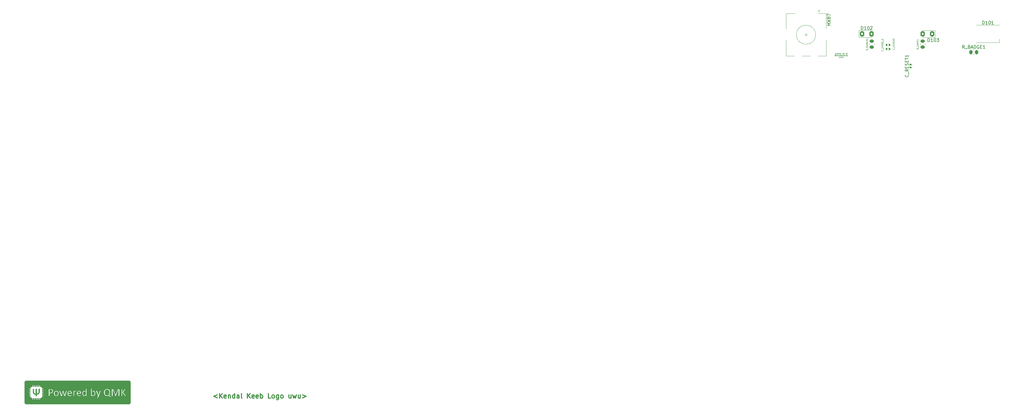
<source format=gto>
G04 #@! TF.GenerationSoftware,KiCad,Pcbnew,6.0.6*
G04 #@! TF.CreationDate,2022-08-21T10:38:00-04:00*
G04 #@! TF.ProjectId,Workeeb,576f726b-6565-4622-9e6b-696361645f70,rev?*
G04 #@! TF.SameCoordinates,Original*
G04 #@! TF.FileFunction,Legend,Top*
G04 #@! TF.FilePolarity,Positive*
%FSLAX46Y46*%
G04 Gerber Fmt 4.6, Leading zero omitted, Abs format (unit mm)*
G04 Created by KiCad (PCBNEW 6.0.6) date 2022-08-21 10:38:00*
%MOMM*%
%LPD*%
G01*
G04 APERTURE LIST*
G04 Aperture macros list*
%AMRoundRect*
0 Rectangle with rounded corners*
0 $1 Rounding radius*
0 $2 $3 $4 $5 $6 $7 $8 $9 X,Y pos of 4 corners*
0 Add a 4 corners polygon primitive as box body*
4,1,4,$2,$3,$4,$5,$6,$7,$8,$9,$2,$3,0*
0 Add four circle primitives for the rounded corners*
1,1,$1+$1,$2,$3*
1,1,$1+$1,$4,$5*
1,1,$1+$1,$6,$7*
1,1,$1+$1,$8,$9*
0 Add four rect primitives between the rounded corners*
20,1,$1+$1,$2,$3,$4,$5,0*
20,1,$1+$1,$4,$5,$6,$7,0*
20,1,$1+$1,$6,$7,$8,$9,0*
20,1,$1+$1,$8,$9,$2,$3,0*%
G04 Aperture macros list end*
%ADD10C,0.038100*%
%ADD11C,0.020000*%
%ADD12C,0.300000*%
%ADD13C,0.150000*%
%ADD14C,0.076200*%
%ADD15C,0.120000*%
%ADD16C,1.750000*%
%ADD17C,3.987800*%
%ADD18C,3.048000*%
%ADD19R,2.000000X2.000000*%
%ADD20C,2.000000*%
%ADD21R,2.500000X3.000000*%
%ADD22R,1.500000X1.000000*%
%ADD23RoundRect,0.250000X0.450000X-0.262500X0.450000X0.262500X-0.450000X0.262500X-0.450000X-0.262500X0*%
%ADD24RoundRect,0.140000X0.170000X-0.140000X0.170000X0.140000X-0.170000X0.140000X-0.170000X-0.140000X0*%
%ADD25RoundRect,0.250001X-0.462499X-0.624999X0.462499X-0.624999X0.462499X0.624999X-0.462499X0.624999X0*%
%ADD26RoundRect,0.250001X0.462499X0.624999X-0.462499X0.624999X-0.462499X-0.624999X0.462499X-0.624999X0*%
%ADD27RoundRect,0.140000X0.140000X0.170000X-0.140000X0.170000X-0.140000X-0.170000X0.140000X-0.170000X0*%
%ADD28RoundRect,0.250000X-0.262500X-0.450000X0.262500X-0.450000X0.262500X0.450000X-0.262500X0.450000X0*%
%ADD29C,0.700000*%
%ADD30O,0.900000X2.400000*%
%ADD31O,0.900000X1.700000*%
%ADD32C,1.800000*%
G04 APERTURE END LIST*
D10*
X368880571Y-39436947D02*
X368880571Y-39745375D01*
X368862428Y-39781661D01*
X368844285Y-39799804D01*
X368808000Y-39817947D01*
X368753571Y-39817947D01*
X368717285Y-39799804D01*
X368880571Y-39672804D02*
X368844285Y-39690947D01*
X368771714Y-39690947D01*
X368735428Y-39672804D01*
X368717285Y-39654661D01*
X368699142Y-39618375D01*
X368699142Y-39509518D01*
X368717285Y-39473232D01*
X368735428Y-39455090D01*
X368771714Y-39436947D01*
X368844285Y-39436947D01*
X368880571Y-39455090D01*
X369062000Y-39690947D02*
X369062000Y-39436947D01*
X369062000Y-39509518D02*
X369080142Y-39473232D01*
X369098285Y-39455090D01*
X369134571Y-39436947D01*
X369170857Y-39436947D01*
X369352285Y-39690947D02*
X369316000Y-39672804D01*
X369297857Y-39654661D01*
X369279714Y-39618375D01*
X369279714Y-39509518D01*
X369297857Y-39473232D01*
X369316000Y-39455090D01*
X369352285Y-39436947D01*
X369406714Y-39436947D01*
X369443000Y-39455090D01*
X369461142Y-39473232D01*
X369479285Y-39509518D01*
X369479285Y-39618375D01*
X369461142Y-39654661D01*
X369443000Y-39672804D01*
X369406714Y-39690947D01*
X369352285Y-39690947D01*
X369805857Y-39436947D02*
X369805857Y-39690947D01*
X369642571Y-39436947D02*
X369642571Y-39636518D01*
X369660714Y-39672804D01*
X369697000Y-39690947D01*
X369751428Y-39690947D01*
X369787714Y-39672804D01*
X369805857Y-39654661D01*
X369987285Y-39436947D02*
X369987285Y-39690947D01*
X369987285Y-39473232D02*
X370005428Y-39455090D01*
X370041714Y-39436947D01*
X370096142Y-39436947D01*
X370132428Y-39455090D01*
X370150571Y-39491375D01*
X370150571Y-39690947D01*
X370495285Y-39690947D02*
X370495285Y-39309947D01*
X370495285Y-39672804D02*
X370459000Y-39690947D01*
X370386428Y-39690947D01*
X370350142Y-39672804D01*
X370332000Y-39654661D01*
X370313857Y-39618375D01*
X370313857Y-39509518D01*
X370332000Y-39473232D01*
X370350142Y-39455090D01*
X370386428Y-39436947D01*
X370459000Y-39436947D01*
X370495285Y-39455090D01*
X370930714Y-39436947D02*
X371021428Y-39690947D01*
X371112142Y-39436947D01*
X371257285Y-39690947D02*
X371257285Y-39436947D01*
X371257285Y-39309947D02*
X371239142Y-39328090D01*
X371257285Y-39346232D01*
X371275428Y-39328090D01*
X371257285Y-39309947D01*
X371257285Y-39346232D01*
X371602000Y-39690947D02*
X371602000Y-39491375D01*
X371583857Y-39455090D01*
X371547571Y-39436947D01*
X371475000Y-39436947D01*
X371438714Y-39455090D01*
X371602000Y-39672804D02*
X371565714Y-39690947D01*
X371475000Y-39690947D01*
X371438714Y-39672804D01*
X371420571Y-39636518D01*
X371420571Y-39600232D01*
X371438714Y-39563947D01*
X371475000Y-39545804D01*
X371565714Y-39545804D01*
X371602000Y-39527661D01*
X372128142Y-39690947D02*
X372091857Y-39672804D01*
X372073714Y-39654661D01*
X372055571Y-39618375D01*
X372055571Y-39509518D01*
X372073714Y-39473232D01*
X372091857Y-39455090D01*
X372128142Y-39436947D01*
X372182571Y-39436947D01*
X372218857Y-39455090D01*
X372237000Y-39473232D01*
X372255142Y-39509518D01*
X372255142Y-39618375D01*
X372237000Y-39654661D01*
X372218857Y-39672804D01*
X372182571Y-39690947D01*
X372128142Y-39690947D01*
X372364000Y-39436947D02*
X372509142Y-39436947D01*
X372418428Y-39690947D02*
X372418428Y-39364375D01*
X372436571Y-39328090D01*
X372472857Y-39309947D01*
X372509142Y-39309947D01*
X368581214Y-40195500D02*
X368762642Y-40195500D01*
X368544928Y-40304357D02*
X368671928Y-39923357D01*
X368798928Y-40304357D01*
X368889642Y-39923357D02*
X368980357Y-40304357D01*
X369052928Y-40032214D01*
X369125500Y-40304357D01*
X369216214Y-39923357D01*
X369343214Y-40286214D02*
X369397642Y-40304357D01*
X369488357Y-40304357D01*
X369524642Y-40286214D01*
X369542785Y-40268071D01*
X369560928Y-40231785D01*
X369560928Y-40195500D01*
X369542785Y-40159214D01*
X369524642Y-40141071D01*
X369488357Y-40122928D01*
X369415785Y-40104785D01*
X369379500Y-40086642D01*
X369361357Y-40068500D01*
X369343214Y-40032214D01*
X369343214Y-39995928D01*
X369361357Y-39959642D01*
X369379500Y-39941500D01*
X369415785Y-39923357D01*
X369506500Y-39923357D01*
X369560928Y-39941500D01*
X369724214Y-39923357D02*
X369724214Y-40231785D01*
X369742357Y-40268071D01*
X369760500Y-40286214D01*
X369796785Y-40304357D01*
X369869357Y-40304357D01*
X369905642Y-40286214D01*
X369923785Y-40268071D01*
X369941928Y-40231785D01*
X369941928Y-39923357D01*
X370123357Y-40304357D02*
X370123357Y-39923357D01*
X370250357Y-40195500D01*
X370377357Y-39923357D01*
X370377357Y-40304357D01*
X370558785Y-40304357D02*
X370558785Y-39923357D01*
X370776500Y-40304357D01*
X370776500Y-39923357D01*
X370957928Y-40104785D02*
X371084928Y-40104785D01*
X371139357Y-40304357D02*
X370957928Y-40304357D01*
X370957928Y-39923357D01*
X371139357Y-39923357D01*
X371284500Y-40286214D02*
X371338928Y-40304357D01*
X371429642Y-40304357D01*
X371465928Y-40286214D01*
X371484071Y-40268071D01*
X371502214Y-40231785D01*
X371502214Y-40195500D01*
X371484071Y-40159214D01*
X371465928Y-40141071D01*
X371429642Y-40122928D01*
X371357071Y-40104785D01*
X371320785Y-40086642D01*
X371302642Y-40068500D01*
X371284500Y-40032214D01*
X371284500Y-39995928D01*
X371302642Y-39959642D01*
X371320785Y-39941500D01*
X371357071Y-39923357D01*
X371447785Y-39923357D01*
X371502214Y-39941500D01*
X371647357Y-40286214D02*
X371701785Y-40304357D01*
X371792500Y-40304357D01*
X371828785Y-40286214D01*
X371846928Y-40268071D01*
X371865071Y-40231785D01*
X371865071Y-40195500D01*
X371846928Y-40159214D01*
X371828785Y-40141071D01*
X371792500Y-40122928D01*
X371719928Y-40104785D01*
X371683642Y-40086642D01*
X371665500Y-40068500D01*
X371647357Y-40032214D01*
X371647357Y-39995928D01*
X371665500Y-39959642D01*
X371683642Y-39941500D01*
X371719928Y-39923357D01*
X371810642Y-39923357D01*
X371865071Y-39941500D01*
X372010214Y-40286214D02*
X372064642Y-40304357D01*
X372155357Y-40304357D01*
X372191642Y-40286214D01*
X372209785Y-40268071D01*
X372227928Y-40231785D01*
X372227928Y-40195500D01*
X372209785Y-40159214D01*
X372191642Y-40141071D01*
X372155357Y-40122928D01*
X372082785Y-40104785D01*
X372046500Y-40086642D01*
X372028357Y-40068500D01*
X372010214Y-40032214D01*
X372010214Y-39995928D01*
X372028357Y-39959642D01*
X372046500Y-39941500D01*
X372082785Y-39923357D01*
X372173500Y-39923357D01*
X372227928Y-39941500D01*
X372373071Y-40286214D02*
X372427500Y-40304357D01*
X372518214Y-40304357D01*
X372554500Y-40286214D01*
X372572642Y-40268071D01*
X372590785Y-40231785D01*
X372590785Y-40195500D01*
X372572642Y-40159214D01*
X372554500Y-40141071D01*
X372518214Y-40122928D01*
X372445642Y-40104785D01*
X372409357Y-40086642D01*
X372391214Y-40068500D01*
X372373071Y-40032214D01*
X372373071Y-39995928D01*
X372391214Y-39959642D01*
X372409357Y-39941500D01*
X372445642Y-39923357D01*
X372536357Y-39923357D01*
X372590785Y-39941500D01*
X370041714Y-40536767D02*
X370114285Y-40536767D01*
X370150571Y-40554910D01*
X370186857Y-40591195D01*
X370205000Y-40663767D01*
X370205000Y-40790767D01*
X370186857Y-40863338D01*
X370150571Y-40899624D01*
X370114285Y-40917767D01*
X370041714Y-40917767D01*
X370005428Y-40899624D01*
X369969142Y-40863338D01*
X369951000Y-40790767D01*
X369951000Y-40663767D01*
X369969142Y-40591195D01*
X370005428Y-40554910D01*
X370041714Y-40536767D01*
X370495285Y-40718195D02*
X370368285Y-40718195D01*
X370368285Y-40917767D02*
X370368285Y-40536767D01*
X370549714Y-40536767D01*
X370640428Y-40536767D02*
X370858142Y-40536767D01*
X370749285Y-40917767D02*
X370749285Y-40536767D01*
X371057714Y-40536767D02*
X371130285Y-40536767D01*
X371166571Y-40554910D01*
X371202857Y-40591195D01*
X371221000Y-40663767D01*
X371221000Y-40790767D01*
X371202857Y-40863338D01*
X371166571Y-40899624D01*
X371130285Y-40917767D01*
X371057714Y-40917767D01*
X371021428Y-40899624D01*
X370985142Y-40863338D01*
X370967000Y-40790767D01*
X370967000Y-40663767D01*
X370985142Y-40591195D01*
X371021428Y-40554910D01*
X371057714Y-40536767D01*
D11*
G36*
X113983373Y-143084125D02*
G01*
X113985950Y-143050282D01*
X113990193Y-143016929D01*
X113996061Y-142984108D01*
X114003512Y-142951861D01*
X114012502Y-142920229D01*
X114022992Y-142889256D01*
X114034937Y-142858983D01*
X114048297Y-142829451D01*
X114063029Y-142800704D01*
X114079092Y-142772783D01*
X114096442Y-142745730D01*
X114115039Y-142719586D01*
X114134840Y-142694395D01*
X114155803Y-142670199D01*
X114177886Y-142647038D01*
X114201048Y-142624955D01*
X114225245Y-142603993D01*
X114250437Y-142584192D01*
X114276580Y-142565596D01*
X114303633Y-142548247D01*
X114331555Y-142532185D01*
X114360302Y-142517454D01*
X114389833Y-142504095D01*
X114420105Y-142492150D01*
X114451078Y-142481661D01*
X114482708Y-142472671D01*
X114514954Y-142465221D01*
X114547774Y-142459354D01*
X114581125Y-142455111D01*
X114614966Y-142452534D01*
X114649255Y-142451666D01*
X146653252Y-142451666D01*
X146687540Y-142452534D01*
X146721381Y-142455111D01*
X146754732Y-142459354D01*
X146787552Y-142465221D01*
X146819798Y-142472671D01*
X146851428Y-142481661D01*
X146882401Y-142492150D01*
X146912673Y-142504095D01*
X146942204Y-142517454D01*
X146970951Y-142532185D01*
X146998872Y-142548247D01*
X147025926Y-142565596D01*
X147052069Y-142584192D01*
X147077260Y-142603993D01*
X147101457Y-142624955D01*
X147124619Y-142647038D01*
X147146702Y-142670199D01*
X147167665Y-142694395D01*
X147187466Y-142719586D01*
X147206063Y-142745730D01*
X147223414Y-142772783D01*
X147239476Y-142800704D01*
X147254208Y-142829451D01*
X147267568Y-142858983D01*
X147279513Y-142889256D01*
X147290003Y-142920229D01*
X147298993Y-142951861D01*
X147306444Y-142984108D01*
X147312311Y-143016929D01*
X147316555Y-143050282D01*
X147319132Y-143084125D01*
X147320000Y-143118416D01*
X147320000Y-149193249D01*
X147319132Y-149227538D01*
X147316555Y-149261379D01*
X147312311Y-149294730D01*
X147306444Y-149327550D01*
X147298993Y-149359796D01*
X147290003Y-149391427D01*
X147279513Y-149422399D01*
X147267568Y-149452672D01*
X147254208Y-149482203D01*
X147239476Y-149510950D01*
X147223414Y-149538871D01*
X147206063Y-149565925D01*
X147187466Y-149592068D01*
X147167665Y-149617259D01*
X147146702Y-149641457D01*
X147124619Y-149664618D01*
X147101457Y-149686701D01*
X147077260Y-149707665D01*
X147052069Y-149727466D01*
X147025926Y-149746062D01*
X146998872Y-149763413D01*
X146970951Y-149779476D01*
X146942204Y-149794208D01*
X146912673Y-149807568D01*
X146882401Y-149819513D01*
X146851428Y-149830002D01*
X146819798Y-149838993D01*
X146787552Y-149846443D01*
X146754732Y-149852311D01*
X146721381Y-149856554D01*
X146687540Y-149859131D01*
X146653252Y-149860000D01*
X114649255Y-149860000D01*
X114614966Y-149859131D01*
X114581125Y-149856554D01*
X114547774Y-149852311D01*
X114514954Y-149846443D01*
X114482708Y-149838993D01*
X114451078Y-149830002D01*
X114420105Y-149819513D01*
X114389833Y-149807567D01*
X114360302Y-149794207D01*
X114331555Y-149779475D01*
X114303633Y-149763413D01*
X114276580Y-149746062D01*
X114250437Y-149727465D01*
X114225245Y-149707664D01*
X114201048Y-149686701D01*
X114177886Y-149664618D01*
X114155803Y-149641456D01*
X114134840Y-149617259D01*
X114115039Y-149592067D01*
X114096442Y-149565924D01*
X114079091Y-149538871D01*
X114063029Y-149510949D01*
X114048297Y-149482202D01*
X114034937Y-149452671D01*
X114022992Y-149422399D01*
X114012502Y-149391426D01*
X114003512Y-149359796D01*
X113996061Y-149327550D01*
X113990193Y-149294730D01*
X113985950Y-149261379D01*
X113983373Y-149227538D01*
X113982505Y-149193249D01*
X113982505Y-147287958D01*
X115360506Y-147287958D01*
X115360589Y-147291235D01*
X115360835Y-147294468D01*
X115361240Y-147297655D01*
X115361800Y-147300790D01*
X115362511Y-147303871D01*
X115363369Y-147306893D01*
X115364371Y-147309852D01*
X115365511Y-147312743D01*
X115366787Y-147315564D01*
X115368193Y-147318310D01*
X115369727Y-147320977D01*
X115371383Y-147323561D01*
X115373159Y-147326058D01*
X115375049Y-147328464D01*
X115377050Y-147330775D01*
X115379159Y-147332987D01*
X115381370Y-147335096D01*
X115383680Y-147337098D01*
X115386085Y-147338988D01*
X115388581Y-147340764D01*
X115391164Y-147342421D01*
X115393830Y-147343955D01*
X115396575Y-147345362D01*
X115399394Y-147346637D01*
X115402285Y-147347778D01*
X115405242Y-147348779D01*
X115408262Y-147349638D01*
X115411341Y-147350349D01*
X115414475Y-147350909D01*
X115417659Y-147351314D01*
X115420890Y-147351560D01*
X115424164Y-147351643D01*
X115833475Y-147351643D01*
X115833475Y-147441654D01*
X115834192Y-147469996D01*
X115836322Y-147497968D01*
X115839829Y-147525535D01*
X115844679Y-147552662D01*
X115850837Y-147579315D01*
X115858268Y-147605458D01*
X115866938Y-147631058D01*
X115876811Y-147656079D01*
X115887853Y-147680487D01*
X115900029Y-147704247D01*
X115913305Y-147727324D01*
X115927645Y-147749684D01*
X115943016Y-147771291D01*
X115959382Y-147792112D01*
X115976708Y-147812111D01*
X115994960Y-147831253D01*
X116014103Y-147849505D01*
X116034102Y-147866830D01*
X116054923Y-147883195D01*
X116076531Y-147898565D01*
X116098891Y-147912905D01*
X116121968Y-147926180D01*
X116145728Y-147938355D01*
X116170135Y-147949396D01*
X116195156Y-147959269D01*
X116220755Y-147967938D01*
X116246897Y-147975368D01*
X116273549Y-147981525D01*
X116300675Y-147986375D01*
X116328240Y-147989881D01*
X116356209Y-147992011D01*
X116384549Y-147992729D01*
X116474587Y-147992729D01*
X116474587Y-148402039D01*
X116474670Y-148405313D01*
X116474916Y-148408545D01*
X116475321Y-148411730D01*
X116475881Y-148414864D01*
X116476592Y-148417943D01*
X116477451Y-148420964D01*
X116478452Y-148423922D01*
X116479592Y-148426813D01*
X116480868Y-148429634D01*
X116482274Y-148432380D01*
X116483808Y-148435046D01*
X116485464Y-148437630D01*
X116487240Y-148440128D01*
X116489130Y-148442534D01*
X116491131Y-148444845D01*
X116493240Y-148447058D01*
X116495451Y-148449168D01*
X116497761Y-148451170D01*
X116500166Y-148453062D01*
X116502662Y-148454839D01*
X116505245Y-148456496D01*
X116507911Y-148458031D01*
X116510656Y-148459438D01*
X116513475Y-148460715D01*
X116516366Y-148461856D01*
X116519323Y-148462858D01*
X116522343Y-148463717D01*
X116525422Y-148464429D01*
X116528556Y-148464990D01*
X116531740Y-148465395D01*
X116534971Y-148465641D01*
X116538245Y-148465724D01*
X116665589Y-148465724D01*
X116668866Y-148465639D01*
X116672099Y-148465391D01*
X116675286Y-148464984D01*
X116678421Y-148464421D01*
X116681502Y-148463708D01*
X116684524Y-148462848D01*
X116687483Y-148461845D01*
X116690374Y-148460704D01*
X116693195Y-148459427D01*
X116695941Y-148458019D01*
X116698608Y-148456484D01*
X116701192Y-148454827D01*
X116703689Y-148453051D01*
X116706095Y-148451159D01*
X116708406Y-148449157D01*
X116710618Y-148447048D01*
X116712727Y-148444836D01*
X116714729Y-148442526D01*
X116716620Y-148440120D01*
X116718396Y-148437624D01*
X116720052Y-148435040D01*
X116721586Y-148432374D01*
X116722993Y-148429629D01*
X116724268Y-148426810D01*
X116725409Y-148423919D01*
X116726410Y-148420962D01*
X116727269Y-148417942D01*
X116727980Y-148414863D01*
X116728540Y-148411729D01*
X116728946Y-148408544D01*
X116729192Y-148405313D01*
X116729274Y-148402039D01*
X116729274Y-147992729D01*
X117008807Y-147992729D01*
X117008807Y-148402039D01*
X117008890Y-148405313D01*
X117009136Y-148408545D01*
X117009541Y-148411730D01*
X117010102Y-148414864D01*
X117010814Y-148417943D01*
X117011673Y-148420964D01*
X117012675Y-148423922D01*
X117013816Y-148426813D01*
X117015093Y-148429634D01*
X117016500Y-148432380D01*
X117018035Y-148435046D01*
X117019692Y-148437630D01*
X117021469Y-148440128D01*
X117023361Y-148442534D01*
X117025363Y-148444845D01*
X117027473Y-148447058D01*
X117029686Y-148449168D01*
X117031997Y-148451170D01*
X117034403Y-148453062D01*
X117036901Y-148454839D01*
X117039485Y-148456496D01*
X117042152Y-148458031D01*
X117044897Y-148459438D01*
X117047718Y-148460715D01*
X117050609Y-148461856D01*
X117053567Y-148462858D01*
X117056588Y-148463717D01*
X117059667Y-148464429D01*
X117062801Y-148464990D01*
X117065986Y-148465395D01*
X117069218Y-148465641D01*
X117072492Y-148465724D01*
X117199836Y-148465724D01*
X117203112Y-148465639D01*
X117206346Y-148465391D01*
X117209532Y-148464984D01*
X117212668Y-148464421D01*
X117215749Y-148463708D01*
X117218770Y-148462848D01*
X117221729Y-148461845D01*
X117224621Y-148460704D01*
X117227442Y-148459427D01*
X117230188Y-148458019D01*
X117232855Y-148456484D01*
X117235439Y-148454827D01*
X117237936Y-148453051D01*
X117240342Y-148451159D01*
X117242653Y-148449157D01*
X117244865Y-148447048D01*
X117246974Y-148444836D01*
X117248975Y-148442526D01*
X117250866Y-148440120D01*
X117252642Y-148437624D01*
X117254299Y-148435040D01*
X117255833Y-148432374D01*
X117257239Y-148429629D01*
X117258515Y-148426810D01*
X117259656Y-148423919D01*
X117260657Y-148420962D01*
X117261516Y-148417942D01*
X117262227Y-148414863D01*
X117262787Y-148411729D01*
X117263192Y-148408544D01*
X117263438Y-148405313D01*
X117263521Y-148402039D01*
X117263521Y-147992729D01*
X117543053Y-147992729D01*
X117543053Y-148402039D01*
X117543136Y-148405313D01*
X117543382Y-148408545D01*
X117543787Y-148411730D01*
X117544348Y-148414864D01*
X117545059Y-148417943D01*
X117545917Y-148420964D01*
X117546919Y-148423922D01*
X117548059Y-148426813D01*
X117549335Y-148429634D01*
X117550742Y-148432380D01*
X117552275Y-148435046D01*
X117553932Y-148437630D01*
X117555708Y-148440128D01*
X117557599Y-148442534D01*
X117559601Y-148444845D01*
X117561710Y-148447058D01*
X117563922Y-148449168D01*
X117566233Y-148451170D01*
X117568639Y-148453062D01*
X117571136Y-148454839D01*
X117573720Y-148456496D01*
X117576386Y-148458031D01*
X117579132Y-148459438D01*
X117581953Y-148460715D01*
X117584845Y-148461856D01*
X117587804Y-148462858D01*
X117590826Y-148463717D01*
X117593906Y-148464429D01*
X117597042Y-148464990D01*
X117600229Y-148465395D01*
X117603462Y-148465641D01*
X117606739Y-148465724D01*
X117734083Y-148465724D01*
X117737357Y-148465639D01*
X117740588Y-148465391D01*
X117743772Y-148464984D01*
X117746906Y-148464421D01*
X117749985Y-148463708D01*
X117753005Y-148462848D01*
X117755962Y-148461845D01*
X117758853Y-148460704D01*
X117761672Y-148459427D01*
X117764417Y-148458019D01*
X117767083Y-148456484D01*
X117769666Y-148454827D01*
X117772162Y-148453051D01*
X117774567Y-148451159D01*
X117776877Y-148449157D01*
X117779088Y-148447048D01*
X117781197Y-148444836D01*
X117783198Y-148442526D01*
X117785089Y-148440120D01*
X117786864Y-148437624D01*
X117788521Y-148435040D01*
X117790054Y-148432374D01*
X117791461Y-148429629D01*
X117792736Y-148426810D01*
X117793876Y-148423919D01*
X117794878Y-148420962D01*
X117795736Y-148417942D01*
X117796447Y-148414863D01*
X117797008Y-148411729D01*
X117797413Y-148408544D01*
X117797659Y-148405313D01*
X117797742Y-148402039D01*
X117797742Y-147992729D01*
X118077300Y-147992729D01*
X118077300Y-148402039D01*
X118077383Y-148405313D01*
X118077629Y-148408545D01*
X118078034Y-148411730D01*
X118078594Y-148414864D01*
X118079306Y-148417943D01*
X118080164Y-148420964D01*
X118081165Y-148423922D01*
X118082306Y-148426813D01*
X118083581Y-148429634D01*
X118084988Y-148432380D01*
X118086521Y-148435046D01*
X118088178Y-148437630D01*
X118089953Y-148440128D01*
X118091844Y-148442534D01*
X118093845Y-148444845D01*
X118095953Y-148447058D01*
X118098165Y-148449168D01*
X118100475Y-148451170D01*
X118102880Y-148453062D01*
X118105376Y-148454839D01*
X118107959Y-148456496D01*
X118110625Y-148458031D01*
X118113369Y-148459438D01*
X118116189Y-148460715D01*
X118119079Y-148461856D01*
X118122037Y-148462858D01*
X118125057Y-148463717D01*
X118128136Y-148464429D01*
X118131269Y-148464990D01*
X118134454Y-148465395D01*
X118137685Y-148465641D01*
X118140959Y-148465724D01*
X118268303Y-148465724D01*
X118271580Y-148465639D01*
X118274813Y-148465391D01*
X118278000Y-148464984D01*
X118281135Y-148464421D01*
X118284216Y-148463708D01*
X118287238Y-148462848D01*
X118290196Y-148461845D01*
X118293088Y-148460704D01*
X118295909Y-148459427D01*
X118298655Y-148458019D01*
X118301322Y-148456484D01*
X118303906Y-148454827D01*
X118306403Y-148453051D01*
X118308809Y-148451159D01*
X118311120Y-148449157D01*
X118313332Y-148447048D01*
X118315441Y-148444836D01*
X118317442Y-148442526D01*
X118319333Y-148440120D01*
X118321109Y-148437624D01*
X118322766Y-148435040D01*
X118324300Y-148432374D01*
X118325706Y-148429629D01*
X118326982Y-148426810D01*
X118328123Y-148423919D01*
X118329124Y-148420962D01*
X118329982Y-148417942D01*
X118330694Y-148414863D01*
X118331254Y-148411729D01*
X118331659Y-148408544D01*
X118331905Y-148405313D01*
X118331988Y-148402039D01*
X118331988Y-147992729D01*
X118611521Y-147992729D01*
X118611521Y-148402039D01*
X118611604Y-148405313D01*
X118611850Y-148408545D01*
X118612255Y-148411730D01*
X118612815Y-148414864D01*
X118613526Y-148417943D01*
X118614385Y-148420964D01*
X118615386Y-148423922D01*
X118616527Y-148426813D01*
X118617802Y-148429634D01*
X118619209Y-148432380D01*
X118620743Y-148435046D01*
X118622400Y-148437630D01*
X118624175Y-148440128D01*
X118626066Y-148442534D01*
X118628068Y-148444845D01*
X118630177Y-148447058D01*
X118632389Y-148449168D01*
X118634700Y-148451170D01*
X118637106Y-148453062D01*
X118639603Y-148454839D01*
X118642187Y-148456496D01*
X118644854Y-148458031D01*
X118647600Y-148459438D01*
X118650420Y-148460715D01*
X118653312Y-148461856D01*
X118656271Y-148462858D01*
X118659293Y-148463717D01*
X118662373Y-148464429D01*
X118665509Y-148464990D01*
X118668696Y-148465395D01*
X118671929Y-148465641D01*
X118675205Y-148465724D01*
X118802550Y-148465724D01*
X118805824Y-148465639D01*
X118809055Y-148465391D01*
X118812239Y-148464984D01*
X118815373Y-148464421D01*
X118818452Y-148463708D01*
X118821472Y-148462848D01*
X118824429Y-148461845D01*
X118827320Y-148460704D01*
X118830139Y-148459427D01*
X118832884Y-148458019D01*
X118835550Y-148456484D01*
X118838133Y-148454827D01*
X118840629Y-148453051D01*
X118843034Y-148451159D01*
X118845344Y-148449157D01*
X118847555Y-148447048D01*
X118849664Y-148444836D01*
X118851665Y-148442526D01*
X118853556Y-148440120D01*
X118855331Y-148437624D01*
X118856988Y-148435040D01*
X118858521Y-148432374D01*
X118859927Y-148429629D01*
X118861203Y-148426810D01*
X118862343Y-148423919D01*
X118863345Y-148420962D01*
X118864203Y-148417942D01*
X118864914Y-148414863D01*
X118865475Y-148411729D01*
X118865880Y-148408544D01*
X118866126Y-148405313D01*
X118866209Y-148402039D01*
X118866209Y-147992729D01*
X118956246Y-147992729D01*
X118984586Y-147992011D01*
X119012556Y-147989881D01*
X119040121Y-147986375D01*
X119067246Y-147981525D01*
X119093898Y-147975368D01*
X119120040Y-147967938D01*
X119145639Y-147959269D01*
X119170660Y-147949396D01*
X119195068Y-147938355D01*
X119218827Y-147926180D01*
X119241904Y-147912905D01*
X119264264Y-147898565D01*
X119285872Y-147883195D01*
X119306693Y-147866830D01*
X119326692Y-147849505D01*
X119345835Y-147831253D01*
X119364087Y-147812111D01*
X119381414Y-147792112D01*
X119397780Y-147771291D01*
X119413150Y-147749684D01*
X119427491Y-147727324D01*
X119440766Y-147704247D01*
X119452943Y-147680487D01*
X119463985Y-147656079D01*
X119473858Y-147631058D01*
X119482527Y-147605458D01*
X119489958Y-147579315D01*
X119496116Y-147552662D01*
X119500966Y-147525535D01*
X119504473Y-147497968D01*
X119506603Y-147469996D01*
X119507321Y-147441654D01*
X119507321Y-147351643D01*
X119916631Y-147351643D01*
X119919905Y-147351558D01*
X119923136Y-147351310D01*
X119926321Y-147350903D01*
X119929454Y-147350340D01*
X119932533Y-147349627D01*
X119935553Y-147348767D01*
X119938510Y-147347764D01*
X119941401Y-147346623D01*
X119944220Y-147345346D01*
X119946965Y-147343938D01*
X119949631Y-147342404D01*
X119952214Y-147340746D01*
X119954710Y-147338970D01*
X119957115Y-147337078D01*
X119959425Y-147335076D01*
X119961637Y-147332967D01*
X119963745Y-147330755D01*
X119965746Y-147328445D01*
X119967637Y-147326039D01*
X119969412Y-147323543D01*
X119971069Y-147320959D01*
X119972602Y-147318293D01*
X119974009Y-147315548D01*
X119975284Y-147312729D01*
X119976425Y-147309838D01*
X119977426Y-147306881D01*
X119978284Y-147303861D01*
X119978996Y-147300782D01*
X119979556Y-147297648D01*
X119979961Y-147294464D01*
X119980207Y-147291232D01*
X119980290Y-147287958D01*
X119980290Y-147225702D01*
X121582686Y-147225702D01*
X121582712Y-147227395D01*
X121582792Y-147229060D01*
X121582924Y-147230699D01*
X121583109Y-147232310D01*
X121583347Y-147233894D01*
X121583638Y-147235451D01*
X121583982Y-147236981D01*
X121584379Y-147238484D01*
X121584830Y-147239960D01*
X121585334Y-147241409D01*
X121585892Y-147242832D01*
X121586503Y-147244227D01*
X121587168Y-147245596D01*
X121587887Y-147246937D01*
X121588659Y-147248253D01*
X121589485Y-147249541D01*
X121590378Y-147250804D01*
X121591351Y-147252034D01*
X121592403Y-147253230D01*
X121593534Y-147254393D01*
X121594745Y-147255522D01*
X121596036Y-147256618D01*
X121597406Y-147257680D01*
X121598855Y-147258709D01*
X121600385Y-147259704D01*
X121601994Y-147260666D01*
X121603683Y-147261594D01*
X121605452Y-147262489D01*
X121607300Y-147263350D01*
X121609229Y-147264178D01*
X121611237Y-147264972D01*
X121613325Y-147265733D01*
X121617755Y-147267195D01*
X121622531Y-147268605D01*
X121627654Y-147269962D01*
X121633122Y-147271267D01*
X121638935Y-147272517D01*
X121645092Y-147273714D01*
X121651592Y-147274857D01*
X121658436Y-147275946D01*
X121665687Y-147276942D01*
X121673392Y-147277806D01*
X121681550Y-147278538D01*
X121690159Y-147279138D01*
X121699220Y-147279605D01*
X121708732Y-147279939D01*
X121718694Y-147280139D01*
X121729106Y-147280206D01*
X121739525Y-147280139D01*
X121749490Y-147279939D01*
X121759003Y-147279605D01*
X121768062Y-147279138D01*
X121776669Y-147278538D01*
X121784823Y-147277806D01*
X121792525Y-147276942D01*
X121799776Y-147275946D01*
X121806613Y-147274857D01*
X121813077Y-147273714D01*
X121819167Y-147272517D01*
X121824885Y-147271266D01*
X121830231Y-147269962D01*
X121835205Y-147268605D01*
X121839808Y-147267195D01*
X121844041Y-147265733D01*
X121846031Y-147264972D01*
X121847955Y-147264178D01*
X121849812Y-147263350D01*
X121851601Y-147262489D01*
X121853324Y-147261594D01*
X121854981Y-147260666D01*
X121856570Y-147259704D01*
X121858093Y-147258709D01*
X121859549Y-147257680D01*
X121860939Y-147256618D01*
X121862262Y-147255522D01*
X121863519Y-147254393D01*
X121864709Y-147253230D01*
X121865832Y-147252034D01*
X121866889Y-147250804D01*
X121867880Y-147249541D01*
X121868808Y-147248253D01*
X121869676Y-147246937D01*
X121870484Y-147245596D01*
X121871233Y-147244227D01*
X121871922Y-147242832D01*
X121872552Y-147241409D01*
X121873121Y-147239960D01*
X121873631Y-147238484D01*
X121874081Y-147236981D01*
X121874471Y-147235451D01*
X121874802Y-147233894D01*
X121875072Y-147232310D01*
X121875282Y-147230699D01*
X121875432Y-147229060D01*
X121875523Y-147227395D01*
X121875553Y-147225702D01*
X121875553Y-146474814D01*
X123174710Y-146474814D01*
X123175428Y-146522703D01*
X123177582Y-146569315D01*
X123181173Y-146614651D01*
X123186199Y-146658709D01*
X123192662Y-146701492D01*
X123200561Y-146742999D01*
X123209896Y-146783230D01*
X123220668Y-146822186D01*
X123226599Y-146841160D01*
X123232903Y-146859776D01*
X123239579Y-146878032D01*
X123246629Y-146895930D01*
X123254051Y-146913468D01*
X123261845Y-146930648D01*
X123270012Y-146947468D01*
X123278552Y-146963929D01*
X123287465Y-146980032D01*
X123296750Y-146995775D01*
X123306408Y-147011159D01*
X123316439Y-147026184D01*
X123326842Y-147040850D01*
X123337618Y-147055157D01*
X123348767Y-147069105D01*
X123360288Y-147082694D01*
X123372179Y-147095904D01*
X123384435Y-147108714D01*
X123397056Y-147121125D01*
X123410042Y-147133137D01*
X123423395Y-147144750D01*
X123437112Y-147155963D01*
X123451196Y-147166778D01*
X123465645Y-147177193D01*
X123480461Y-147187209D01*
X123495642Y-147196827D01*
X123511189Y-147206045D01*
X123527102Y-147214864D01*
X123543382Y-147223285D01*
X123560028Y-147231307D01*
X123577040Y-147238929D01*
X123594419Y-147246153D01*
X123612165Y-147252958D01*
X123630291Y-147259324D01*
X123648796Y-147265249D01*
X123667681Y-147270736D01*
X123686945Y-147275783D01*
X123706589Y-147280391D01*
X123726611Y-147284559D01*
X123747013Y-147288288D01*
X123767795Y-147291579D01*
X123788955Y-147294430D01*
X123810494Y-147296843D01*
X123832413Y-147298816D01*
X123877387Y-147301448D01*
X123923877Y-147302324D01*
X123947958Y-147302075D01*
X123971674Y-147301327D01*
X123995023Y-147300081D01*
X124018006Y-147298336D01*
X124040624Y-147296092D01*
X124062876Y-147293349D01*
X124084761Y-147290107D01*
X124106281Y-147286367D01*
X124127435Y-147282128D01*
X124148224Y-147277389D01*
X124168646Y-147272152D01*
X124188702Y-147266416D01*
X124208393Y-147260181D01*
X124227718Y-147253447D01*
X124246677Y-147246213D01*
X124265270Y-147238481D01*
X124283487Y-147230303D01*
X124301318Y-147221733D01*
X124318764Y-147212770D01*
X124335824Y-147203416D01*
X124352498Y-147193669D01*
X124368787Y-147183531D01*
X124384690Y-147172999D01*
X124400207Y-147162076D01*
X124415338Y-147150759D01*
X124430084Y-147139051D01*
X124444444Y-147126949D01*
X124458418Y-147114455D01*
X124472007Y-147101568D01*
X124485210Y-147088288D01*
X124498027Y-147074615D01*
X124510459Y-147060549D01*
X124522508Y-147046121D01*
X124534178Y-147031354D01*
X124545469Y-147016246D01*
X124556382Y-147000800D01*
X124566915Y-146985014D01*
X124577069Y-146968888D01*
X124586844Y-146952423D01*
X124596240Y-146935619D01*
X124605257Y-146918475D01*
X124613894Y-146900993D01*
X124622152Y-146883171D01*
X124630031Y-146865011D01*
X124637530Y-146846511D01*
X124644650Y-146827673D01*
X124651391Y-146808496D01*
X124657752Y-146788980D01*
X124669323Y-146749135D01*
X124679352Y-146708360D01*
X124687837Y-146666655D01*
X124694780Y-146624019D01*
X124700180Y-146580454D01*
X124704037Y-146535958D01*
X124706352Y-146490532D01*
X124707123Y-146444176D01*
X124707122Y-146444175D01*
X124706391Y-146396685D01*
X124704195Y-146350419D01*
X124700537Y-146305376D01*
X124695415Y-146261556D01*
X124688829Y-146218961D01*
X124680780Y-146177591D01*
X124671267Y-146137444D01*
X124665962Y-146117831D01*
X124660292Y-146098523D01*
X124654255Y-146079549D01*
X124647853Y-146060933D01*
X124641086Y-146042677D01*
X124633953Y-146024779D01*
X124626455Y-146007241D01*
X124618591Y-145990061D01*
X124610361Y-145973241D01*
X124601766Y-145956780D01*
X124592804Y-145940677D01*
X124583477Y-145924934D01*
X124573784Y-145909550D01*
X124563724Y-145894525D01*
X124553299Y-145879859D01*
X124542507Y-145865552D01*
X124531349Y-145851604D01*
X124519824Y-145838015D01*
X124507934Y-145824805D01*
X124495678Y-145811995D01*
X124483057Y-145799583D01*
X124470071Y-145787572D01*
X124456718Y-145775959D01*
X124443001Y-145764745D01*
X124428917Y-145753931D01*
X124414468Y-145743516D01*
X124399652Y-145733499D01*
X124384471Y-145723882D01*
X124368924Y-145714664D01*
X124353010Y-145705844D01*
X124336731Y-145697424D01*
X124324637Y-145691596D01*
X124936993Y-145691596D01*
X124937046Y-145694653D01*
X124937206Y-145697871D01*
X124937473Y-145701250D01*
X124937846Y-145704789D01*
X124938326Y-145708487D01*
X124938913Y-145712346D01*
X124939606Y-145716364D01*
X124940406Y-145720541D01*
X124941330Y-145724930D01*
X124942416Y-145729585D01*
X124943662Y-145734505D01*
X124945070Y-145739690D01*
X124946639Y-145745141D01*
X124948369Y-145750857D01*
X124950260Y-145756839D01*
X124952313Y-145763086D01*
X125400119Y-147218903D01*
X125400779Y-147221011D01*
X125401479Y-147223080D01*
X125402218Y-147225109D01*
X125402997Y-147227098D01*
X125403816Y-147229047D01*
X125404674Y-147230956D01*
X125405572Y-147232826D01*
X125406509Y-147234655D01*
X125407487Y-147236445D01*
X125408504Y-147238194D01*
X125409561Y-147239903D01*
X125410657Y-147241573D01*
X125411793Y-147243202D01*
X125412969Y-147244791D01*
X125414184Y-147246339D01*
X125415439Y-147247848D01*
X125416762Y-147249316D01*
X125418171Y-147250745D01*
X125419667Y-147252134D01*
X125421248Y-147253483D01*
X125422916Y-147254793D01*
X125424670Y-147256063D01*
X125426510Y-147257293D01*
X125428437Y-147258484D01*
X125430449Y-147259635D01*
X125432548Y-147260746D01*
X125434733Y-147261818D01*
X125437004Y-147262850D01*
X125439362Y-147263842D01*
X125441806Y-147264794D01*
X125444335Y-147265707D01*
X125446952Y-147266580D01*
X125452457Y-147268232D01*
X125458336Y-147269776D01*
X125464588Y-147271212D01*
X125471213Y-147272540D01*
X125478210Y-147273762D01*
X125485579Y-147274877D01*
X125493319Y-147275888D01*
X125501428Y-147276793D01*
X125510038Y-147277593D01*
X125519259Y-147278286D01*
X125529090Y-147278873D01*
X125539532Y-147279353D01*
X125562251Y-147279993D01*
X125587418Y-147280206D01*
X125611945Y-147280047D01*
X125634451Y-147279568D01*
X125654938Y-147278766D01*
X125664425Y-147278244D01*
X125673408Y-147277640D01*
X125681931Y-147276938D01*
X125690056Y-147276102D01*
X125697784Y-147275132D01*
X125705115Y-147274028D01*
X125712047Y-147272790D01*
X125718581Y-147271419D01*
X125724716Y-147269913D01*
X125730452Y-147268273D01*
X125733173Y-147267405D01*
X125735808Y-147266496D01*
X125738357Y-147265547D01*
X125740820Y-147264558D01*
X125743197Y-147263528D01*
X125745489Y-147262458D01*
X125747694Y-147261348D01*
X125749813Y-147260197D01*
X125751846Y-147259006D01*
X125753793Y-147257775D01*
X125755653Y-147256504D01*
X125757427Y-147255192D01*
X125759115Y-147253840D01*
X125760716Y-147252447D01*
X125762230Y-147251014D01*
X125763658Y-147249541D01*
X125765018Y-147248026D01*
X125766332Y-147246458D01*
X125767598Y-147244836D01*
X125768818Y-147243161D01*
X125769990Y-147241433D01*
X125771116Y-147239651D01*
X125772196Y-147237817D01*
X125773229Y-147235928D01*
X125774215Y-147233987D01*
X125775155Y-147231992D01*
X125776048Y-147229943D01*
X125776896Y-147227842D01*
X125777697Y-147225687D01*
X125778452Y-147223479D01*
X125779161Y-147221217D01*
X125779824Y-147218902D01*
X126077797Y-146107044D01*
X126081210Y-146091725D01*
X126084597Y-146107044D01*
X126406409Y-147218902D01*
X126407069Y-147221011D01*
X126407768Y-147223079D01*
X126408508Y-147225108D01*
X126409286Y-147227097D01*
X126410105Y-147229047D01*
X126410963Y-147230956D01*
X126411861Y-147232825D01*
X126412799Y-147234655D01*
X126413776Y-147236444D01*
X126414793Y-147238194D01*
X126415850Y-147239903D01*
X126416946Y-147241572D01*
X126418082Y-147243201D01*
X126419258Y-147244790D01*
X126420474Y-147246339D01*
X126421729Y-147247848D01*
X126423052Y-147249316D01*
X126424461Y-147250745D01*
X126425956Y-147252134D01*
X126427538Y-147253483D01*
X126429206Y-147254793D01*
X126430960Y-147256063D01*
X126432800Y-147257293D01*
X126434726Y-147258484D01*
X126436739Y-147259635D01*
X126438838Y-147260746D01*
X126441023Y-147261817D01*
X126443294Y-147262849D01*
X126445651Y-147263841D01*
X126448095Y-147264794D01*
X126450625Y-147265707D01*
X126453240Y-147266580D01*
X126458786Y-147268232D01*
X126464784Y-147269776D01*
X126471236Y-147271211D01*
X126478141Y-147272540D01*
X126485499Y-147273761D01*
X126493309Y-147274877D01*
X126501571Y-147275887D01*
X126510285Y-147276793D01*
X126519490Y-147277593D01*
X126529226Y-147278286D01*
X126539494Y-147278873D01*
X126550294Y-147279353D01*
X126573489Y-147279993D01*
X126598815Y-147280206D01*
X126623291Y-147280047D01*
X126645642Y-147279568D01*
X126665865Y-147278766D01*
X126675178Y-147278244D01*
X126683957Y-147277640D01*
X126692244Y-147276937D01*
X126700080Y-147276101D01*
X126707463Y-147275132D01*
X126714394Y-147274028D01*
X126720873Y-147272790D01*
X126726898Y-147271418D01*
X126729741Y-147270682D01*
X126732470Y-147269913D01*
X126735086Y-147269109D01*
X126737589Y-147268273D01*
X126740001Y-147267405D01*
X126742348Y-147266496D01*
X126744629Y-147265547D01*
X126746844Y-147264557D01*
X126748993Y-147263528D01*
X126751075Y-147262458D01*
X126753091Y-147261347D01*
X126755041Y-147260197D01*
X126756923Y-147259006D01*
X126758740Y-147257775D01*
X126760489Y-147256503D01*
X126762171Y-147255191D01*
X126763786Y-147253839D01*
X126765334Y-147252447D01*
X126766814Y-147251014D01*
X126768227Y-147249541D01*
X126769588Y-147248026D01*
X126770902Y-147246458D01*
X126772170Y-147244836D01*
X126773391Y-147243161D01*
X126774566Y-147241433D01*
X126775694Y-147239651D01*
X126776776Y-147237816D01*
X126777811Y-147235928D01*
X126778800Y-147233986D01*
X126779742Y-147231991D01*
X126780638Y-147229943D01*
X126781488Y-147227842D01*
X126782290Y-147225687D01*
X126783047Y-147223478D01*
X126783756Y-147221217D01*
X126784420Y-147218902D01*
X127017152Y-146468015D01*
X127467200Y-146468015D01*
X127467971Y-146519149D01*
X127470286Y-146568687D01*
X127474143Y-146616630D01*
X127479543Y-146662977D01*
X127486486Y-146707727D01*
X127490536Y-146729504D01*
X127494972Y-146750882D01*
X127499793Y-146771860D01*
X127505000Y-146792439D01*
X127510593Y-146812619D01*
X127516571Y-146832400D01*
X127522929Y-146851774D01*
X127529660Y-146870736D01*
X127536763Y-146889286D01*
X127544238Y-146907424D01*
X127552086Y-146925149D01*
X127560307Y-146942461D01*
X127568900Y-146959362D01*
X127577865Y-146975850D01*
X127587203Y-146991925D01*
X127596913Y-147007588D01*
X127606996Y-147022839D01*
X127617450Y-147037678D01*
X127628277Y-147052104D01*
X127639477Y-147066118D01*
X127651048Y-147079719D01*
X127662992Y-147092908D01*
X127675302Y-147105691D01*
X127687965Y-147118075D01*
X127700980Y-147130059D01*
X127714347Y-147141645D01*
X127728067Y-147152831D01*
X127742138Y-147163618D01*
X127756562Y-147174005D01*
X127771339Y-147183994D01*
X127786467Y-147193584D01*
X127801948Y-147202774D01*
X127817780Y-147211566D01*
X127833965Y-147219959D01*
X127850503Y-147227953D01*
X127867392Y-147235548D01*
X127884634Y-147242744D01*
X127902228Y-147249541D01*
X127920181Y-147255933D01*
X127938501Y-147261913D01*
X127957187Y-147267480D01*
X127976239Y-147272634D01*
X127995658Y-147277377D01*
X128015442Y-147281707D01*
X128056110Y-147289129D01*
X128098240Y-147294903D01*
X128141834Y-147299027D01*
X128186890Y-147301501D01*
X128233408Y-147302326D01*
X128260454Y-147302074D01*
X128287100Y-147301318D01*
X128313347Y-147300057D01*
X128339195Y-147298291D01*
X128364643Y-147296019D01*
X128389692Y-147293240D01*
X128414341Y-147289954D01*
X128438591Y-147286160D01*
X128462283Y-147282046D01*
X128485255Y-147277800D01*
X128507508Y-147273422D01*
X128529044Y-147268912D01*
X128549861Y-147264269D01*
X128569960Y-147259493D01*
X128589341Y-147254584D01*
X128608005Y-147249541D01*
X128625884Y-147244427D01*
X128642911Y-147239283D01*
X128659086Y-147234110D01*
X128674409Y-147228910D01*
X128678531Y-147227421D01*
X129304418Y-147227421D01*
X129304441Y-147229106D01*
X129304511Y-147230759D01*
X129304627Y-147232378D01*
X129304789Y-147233964D01*
X129304999Y-147235518D01*
X129305254Y-147237038D01*
X129305556Y-147238525D01*
X129305905Y-147239979D01*
X129306300Y-147241400D01*
X129306742Y-147242788D01*
X129307230Y-147244142D01*
X129307765Y-147245463D01*
X129308346Y-147246751D01*
X129308974Y-147248005D01*
X129309649Y-147249226D01*
X129310370Y-147250414D01*
X129311154Y-147251574D01*
X129312018Y-147252714D01*
X129312962Y-147253834D01*
X129313986Y-147254934D01*
X129315090Y-147256013D01*
X129316274Y-147257073D01*
X129317537Y-147258112D01*
X129318880Y-147259132D01*
X129320303Y-147260131D01*
X129321805Y-147261111D01*
X129323387Y-147262071D01*
X129325048Y-147263012D01*
X129326789Y-147263933D01*
X129328610Y-147264834D01*
X129330510Y-147265717D01*
X129332489Y-147266580D01*
X129336710Y-147268232D01*
X129341275Y-147269775D01*
X129346186Y-147271211D01*
X129351441Y-147272539D01*
X129357040Y-147273761D01*
X129362984Y-147274877D01*
X129369273Y-147275887D01*
X129375907Y-147276792D01*
X129382935Y-147277592D01*
X129390388Y-147278286D01*
X129398266Y-147278872D01*
X129406569Y-147279352D01*
X129415297Y-147279725D01*
X129424451Y-147279992D01*
X129434031Y-147280152D01*
X129444037Y-147280205D01*
X129454436Y-147280152D01*
X129464357Y-147279992D01*
X129473801Y-147279725D01*
X129482766Y-147279352D01*
X129491253Y-147278872D01*
X129499260Y-147278286D01*
X129506787Y-147277592D01*
X129513834Y-147276792D01*
X129520463Y-147275887D01*
X129526718Y-147274877D01*
X129532599Y-147273761D01*
X129538107Y-147272539D01*
X129540720Y-147271888D01*
X129543241Y-147271211D01*
X129545668Y-147270506D01*
X129548002Y-147269775D01*
X129550242Y-147269017D01*
X129552390Y-147268232D01*
X129554444Y-147267419D01*
X129556406Y-147266580D01*
X129558288Y-147265717D01*
X129560103Y-147264834D01*
X129561852Y-147263933D01*
X129563535Y-147263012D01*
X129565151Y-147262071D01*
X129566701Y-147261111D01*
X129568185Y-147260131D01*
X129569602Y-147259132D01*
X129570953Y-147258112D01*
X129572237Y-147257073D01*
X129573456Y-147256013D01*
X129574607Y-147254934D01*
X129575693Y-147253834D01*
X129576712Y-147252714D01*
X129577665Y-147251574D01*
X129578551Y-147250414D01*
X129579373Y-147249226D01*
X129580143Y-147248005D01*
X129580859Y-147246751D01*
X129581523Y-147245463D01*
X129582134Y-147244142D01*
X129582692Y-147242788D01*
X129583197Y-147241400D01*
X129583649Y-147239979D01*
X129584047Y-147238525D01*
X129584393Y-147237038D01*
X129584686Y-147235518D01*
X129584926Y-147233964D01*
X129585112Y-147232378D01*
X129585245Y-147230759D01*
X129585325Y-147229106D01*
X129585352Y-147227421D01*
X129585352Y-146468015D01*
X130371981Y-146468015D01*
X130372753Y-146519149D01*
X130375070Y-146568687D01*
X130378931Y-146616630D01*
X130384336Y-146662977D01*
X130391284Y-146707727D01*
X130395336Y-146729504D01*
X130399774Y-146750882D01*
X130404597Y-146771860D01*
X130409805Y-146792439D01*
X130415399Y-146812619D01*
X130421378Y-146832400D01*
X130427736Y-146851774D01*
X130434466Y-146870736D01*
X130441569Y-146889286D01*
X130449045Y-146907424D01*
X130456893Y-146925149D01*
X130465113Y-146942461D01*
X130473706Y-146959362D01*
X130482672Y-146975850D01*
X130492010Y-146991925D01*
X130501720Y-147007588D01*
X130511802Y-147022839D01*
X130522257Y-147037678D01*
X130533084Y-147052104D01*
X130544283Y-147066118D01*
X130555855Y-147079719D01*
X130567798Y-147092908D01*
X130580109Y-147105691D01*
X130592771Y-147118075D01*
X130605786Y-147130059D01*
X130619154Y-147141645D01*
X130632873Y-147152831D01*
X130646945Y-147163618D01*
X130661369Y-147174005D01*
X130676145Y-147183994D01*
X130691273Y-147193584D01*
X130706754Y-147202774D01*
X130722587Y-147211566D01*
X130738772Y-147219959D01*
X130755309Y-147227953D01*
X130772199Y-147235548D01*
X130789441Y-147242744D01*
X130807035Y-147249541D01*
X130824988Y-147255933D01*
X130843308Y-147261913D01*
X130861994Y-147267480D01*
X130881046Y-147272634D01*
X130900464Y-147277377D01*
X130920249Y-147281707D01*
X130960916Y-147289129D01*
X131003047Y-147294903D01*
X131046640Y-147299027D01*
X131091696Y-147301501D01*
X131138214Y-147302326D01*
X131165252Y-147302074D01*
X131191892Y-147301318D01*
X131218134Y-147300057D01*
X131243979Y-147298291D01*
X131269425Y-147296019D01*
X131294473Y-147293240D01*
X131319122Y-147289954D01*
X131343372Y-147286160D01*
X131367064Y-147282046D01*
X131390040Y-147277800D01*
X131412297Y-147273422D01*
X131433837Y-147268912D01*
X131454659Y-147264269D01*
X131474762Y-147259493D01*
X131494146Y-147254584D01*
X131512812Y-147249541D01*
X131530683Y-147244427D01*
X131547706Y-147239283D01*
X131563880Y-147234110D01*
X131579203Y-147228910D01*
X131593675Y-147223683D01*
X131607295Y-147218429D01*
X131620064Y-147213148D01*
X131631980Y-147207843D01*
X131642906Y-147202702D01*
X131652687Y-147197935D01*
X131661322Y-147193543D01*
X131665211Y-147191486D01*
X131668813Y-147189524D01*
X131672129Y-147187654D01*
X131675158Y-147185878D01*
X131677902Y-147184195D01*
X131680360Y-147182605D01*
X131682531Y-147181109D01*
X131684417Y-147179705D01*
X131686017Y-147178395D01*
X131687331Y-147177178D01*
X131689619Y-147174823D01*
X131691800Y-147172444D01*
X131693874Y-147170038D01*
X131695843Y-147167606D01*
X131697704Y-147165147D01*
X131699459Y-147162659D01*
X131701108Y-147160143D01*
X131702649Y-147157598D01*
X131703380Y-147156313D01*
X131704085Y-147155008D01*
X131704762Y-147153682D01*
X131705414Y-147152336D01*
X131706038Y-147150969D01*
X131706636Y-147149583D01*
X131707753Y-147146750D01*
X131708765Y-147143839D01*
X131709671Y-147140848D01*
X131710473Y-147137779D01*
X131711170Y-147134633D01*
X131711792Y-147131385D01*
X131712390Y-147128030D01*
X131712962Y-147124570D01*
X131713508Y-147121003D01*
X131714522Y-147113555D01*
X131715430Y-147105687D01*
X131715830Y-147101546D01*
X131716175Y-147097219D01*
X131716466Y-147092707D01*
X131716704Y-147088010D01*
X131716888Y-147083128D01*
X131717019Y-147078061D01*
X131717124Y-147067376D01*
X131717084Y-147059854D01*
X131716964Y-147052627D01*
X131716765Y-147045694D01*
X131716485Y-147039056D01*
X131716125Y-147032711D01*
X131715684Y-147026660D01*
X131715161Y-147020903D01*
X131714557Y-147015438D01*
X131713873Y-147010258D01*
X131713109Y-147005372D01*
X131712266Y-147000781D01*
X131711343Y-146996484D01*
X131710341Y-146992481D01*
X131709810Y-146990590D01*
X131709259Y-146988772D01*
X131708689Y-146987027D01*
X131708098Y-146985356D01*
X131707488Y-146983758D01*
X131706858Y-146982233D01*
X131706201Y-146980768D01*
X131705510Y-146979348D01*
X131704785Y-146977975D01*
X131704026Y-146976648D01*
X131703234Y-146975367D01*
X131702407Y-146974132D01*
X131701547Y-146972944D01*
X131700654Y-146971802D01*
X131699727Y-146970706D01*
X131698766Y-146969657D01*
X131697773Y-146968655D01*
X131696746Y-146967700D01*
X131695685Y-146966791D01*
X131694592Y-146965930D01*
X131693466Y-146965115D01*
X131692307Y-146964347D01*
X131691121Y-146963626D01*
X131689915Y-146962952D01*
X131688690Y-146962324D01*
X131687444Y-146961742D01*
X131686179Y-146961208D01*
X131684893Y-146960719D01*
X131683588Y-146960277D01*
X131682262Y-146959882D01*
X131680916Y-146959533D01*
X131679550Y-146959231D01*
X131678164Y-146958975D01*
X131676757Y-146958766D01*
X131675331Y-146958603D01*
X131673883Y-146958487D01*
X131672416Y-146958417D01*
X131670928Y-146958394D01*
X131668286Y-146958463D01*
X131665490Y-146958673D01*
X131662541Y-146959022D01*
X131659437Y-146959510D01*
X131656180Y-146960138D01*
X131652769Y-146960906D01*
X131649204Y-146961814D01*
X131645484Y-146962862D01*
X131637583Y-146965376D01*
X131629066Y-146968451D01*
X131619931Y-146972085D01*
X131610179Y-146976280D01*
X131588688Y-146985477D01*
X131564416Y-146995210D01*
X131537361Y-147005479D01*
X131507521Y-147016284D01*
X131491544Y-147021754D01*
X131474848Y-147027089D01*
X131457430Y-147032291D01*
X131439292Y-147037358D01*
X131420431Y-147042292D01*
X131400848Y-147047092D01*
X131380542Y-147051757D01*
X131359513Y-147056289D01*
X131337755Y-147060483D01*
X131315247Y-147064118D01*
X131291989Y-147067192D01*
X131267980Y-147069706D01*
X131243223Y-147071662D01*
X131217717Y-147073058D01*
X131191463Y-147073896D01*
X131164463Y-147074175D01*
X131147306Y-147074022D01*
X131130484Y-147073563D01*
X131113995Y-147072799D01*
X131097842Y-147071729D01*
X131082022Y-147070352D01*
X131066537Y-147068670D01*
X131051386Y-147066682D01*
X131036569Y-147064389D01*
X131022086Y-147061789D01*
X131007938Y-147058883D01*
X130994124Y-147055670D01*
X130980644Y-147052152D01*
X130967499Y-147048327D01*
X130954688Y-147044197D01*
X130942210Y-147039760D01*
X130930068Y-147035016D01*
X130918232Y-147029987D01*
X130906677Y-147024692D01*
X130895402Y-147019130D01*
X130884408Y-147013302D01*
X130873694Y-147007209D01*
X130863260Y-147000849D01*
X130853107Y-146994224D01*
X130843234Y-146987332D01*
X130833643Y-146980174D01*
X130824331Y-146972751D01*
X130815301Y-146965061D01*
X130806551Y-146957105D01*
X130798082Y-146948883D01*
X130789893Y-146940395D01*
X130781986Y-146931642D01*
X130774359Y-146922622D01*
X130767007Y-146913360D01*
X130759922Y-146903872D01*
X130753105Y-146894157D01*
X130746554Y-146884215D01*
X130740272Y-146874046D01*
X130734256Y-146863651D01*
X130728508Y-146853029D01*
X130723028Y-146842181D01*
X130717815Y-146831107D01*
X130712870Y-146819806D01*
X130708192Y-146808280D01*
X130703782Y-146796527D01*
X130699640Y-146784548D01*
X130695766Y-146772343D01*
X130692159Y-146759912D01*
X130688820Y-146747255D01*
X130682803Y-146721317D01*
X130677589Y-146694580D01*
X130673178Y-146667045D01*
X130669569Y-146638710D01*
X130666763Y-146609577D01*
X130664759Y-146579645D01*
X130663557Y-146548915D01*
X130663156Y-146517386D01*
X131672357Y-146517386D01*
X131677668Y-146517276D01*
X131682906Y-146516947D01*
X131688069Y-146516398D01*
X131693158Y-146515629D01*
X131698174Y-146514642D01*
X131703116Y-146513434D01*
X131707985Y-146512007D01*
X131712779Y-146510361D01*
X131717500Y-146508495D01*
X131722147Y-146506409D01*
X131726720Y-146504104D01*
X131731219Y-146501580D01*
X131735645Y-146498836D01*
X131739997Y-146495872D01*
X131744275Y-146492689D01*
X131748479Y-146489287D01*
X131752516Y-146485630D01*
X131756292Y-146481672D01*
X131757739Y-146479921D01*
X132112152Y-146479921D01*
X132112684Y-146521389D01*
X132114281Y-146562351D01*
X132116941Y-146602807D01*
X132120665Y-146642755D01*
X132125454Y-146682197D01*
X132131307Y-146721130D01*
X132138223Y-146759556D01*
X132146204Y-146797474D01*
X132150617Y-146816158D01*
X132155342Y-146834536D01*
X132160380Y-146852608D01*
X132165730Y-146870374D01*
X132171393Y-146887835D01*
X132177369Y-146904990D01*
X132183658Y-146921838D01*
X132190260Y-146938381D01*
X132197174Y-146954618D01*
X132204402Y-146970548D01*
X132211942Y-146986173D01*
X132219795Y-147001491D01*
X132227961Y-147016503D01*
X132236441Y-147031209D01*
X132245233Y-147045609D01*
X132254338Y-147059702D01*
X132263772Y-147073463D01*
X132273559Y-147086865D01*
X132283698Y-147099907D01*
X132294190Y-147112591D01*
X132305035Y-147124915D01*
X132316232Y-147136881D01*
X132327782Y-147148487D01*
X132339684Y-147159735D01*
X132351939Y-147170623D01*
X132364546Y-147181152D01*
X132377506Y-147191322D01*
X132390819Y-147201134D01*
X132404483Y-147210586D01*
X132418500Y-147219679D01*
X132432869Y-147228413D01*
X132447591Y-147236788D01*
X132462681Y-147244727D01*
X132478158Y-147252153D01*
X132494020Y-147259067D01*
X132510268Y-147265468D01*
X132526902Y-147271356D01*
X132543921Y-147276732D01*
X132561327Y-147281596D01*
X132579119Y-147285947D01*
X132597296Y-147289787D01*
X132615860Y-147293114D01*
X132634810Y-147295929D01*
X132654146Y-147298232D01*
X132673868Y-147300023D01*
X132693976Y-147301302D01*
X132714471Y-147302069D01*
X132735352Y-147302325D01*
X132754623Y-147302039D01*
X132773701Y-147301182D01*
X132792586Y-147299752D01*
X132811279Y-147297751D01*
X132829778Y-147295178D01*
X132848085Y-147292032D01*
X132866199Y-147288315D01*
X132884120Y-147284026D01*
X132901848Y-147279165D01*
X132919384Y-147273731D01*
X132936726Y-147267726D01*
X132953875Y-147261148D01*
X132970832Y-147253998D01*
X132987596Y-147246276D01*
X133004167Y-147237982D01*
X133020545Y-147229115D01*
X133036790Y-147219736D01*
X133052962Y-147209905D01*
X133069061Y-147199622D01*
X133085086Y-147188887D01*
X133101039Y-147177699D01*
X133116918Y-147166060D01*
X133132725Y-147153969D01*
X133148458Y-147141425D01*
X133164117Y-147128430D01*
X133179704Y-147114982D01*
X133195218Y-147101083D01*
X133210658Y-147086731D01*
X133226025Y-147071927D01*
X133241319Y-147056671D01*
X133256540Y-147040964D01*
X133271688Y-147024804D01*
X133271688Y-147227422D01*
X133271714Y-147229110D01*
X133271794Y-147230772D01*
X133271928Y-147232407D01*
X133272114Y-147234015D01*
X133272354Y-147235597D01*
X133272647Y-147237153D01*
X133272994Y-147238682D01*
X133273394Y-147240185D01*
X133273847Y-147241661D01*
X133274354Y-147243111D01*
X133274914Y-147244535D01*
X133275527Y-147245932D01*
X133276194Y-147247303D01*
X133276914Y-147248649D01*
X133277688Y-147249968D01*
X133278514Y-147251261D01*
X133279396Y-147252519D01*
X133280345Y-147253745D01*
X133281360Y-147254937D01*
X133282443Y-147256097D01*
X133283592Y-147257224D01*
X133284808Y-147258317D01*
X133286091Y-147259378D01*
X133287441Y-147260405D01*
X133288857Y-147261399D01*
X133290340Y-147262360D01*
X133291889Y-147263288D01*
X133293505Y-147264183D01*
X133295188Y-147265044D01*
X133296936Y-147265871D01*
X133298752Y-147266666D01*
X133300634Y-147267426D01*
X133304597Y-147268875D01*
X133308828Y-147270244D01*
X133313326Y-147271534D01*
X133318089Y-147272745D01*
X133323118Y-147273876D01*
X133328412Y-147274928D01*
X133333969Y-147275900D01*
X133339791Y-147276793D01*
X133345940Y-147277593D01*
X133352461Y-147278286D01*
X133359355Y-147278873D01*
X133366620Y-147279353D01*
X133374257Y-147279726D01*
X133382266Y-147279993D01*
X133390648Y-147280153D01*
X133399402Y-147280206D01*
X133407755Y-147280153D01*
X133415788Y-147279993D01*
X133423502Y-147279726D01*
X133430896Y-147279353D01*
X133437973Y-147278873D01*
X133444730Y-147278286D01*
X133451170Y-147277593D01*
X133457292Y-147276793D01*
X133463100Y-147275900D01*
X133468617Y-147274927D01*
X133473844Y-147273876D01*
X133478779Y-147272745D01*
X133483424Y-147271534D01*
X133487776Y-147270244D01*
X133491836Y-147268875D01*
X133495604Y-147267426D01*
X133497377Y-147266666D01*
X133499083Y-147265871D01*
X133500724Y-147265044D01*
X133502299Y-147264183D01*
X133503808Y-147263288D01*
X133505251Y-147262361D01*
X133506628Y-147261400D01*
X133507938Y-147260405D01*
X133509183Y-147259378D01*
X133510360Y-147258318D01*
X133511472Y-147257224D01*
X133512516Y-147256097D01*
X133513495Y-147254937D01*
X133514406Y-147253745D01*
X133515250Y-147252519D01*
X133516028Y-147251261D01*
X133516749Y-147249968D01*
X133517423Y-147248649D01*
X133518051Y-147247303D01*
X133518632Y-147245932D01*
X133519167Y-147244535D01*
X133519656Y-147243111D01*
X133520097Y-147241661D01*
X133520493Y-147240185D01*
X133520841Y-147238682D01*
X133521144Y-147237153D01*
X133521399Y-147235597D01*
X133521609Y-147234015D01*
X133521771Y-147232407D01*
X133521888Y-147230772D01*
X133521957Y-147229110D01*
X133521981Y-147227422D01*
X133521985Y-147227422D01*
X133521985Y-147227421D01*
X134829659Y-147227421D01*
X134829679Y-147229110D01*
X134829738Y-147230771D01*
X134829837Y-147232406D01*
X134829977Y-147234015D01*
X134830155Y-147235597D01*
X134830374Y-147237152D01*
X134830633Y-147238681D01*
X134830932Y-147240184D01*
X134831270Y-147241661D01*
X134831649Y-147243111D01*
X134832068Y-147244534D01*
X134832527Y-147245932D01*
X134833026Y-147247303D01*
X134833565Y-147248648D01*
X134834145Y-147249967D01*
X134834764Y-147251260D01*
X134835444Y-147252519D01*
X134836203Y-147253744D01*
X134837041Y-147254937D01*
X134837959Y-147256097D01*
X134838957Y-147257223D01*
X134840034Y-147258317D01*
X134841190Y-147259377D01*
X134842427Y-147260405D01*
X134843743Y-147261399D01*
X134845139Y-147262360D01*
X134846614Y-147263288D01*
X134848170Y-147264182D01*
X134849805Y-147265043D01*
X134851520Y-147265871D01*
X134853315Y-147266665D01*
X134855190Y-147267426D01*
X134859153Y-147268875D01*
X134863384Y-147270244D01*
X134867882Y-147271534D01*
X134872645Y-147272744D01*
X134877674Y-147273875D01*
X134882968Y-147274927D01*
X134888526Y-147275899D01*
X134894347Y-147276792D01*
X134900469Y-147277592D01*
X134906909Y-147278286D01*
X134913667Y-147278872D01*
X134920743Y-147279352D01*
X134928138Y-147279725D01*
X134935851Y-147279992D01*
X134943884Y-147280152D01*
X134952237Y-147280205D01*
X134960977Y-147280152D01*
X134969318Y-147279992D01*
X134977260Y-147279725D01*
X134984804Y-147279352D01*
X134991950Y-147278872D01*
X134998698Y-147278286D01*
X135005049Y-147277592D01*
X135011002Y-147276792D01*
X135016626Y-147275899D01*
X135022010Y-147274927D01*
X135027156Y-147273875D01*
X135032062Y-147272744D01*
X135036730Y-147271534D01*
X135041161Y-147270244D01*
X135045356Y-147268875D01*
X135049314Y-147267426D01*
X135051195Y-147266665D01*
X135053011Y-147265871D01*
X135054759Y-147265043D01*
X135056442Y-147264182D01*
X135058058Y-147263288D01*
X135059607Y-147262360D01*
X135061090Y-147261399D01*
X135062506Y-147260405D01*
X135063855Y-147259378D01*
X135065138Y-147258317D01*
X135066354Y-147257224D01*
X135067504Y-147256097D01*
X135068586Y-147254937D01*
X135069602Y-147253744D01*
X135070551Y-147252519D01*
X135071433Y-147251260D01*
X135072259Y-147249967D01*
X135073032Y-147248648D01*
X135073752Y-147247303D01*
X135074419Y-147245932D01*
X135075032Y-147244534D01*
X135075592Y-147243111D01*
X135076099Y-147241661D01*
X135076552Y-147240184D01*
X135076953Y-147238681D01*
X135077299Y-147237152D01*
X135077593Y-147235597D01*
X135077833Y-147234015D01*
X135078019Y-147232406D01*
X135078153Y-147230771D01*
X135078233Y-147229110D01*
X135078260Y-147227421D01*
X135078260Y-147040123D01*
X135094752Y-147057257D01*
X135111032Y-147073753D01*
X135127098Y-147089611D01*
X135142953Y-147104830D01*
X135158596Y-147119411D01*
X135174026Y-147133353D01*
X135189246Y-147146655D01*
X135204254Y-147159318D01*
X135219148Y-147171395D01*
X135234044Y-147182941D01*
X135248942Y-147193956D01*
X135263841Y-147204439D01*
X135278742Y-147214390D01*
X135293644Y-147223809D01*
X135308546Y-147232695D01*
X135323448Y-147241048D01*
X135338383Y-147248855D01*
X135353398Y-147256104D01*
X135368495Y-147262794D01*
X135383672Y-147268925D01*
X135398930Y-147274496D01*
X135414268Y-147279509D01*
X135429687Y-147283961D01*
X135445185Y-147287852D01*
X135460895Y-147291247D01*
X135476950Y-147294188D01*
X135493351Y-147296676D01*
X135510097Y-147298710D01*
X135527190Y-147300292D01*
X135544628Y-147301422D01*
X135562413Y-147302099D01*
X135580545Y-147302325D01*
X135600200Y-147302093D01*
X135619574Y-147301395D01*
X135638670Y-147300232D01*
X135657485Y-147298604D01*
X135676021Y-147296510D01*
X135694278Y-147293951D01*
X135712255Y-147290926D01*
X135729953Y-147287436D01*
X135747371Y-147283480D01*
X135764510Y-147279058D01*
X135781369Y-147274170D01*
X135797950Y-147268816D01*
X135814251Y-147262997D01*
X135830273Y-147256711D01*
X135846016Y-147249959D01*
X135861479Y-147242741D01*
X135876654Y-147235084D01*
X135891530Y-147227015D01*
X135906107Y-147218534D01*
X135920384Y-147209641D01*
X135934363Y-147200336D01*
X135948042Y-147190618D01*
X135961422Y-147180489D01*
X135974502Y-147169947D01*
X135987283Y-147158993D01*
X135999765Y-147147627D01*
X136011946Y-147135848D01*
X136023828Y-147123656D01*
X136035410Y-147111052D01*
X136046692Y-147098035D01*
X136057675Y-147084605D01*
X136068357Y-147070762D01*
X136078734Y-147056534D01*
X136088792Y-147041940D01*
X136098531Y-147026979D01*
X136107950Y-147011653D01*
X136117050Y-146995960D01*
X136125831Y-146979901D01*
X136134292Y-146963476D01*
X136142434Y-146946685D01*
X136150256Y-146929528D01*
X136157760Y-146912006D01*
X136164943Y-146894118D01*
X136171808Y-146875864D01*
X136178353Y-146857244D01*
X136184578Y-146838259D01*
X136190484Y-146818909D01*
X136196071Y-146799193D01*
X136206247Y-146758763D01*
X136215067Y-146717084D01*
X136222529Y-146674156D01*
X136228635Y-146629979D01*
X136233384Y-146584552D01*
X136236776Y-146537874D01*
X136238812Y-146489944D01*
X136239490Y-146440762D01*
X136239485Y-146440762D01*
X136238953Y-146399316D01*
X136237357Y-146358401D01*
X136234697Y-146318018D01*
X136230972Y-146278166D01*
X136226184Y-146238846D01*
X136220331Y-146200059D01*
X136213415Y-146161804D01*
X136205434Y-146124083D01*
X136201021Y-146105500D01*
X136196296Y-146087217D01*
X136191258Y-146069233D01*
X136185908Y-146051549D01*
X136180244Y-146034164D01*
X136174268Y-146017079D01*
X136167979Y-146000293D01*
X136161378Y-145983807D01*
X136154463Y-145967621D01*
X136147236Y-145951734D01*
X136139695Y-145936146D01*
X136131842Y-145920858D01*
X136123676Y-145905869D01*
X136115196Y-145891180D01*
X136106404Y-145876791D01*
X136097298Y-145862701D01*
X136087868Y-145848937D01*
X136078092Y-145835525D01*
X136067970Y-145822465D01*
X136057502Y-145809758D01*
X136046688Y-145797403D01*
X136035528Y-145785401D01*
X136024021Y-145773751D01*
X136012169Y-145762453D01*
X135999971Y-145751508D01*
X135987426Y-145740916D01*
X135974536Y-145730676D01*
X135961300Y-145720789D01*
X135947717Y-145711255D01*
X135933789Y-145702073D01*
X135922321Y-145694981D01*
X136442107Y-145694981D01*
X136442160Y-145697596D01*
X136442320Y-145700330D01*
X136442587Y-145703184D01*
X136442960Y-145706158D01*
X136444025Y-145712464D01*
X136445516Y-145719250D01*
X136447433Y-145726514D01*
X136449775Y-145734257D01*
X136452542Y-145742478D01*
X136455733Y-145751179D01*
X137002309Y-147215489D01*
X137002978Y-147217610D01*
X137003713Y-147219719D01*
X137004515Y-147221815D01*
X137005384Y-147223897D01*
X137006320Y-147225966D01*
X137007323Y-147228022D01*
X137008392Y-147230065D01*
X137009529Y-147232094D01*
X137010731Y-147234111D01*
X137012001Y-147236113D01*
X137013337Y-147238103D01*
X137014739Y-147240079D01*
X137016208Y-147242041D01*
X137017744Y-147243990D01*
X137019346Y-147245925D01*
X137021015Y-147247847D01*
X137022727Y-147249729D01*
X137024453Y-147251544D01*
X137026191Y-147253293D01*
X137027941Y-147254976D01*
X137029704Y-147256592D01*
X137031480Y-147258142D01*
X137033269Y-147259626D01*
X137035071Y-147261043D01*
X137036886Y-147262394D01*
X137038714Y-147263679D01*
X137040555Y-147264897D01*
X137042409Y-147266049D01*
X137044277Y-147267135D01*
X137046158Y-147268154D01*
X137048053Y-147269107D01*
X137049961Y-147269993D01*
X136838849Y-147802916D01*
X136837616Y-147805871D01*
X136836476Y-147808773D01*
X136835430Y-147811621D01*
X136834478Y-147814416D01*
X136833619Y-147817158D01*
X136832853Y-147819846D01*
X136832181Y-147822481D01*
X136831602Y-147825062D01*
X136831116Y-147827590D01*
X136830724Y-147830065D01*
X136830425Y-147832487D01*
X136830220Y-147834855D01*
X136830107Y-147837170D01*
X136830088Y-147839432D01*
X136830162Y-147841640D01*
X136830329Y-147843795D01*
X136830592Y-147845896D01*
X136830954Y-147847945D01*
X136831416Y-147849940D01*
X136831977Y-147851882D01*
X136832637Y-147853770D01*
X136833398Y-147855606D01*
X136834258Y-147857388D01*
X136835217Y-147859117D01*
X136836277Y-147860794D01*
X136837436Y-147862417D01*
X136838696Y-147863987D01*
X136840055Y-147865505D01*
X136841515Y-147866970D01*
X136843075Y-147868381D01*
X136844735Y-147869740D01*
X136846495Y-147871047D01*
X136848356Y-147872298D01*
X136850316Y-147873504D01*
X136852375Y-147874662D01*
X136854534Y-147875775D01*
X136856792Y-147876841D01*
X136859149Y-147877861D01*
X136861607Y-147878834D01*
X136864164Y-147879761D01*
X136866821Y-147880642D01*
X136869577Y-147881477D01*
X136872434Y-147882266D01*
X136875391Y-147883009D01*
X136878448Y-147883705D01*
X136881605Y-147884356D01*
X136888220Y-147885519D01*
X136895293Y-147886514D01*
X136902900Y-147887375D01*
X136911040Y-147888103D01*
X136919713Y-147888698D01*
X136928919Y-147889160D01*
X136938659Y-147889489D01*
X136948932Y-147889687D01*
X136959738Y-147889753D01*
X136980342Y-147889527D01*
X136999590Y-147888849D01*
X137017480Y-147887720D01*
X137025916Y-147886985D01*
X137034013Y-147886138D01*
X137041771Y-147885177D01*
X137049190Y-147884103D01*
X137056269Y-147882916D01*
X137063009Y-147881616D01*
X137069411Y-147880202D01*
X137075472Y-147878675D01*
X137081195Y-147877034D01*
X137086579Y-147875280D01*
X137091670Y-147873424D01*
X137096515Y-147871468D01*
X137101113Y-147869411D01*
X137105466Y-147867254D01*
X137109573Y-147864997D01*
X137113433Y-147862640D01*
X137117048Y-147860183D01*
X137120417Y-147857626D01*
X137123540Y-147854969D01*
X137126416Y-147852212D01*
X137129048Y-147849356D01*
X137131433Y-147846400D01*
X137132534Y-147844885D01*
X137133573Y-147843345D01*
X137134551Y-147841780D01*
X137135467Y-147840190D01*
X137136322Y-147838575D01*
X137137115Y-147836935D01*
X137137847Y-147835271D01*
X137138518Y-147833582D01*
X137342829Y-147269993D01*
X137342829Y-147269992D01*
X137736119Y-146180253D01*
X138919480Y-146180253D01*
X138920384Y-146247395D01*
X138923096Y-146312592D01*
X138927618Y-146375846D01*
X138933949Y-146437157D01*
X138942089Y-146496526D01*
X138952039Y-146553953D01*
X138963799Y-146609439D01*
X138977370Y-146662985D01*
X138984844Y-146688999D01*
X138992790Y-146714475D01*
X139001207Y-146739412D01*
X139010097Y-146763811D01*
X139019459Y-146787672D01*
X139029293Y-146810994D01*
X139039600Y-146833777D01*
X139050378Y-146856022D01*
X139061629Y-146877729D01*
X139073352Y-146898896D01*
X139085547Y-146919526D01*
X139098215Y-146939616D01*
X139111355Y-146959168D01*
X139124967Y-146978181D01*
X139139052Y-146996655D01*
X139153609Y-147014590D01*
X139168644Y-147031990D01*
X139184172Y-147048857D01*
X139200193Y-147065191D01*
X139216707Y-147080993D01*
X139233713Y-147096263D01*
X139251212Y-147111000D01*
X139269203Y-147125205D01*
X139287687Y-147138878D01*
X139306663Y-147152019D01*
X139326132Y-147164628D01*
X139346092Y-147176705D01*
X139366545Y-147188250D01*
X139387490Y-147199264D01*
X139408927Y-147209746D01*
X139430856Y-147219696D01*
X139453276Y-147229114D01*
X139476206Y-147237981D01*
X139499661Y-147246276D01*
X139523642Y-147253998D01*
X139548148Y-147261148D01*
X139573180Y-147267725D01*
X139598738Y-147273731D01*
X139624821Y-147279164D01*
X139651429Y-147284025D01*
X139678563Y-147288315D01*
X139706221Y-147292032D01*
X139734405Y-147295177D01*
X139763114Y-147297750D01*
X139822107Y-147301181D01*
X139883199Y-147302324D01*
X139924706Y-147301739D01*
X139964935Y-147299983D01*
X140003885Y-147297057D01*
X140041557Y-147292962D01*
X140077952Y-147287696D01*
X140113070Y-147281262D01*
X140146912Y-147273658D01*
X140179479Y-147264886D01*
X140210715Y-147255307D01*
X140240567Y-147245301D01*
X140269035Y-147234869D01*
X140296119Y-147224011D01*
X140321819Y-147212729D01*
X140346135Y-147201020D01*
X140357774Y-147195007D01*
X140369067Y-147188888D01*
X140380014Y-147182662D01*
X140390615Y-147176330D01*
X140417112Y-147201471D01*
X140443822Y-147225815D01*
X140470743Y-147249361D01*
X140497877Y-147272110D01*
X140525225Y-147294059D01*
X140552786Y-147315209D01*
X140580562Y-147335560D01*
X140608553Y-147355109D01*
X140636438Y-147373909D01*
X140663897Y-147391989D01*
X140690929Y-147409350D01*
X140717534Y-147425991D01*
X140743713Y-147441913D01*
X140769465Y-147457116D01*
X140794790Y-147471600D01*
X140819689Y-147485364D01*
X140844016Y-147498379D01*
X140867626Y-147510595D01*
X140890519Y-147522011D01*
X140912694Y-147532628D01*
X140934151Y-147542445D01*
X140954889Y-147551462D01*
X140974909Y-147559678D01*
X140994210Y-147567094D01*
X141012498Y-147573679D01*
X141029485Y-147579387D01*
X141045169Y-147584216D01*
X141052522Y-147586302D01*
X141059550Y-147588168D01*
X141066251Y-147589814D01*
X141072627Y-147591241D01*
X141078677Y-147592448D01*
X141084401Y-147593436D01*
X141089799Y-147594205D01*
X141094871Y-147594753D01*
X141099616Y-147595083D01*
X141104036Y-147595192D01*
X141105311Y-147595173D01*
X141106587Y-147595113D01*
X141107863Y-147595014D01*
X141109140Y-147594875D01*
X141110417Y-147594696D01*
X141111694Y-147594477D01*
X141112971Y-147594218D01*
X141114249Y-147593919D01*
X141115526Y-147593580D01*
X141116804Y-147593202D01*
X141118081Y-147592783D01*
X141119358Y-147592324D01*
X141120634Y-147591825D01*
X141121911Y-147591285D01*
X141123186Y-147590706D01*
X141124462Y-147590086D01*
X141125735Y-147589414D01*
X141126995Y-147588668D01*
X141128241Y-147587849D01*
X141129474Y-147586956D01*
X141130692Y-147585989D01*
X141131897Y-147584949D01*
X141133089Y-147583835D01*
X141134266Y-147582648D01*
X141135430Y-147581387D01*
X141136580Y-147580053D01*
X141137717Y-147578645D01*
X141138840Y-147577164D01*
X141139949Y-147575610D01*
X141141045Y-147573982D01*
X141142128Y-147572281D01*
X141143196Y-147570507D01*
X141144246Y-147568650D01*
X141145262Y-147566700D01*
X141146245Y-147564658D01*
X141147194Y-147562524D01*
X141148110Y-147560296D01*
X141148992Y-147557976D01*
X141150656Y-147553057D01*
X141152186Y-147547766D01*
X141153583Y-147542103D01*
X141154845Y-147536066D01*
X141155974Y-147529655D01*
X141156971Y-147522857D01*
X141157836Y-147515660D01*
X141158568Y-147508064D01*
X141159167Y-147500068D01*
X141159634Y-147491673D01*
X141159967Y-147482878D01*
X141160168Y-147473684D01*
X141160234Y-147464091D01*
X141160128Y-147452054D01*
X141159808Y-147440627D01*
X141159274Y-147429812D01*
X141158527Y-147419608D01*
X141157567Y-147410018D01*
X141156394Y-147401041D01*
X141155007Y-147392677D01*
X141153408Y-147384928D01*
X141152519Y-147381256D01*
X141151549Y-147377690D01*
X141150499Y-147374231D01*
X141149369Y-147370878D01*
X141148159Y-147367632D01*
X141146868Y-147364493D01*
X141145497Y-147361459D01*
X141144046Y-147358533D01*
X141142515Y-147355712D01*
X141140905Y-147352998D01*
X141139214Y-147350390D01*
X141137444Y-147347888D01*
X141135594Y-147345493D01*
X141133665Y-147343204D01*
X141131656Y-147341020D01*
X141129567Y-147338943D01*
X141127372Y-147336933D01*
X141125045Y-147334950D01*
X141122584Y-147332994D01*
X141119991Y-147331065D01*
X141117266Y-147329163D01*
X141114407Y-147327288D01*
X141111415Y-147325439D01*
X141108291Y-147323618D01*
X141105033Y-147321823D01*
X141101643Y-147320054D01*
X141098119Y-147318312D01*
X141094462Y-147316597D01*
X141086749Y-147313245D01*
X141078502Y-147309998D01*
X141069562Y-147306551D01*
X141059770Y-147302601D01*
X141037630Y-147293184D01*
X141012088Y-147281743D01*
X140983147Y-147268273D01*
X140967313Y-147260601D01*
X140950469Y-147252051D01*
X140932616Y-147242622D01*
X140913753Y-147232313D01*
X140902009Y-147225702D01*
X141390001Y-147225702D01*
X141390025Y-147227395D01*
X141390098Y-147229061D01*
X141390218Y-147230699D01*
X141390387Y-147232310D01*
X141390604Y-147233895D01*
X141390869Y-147235452D01*
X141391182Y-147236982D01*
X141391542Y-147238485D01*
X141391951Y-147239961D01*
X141392407Y-147241410D01*
X141392911Y-147242832D01*
X141393462Y-147244227D01*
X141394061Y-147245596D01*
X141394707Y-147246938D01*
X141395400Y-147248253D01*
X141396141Y-147249541D01*
X141396951Y-147250804D01*
X141397843Y-147252034D01*
X141398817Y-147253230D01*
X141399873Y-147254393D01*
X141401010Y-147255522D01*
X141402230Y-147256618D01*
X141403532Y-147257680D01*
X141404916Y-147258709D01*
X141406382Y-147259704D01*
X141407930Y-147260666D01*
X141409561Y-147261594D01*
X141411274Y-147262489D01*
X141413069Y-147263351D01*
X141414947Y-147264178D01*
X141416907Y-147264973D01*
X141418950Y-147265734D01*
X141423294Y-147267196D01*
X141427994Y-147268606D01*
X141433048Y-147269963D01*
X141438459Y-147271267D01*
X141444225Y-147272518D01*
X141450348Y-147273715D01*
X141456828Y-147274858D01*
X141463665Y-147275947D01*
X141470898Y-147276942D01*
X141478571Y-147277806D01*
X141486682Y-147278538D01*
X141495231Y-147279138D01*
X141504218Y-147279605D01*
X141513642Y-147279939D01*
X141523504Y-147280140D01*
X141533803Y-147280206D01*
X141544520Y-147280140D01*
X141554743Y-147279939D01*
X141564472Y-147279605D01*
X141573709Y-147279138D01*
X141582451Y-147278538D01*
X141590700Y-147277806D01*
X141598456Y-147276942D01*
X141605718Y-147275947D01*
X141612568Y-147274858D01*
X141619088Y-147273715D01*
X141625279Y-147272518D01*
X141631142Y-147271267D01*
X141636675Y-147269963D01*
X141641880Y-147268606D01*
X141646758Y-147267196D01*
X141651308Y-147265734D01*
X141653460Y-147264973D01*
X141655529Y-147264178D01*
X141657517Y-147263351D01*
X141659423Y-147262489D01*
X141661246Y-147261594D01*
X141662987Y-147260666D01*
X141664646Y-147259704D01*
X141666223Y-147258709D01*
X141667717Y-147257680D01*
X141669128Y-147256618D01*
X141670457Y-147255522D01*
X141671703Y-147254393D01*
X141672866Y-147253230D01*
X141673947Y-147252034D01*
X141674945Y-147250804D01*
X141675859Y-147249541D01*
X141676710Y-147248253D01*
X141677506Y-147246938D01*
X141678246Y-147245596D01*
X141678931Y-147244227D01*
X141679562Y-147242832D01*
X141680137Y-147241410D01*
X141680657Y-147239961D01*
X141681122Y-147238485D01*
X141681533Y-147236982D01*
X141681888Y-147235452D01*
X141682189Y-147233895D01*
X141682435Y-147232310D01*
X141682627Y-147230699D01*
X141682763Y-147229061D01*
X141682845Y-147227395D01*
X141682872Y-147225702D01*
X141682872Y-145306785D01*
X141684590Y-145306785D01*
X142426958Y-147234222D01*
X142427408Y-147235495D01*
X142427905Y-147236754D01*
X142428448Y-147238000D01*
X142429037Y-147239232D01*
X142429673Y-147240451D01*
X142430356Y-147241656D01*
X142431085Y-147242847D01*
X142431861Y-147244025D01*
X142432683Y-147245189D01*
X142433551Y-147246339D01*
X142434466Y-147247476D01*
X142435428Y-147248599D01*
X142436436Y-147249708D01*
X142437490Y-147250804D01*
X142438591Y-147251886D01*
X142439739Y-147252954D01*
X142440939Y-147254011D01*
X142442198Y-147255047D01*
X142443518Y-147256062D01*
X142444897Y-147257057D01*
X142446336Y-147258032D01*
X142447834Y-147258987D01*
X142449393Y-147259921D01*
X142451011Y-147260836D01*
X142452689Y-147261730D01*
X142454427Y-147262604D01*
X142456225Y-147263457D01*
X142458083Y-147264291D01*
X142460001Y-147265105D01*
X142461979Y-147265899D01*
X142466115Y-147267427D01*
X142470504Y-147268876D01*
X142475159Y-147270245D01*
X142480079Y-147271535D01*
X142485267Y-147272745D01*
X142490721Y-147273876D01*
X142496442Y-147274928D01*
X142502431Y-147275900D01*
X142508687Y-147276793D01*
X142515236Y-147277593D01*
X142522103Y-147278286D01*
X142529287Y-147278873D01*
X142536790Y-147279353D01*
X142544612Y-147279726D01*
X142552752Y-147279993D01*
X142561212Y-147280153D01*
X142569991Y-147280206D01*
X142578357Y-147280167D01*
X142586431Y-147280047D01*
X142594212Y-147279848D01*
X142601701Y-147279568D01*
X142608897Y-147279208D01*
X142615800Y-147278766D01*
X142622411Y-147278244D01*
X142628728Y-147277640D01*
X142634792Y-147276952D01*
X142640643Y-147276157D01*
X142646282Y-147275255D01*
X142651709Y-147274247D01*
X142656924Y-147273132D01*
X142661927Y-147271910D01*
X142666719Y-147270582D01*
X142671300Y-147269147D01*
X142673500Y-147268388D01*
X142675633Y-147267610D01*
X142677700Y-147266813D01*
X142679700Y-147265996D01*
X142681634Y-147265159D01*
X142683502Y-147264303D01*
X142685303Y-147263428D01*
X142687038Y-147262532D01*
X142688706Y-147261617D01*
X142690309Y-147260682D01*
X142691844Y-147259726D01*
X142693314Y-147258751D01*
X142694717Y-147257756D01*
X142696054Y-147256740D01*
X142697324Y-147255704D01*
X142698528Y-147254648D01*
X142699682Y-147253573D01*
X142700802Y-147252471D01*
X142701890Y-147251342D01*
X142702945Y-147250187D01*
X142703967Y-147249005D01*
X142704956Y-147247796D01*
X142705911Y-147246560D01*
X142706834Y-147245298D01*
X142707722Y-147244008D01*
X142708577Y-147242691D01*
X142709399Y-147241347D01*
X142710187Y-147239977D01*
X142710941Y-147238579D01*
X142711661Y-147237153D01*
X142712347Y-147235701D01*
X142712999Y-147234221D01*
X143489443Y-145306785D01*
X143492858Y-145306785D01*
X143492858Y-147225702D01*
X143492885Y-147227395D01*
X143492967Y-147229060D01*
X143493103Y-147230699D01*
X143493295Y-147232310D01*
X143493541Y-147233894D01*
X143493841Y-147235451D01*
X143494197Y-147236981D01*
X143494607Y-147238484D01*
X143495073Y-147239960D01*
X143495593Y-147241409D01*
X143496168Y-147242832D01*
X143496799Y-147244227D01*
X143497484Y-147245596D01*
X143498224Y-147246937D01*
X143499020Y-147248253D01*
X143499871Y-147249541D01*
X143500782Y-147250804D01*
X143501768Y-147252034D01*
X143502830Y-147253230D01*
X143503968Y-147254393D01*
X143505182Y-147255522D01*
X143506471Y-147256618D01*
X143507836Y-147257680D01*
X143509276Y-147258709D01*
X143510792Y-147259704D01*
X143512384Y-147260666D01*
X143514052Y-147261594D01*
X143515795Y-147262489D01*
X143517614Y-147263350D01*
X143519508Y-147264178D01*
X143521479Y-147264972D01*
X143523525Y-147265733D01*
X143527885Y-147267195D01*
X143532628Y-147268605D01*
X143537756Y-147269962D01*
X143543266Y-147271267D01*
X143549160Y-147272517D01*
X143555437Y-147273714D01*
X143562097Y-147274857D01*
X143569139Y-147275946D01*
X143576551Y-147276942D01*
X143584319Y-147277806D01*
X143592444Y-147278538D01*
X143600925Y-147279138D01*
X143609763Y-147279605D01*
X143618956Y-147279939D01*
X143628504Y-147280139D01*
X143638408Y-147280206D01*
X143649110Y-147280139D01*
X143659289Y-147279939D01*
X143668945Y-147279605D01*
X143678081Y-147279138D01*
X143686695Y-147278538D01*
X143694789Y-147277806D01*
X143702364Y-147276942D01*
X143709420Y-147275946D01*
X143716065Y-147274857D01*
X143722408Y-147273714D01*
X143728449Y-147272517D01*
X143734188Y-147271266D01*
X143739626Y-147269962D01*
X143744762Y-147268605D01*
X143749598Y-147267195D01*
X143754134Y-147265733D01*
X143756286Y-147264972D01*
X143758355Y-147264178D01*
X143760343Y-147263350D01*
X143762249Y-147262489D01*
X143764072Y-147261594D01*
X143765813Y-147260666D01*
X143767472Y-147259704D01*
X143769049Y-147258709D01*
X143770543Y-147257680D01*
X143771954Y-147256618D01*
X143773283Y-147255522D01*
X143774529Y-147254393D01*
X143775692Y-147253230D01*
X143776773Y-147252034D01*
X143777771Y-147250804D01*
X143778685Y-147249541D01*
X143779536Y-147248253D01*
X143780332Y-147246937D01*
X143781072Y-147245596D01*
X143781757Y-147244227D01*
X143782388Y-147242832D01*
X143782963Y-147241409D01*
X143783483Y-147239960D01*
X143783948Y-147238484D01*
X143784359Y-147236981D01*
X143784714Y-147235451D01*
X143785015Y-147233894D01*
X143785261Y-147232310D01*
X143785452Y-147230699D01*
X143785589Y-147229060D01*
X143785671Y-147227395D01*
X143785698Y-147225702D01*
X144371608Y-147225702D01*
X144371635Y-147227191D01*
X144371715Y-147228674D01*
X144371848Y-147230148D01*
X144372035Y-147231616D01*
X144372275Y-147233077D01*
X144372569Y-147234530D01*
X144372915Y-147235977D01*
X144373316Y-147237416D01*
X144373769Y-147238849D01*
X144374276Y-147240275D01*
X144374836Y-147241694D01*
X144375450Y-147243107D01*
X144376117Y-147244513D01*
X144376837Y-147245913D01*
X144377611Y-147247307D01*
X144378438Y-147248694D01*
X144379326Y-147250058D01*
X144380295Y-147251383D01*
X144381345Y-147252668D01*
X144382475Y-147253913D01*
X144383685Y-147255118D01*
X144384975Y-147256283D01*
X144386346Y-147257408D01*
X144387797Y-147258494D01*
X144389327Y-147259539D01*
X144390938Y-147260544D01*
X144392628Y-147261510D01*
X144394399Y-147262435D01*
X144396249Y-147263320D01*
X144398178Y-147264164D01*
X144400187Y-147264969D01*
X144402275Y-147265733D01*
X144406719Y-147267195D01*
X144411534Y-147268605D01*
X144416721Y-147269962D01*
X144422280Y-147271267D01*
X144428211Y-147272517D01*
X144434513Y-147273714D01*
X144441188Y-147274857D01*
X144448235Y-147275946D01*
X144455656Y-147276942D01*
X144463451Y-147277806D01*
X144471619Y-147278538D01*
X144480161Y-147279138D01*
X144489076Y-147279605D01*
X144498365Y-147279939D01*
X144508026Y-147280139D01*
X144518059Y-147280206D01*
X144528470Y-147280139D01*
X144538430Y-147279939D01*
X144547938Y-147279605D01*
X144556994Y-147279138D01*
X144565599Y-147278538D01*
X144573752Y-147277806D01*
X144581454Y-147276942D01*
X144588704Y-147275946D01*
X144595557Y-147274857D01*
X144602065Y-147273714D01*
X144608228Y-147272517D01*
X144614044Y-147271266D01*
X144619515Y-147269962D01*
X144624639Y-147268605D01*
X144629416Y-147267195D01*
X144633846Y-147265733D01*
X144635933Y-147264969D01*
X144637941Y-147264164D01*
X144639869Y-147263320D01*
X144641717Y-147262435D01*
X144643486Y-147261510D01*
X144645175Y-147260544D01*
X144646784Y-147259539D01*
X144648313Y-147258494D01*
X144649763Y-147257408D01*
X144651133Y-147256283D01*
X144652424Y-147255118D01*
X144653634Y-147253913D01*
X144654766Y-147252668D01*
X144655818Y-147251383D01*
X144656790Y-147250058D01*
X144657683Y-147248694D01*
X144658505Y-147247307D01*
X144659274Y-147245913D01*
X144659990Y-147244513D01*
X144660653Y-147243107D01*
X144661264Y-147241694D01*
X144661822Y-147240275D01*
X144662327Y-147238849D01*
X144662779Y-147237416D01*
X144663178Y-147235977D01*
X144663524Y-147234530D01*
X144663816Y-147233076D01*
X144664056Y-147231616D01*
X144664242Y-147230148D01*
X144664376Y-147228673D01*
X144664456Y-147227191D01*
X144664482Y-147225702D01*
X144664482Y-146124083D01*
X145474953Y-147225702D01*
X145476473Y-147227821D01*
X145478045Y-147229914D01*
X145479670Y-147231979D01*
X145481348Y-147234017D01*
X145483079Y-147236027D01*
X145484863Y-147238011D01*
X145486700Y-147239968D01*
X145488589Y-147241897D01*
X145490532Y-147243800D01*
X145492528Y-147245676D01*
X145494577Y-147247525D01*
X145496679Y-147249347D01*
X145498834Y-147251142D01*
X145501043Y-147252910D01*
X145503305Y-147254652D01*
X145505620Y-147256367D01*
X145508035Y-147258035D01*
X145510596Y-147259637D01*
X145513303Y-147261173D01*
X145516157Y-147262642D01*
X145519157Y-147264045D01*
X145522304Y-147265382D01*
X145525597Y-147266652D01*
X145529036Y-147267856D01*
X145532622Y-147268994D01*
X145536354Y-147270065D01*
X145540232Y-147271070D01*
X145544257Y-147272009D01*
X145548428Y-147272881D01*
X145552745Y-147273687D01*
X145557208Y-147274426D01*
X145561818Y-147275099D01*
X145571521Y-147276291D01*
X145581919Y-147277326D01*
X145593010Y-147278203D01*
X145604796Y-147278922D01*
X145617274Y-147279483D01*
X145630446Y-147279884D01*
X145644311Y-147280125D01*
X145658867Y-147280205D01*
X145670091Y-147280138D01*
X145680784Y-147279938D01*
X145690946Y-147279604D01*
X145700576Y-147279137D01*
X145709673Y-147278538D01*
X145718238Y-147277806D01*
X145726270Y-147276942D01*
X145733769Y-147275946D01*
X145740825Y-147274843D01*
X145747507Y-147273660D01*
X145753815Y-147272395D01*
X145759750Y-147271051D01*
X145765311Y-147269628D01*
X145770499Y-147268125D01*
X145775314Y-147266544D01*
X145779756Y-147264886D01*
X145781842Y-147264017D01*
X145783840Y-147263114D01*
X145785752Y-147262178D01*
X145787577Y-147261210D01*
X145789315Y-147260208D01*
X145790967Y-147259174D01*
X145792532Y-147258106D01*
X145794012Y-147257005D01*
X145795405Y-147255871D01*
X145796711Y-147254704D01*
X145797932Y-147253503D01*
X145799067Y-147252270D01*
X145800116Y-147251002D01*
X145801079Y-147249702D01*
X145801957Y-147248368D01*
X145802748Y-147247001D01*
X145803470Y-147245607D01*
X145804144Y-147244193D01*
X145804772Y-147242759D01*
X145805354Y-147241306D01*
X145805889Y-147239832D01*
X145806377Y-147238339D01*
X145806819Y-147236826D01*
X145807214Y-147235293D01*
X145807563Y-147233740D01*
X145807865Y-147232167D01*
X145808121Y-147230575D01*
X145808330Y-147228963D01*
X145808493Y-147227331D01*
X145808609Y-147225679D01*
X145808679Y-147224007D01*
X145808702Y-147222315D01*
X145808696Y-147222315D01*
X145808673Y-147221013D01*
X145808603Y-147219664D01*
X145808487Y-147218269D01*
X145808324Y-147216828D01*
X145807859Y-147213807D01*
X145807208Y-147210601D01*
X145806371Y-147207209D01*
X145805348Y-147203630D01*
X145804138Y-147199864D01*
X145802742Y-147195910D01*
X145800887Y-147191432D01*
X145798316Y-147186073D01*
X145795029Y-147179836D01*
X145791025Y-147172719D01*
X145786303Y-147164725D01*
X145780861Y-147155853D01*
X145774700Y-147146104D01*
X145767818Y-147135479D01*
X144981188Y-146090005D01*
X145711650Y-145216536D01*
X145719005Y-145207009D01*
X145725746Y-145198016D01*
X145731875Y-145189556D01*
X145737392Y-145181627D01*
X145742298Y-145174231D01*
X145746592Y-145167367D01*
X145750276Y-145161034D01*
X145751889Y-145158066D01*
X145753350Y-145155232D01*
X145754690Y-145152464D01*
X145755944Y-145149697D01*
X145757113Y-145146930D01*
X145758195Y-145144163D01*
X145759190Y-145141397D01*
X145760099Y-145138631D01*
X145760922Y-145135865D01*
X145761659Y-145133099D01*
X145762309Y-145130334D01*
X145762872Y-145127568D01*
X145763349Y-145124802D01*
X145763739Y-145122036D01*
X145764043Y-145119269D01*
X145764260Y-145116502D01*
X145764390Y-145113735D01*
X145764434Y-145110967D01*
X145764410Y-145109485D01*
X145764341Y-145108017D01*
X145764224Y-145106561D01*
X145764061Y-145105118D01*
X145763852Y-145103688D01*
X145763595Y-145102272D01*
X145763292Y-145100868D01*
X145762942Y-145099478D01*
X145762546Y-145098100D01*
X145762102Y-145096735D01*
X145761612Y-145095384D01*
X145761075Y-145094045D01*
X145760490Y-145092720D01*
X145759859Y-145091407D01*
X145759181Y-145090108D01*
X145758455Y-145088822D01*
X145757671Y-145087560D01*
X145756807Y-145086324D01*
X145755863Y-145085114D01*
X145754839Y-145083931D01*
X145753736Y-145082774D01*
X145752552Y-145081643D01*
X145751288Y-145080539D01*
X145749945Y-145079462D01*
X145748522Y-145078411D01*
X145747020Y-145077387D01*
X145745438Y-145076390D01*
X145743776Y-145075420D01*
X145742035Y-145074476D01*
X145740215Y-145073560D01*
X145738315Y-145072671D01*
X145736336Y-145071809D01*
X145732116Y-145070143D01*
X145727550Y-145068559D01*
X145722640Y-145067056D01*
X145717385Y-145065634D01*
X145711786Y-145064293D01*
X145705841Y-145063032D01*
X145699552Y-145061851D01*
X145692919Y-145060749D01*
X145685836Y-145059746D01*
X145678223Y-145058878D01*
X145670080Y-145058146D01*
X145661405Y-145057548D01*
X145652201Y-145057084D01*
X145642465Y-145056753D01*
X145632198Y-145056555D01*
X145621401Y-145056489D01*
X145610583Y-145056543D01*
X145600272Y-145056702D01*
X145590468Y-145056968D01*
X145581171Y-145057339D01*
X145572380Y-145057816D01*
X145564095Y-145058398D01*
X145556314Y-145059085D01*
X145549037Y-145059876D01*
X145542146Y-145060769D01*
X145535520Y-145061741D01*
X145529159Y-145062793D01*
X145523065Y-145063924D01*
X145517238Y-145065135D01*
X145511678Y-145066424D01*
X145506385Y-145067794D01*
X145501360Y-145069242D01*
X145498937Y-145070003D01*
X145496560Y-145070797D01*
X145494229Y-145071625D01*
X145491944Y-145072487D01*
X145489705Y-145073381D01*
X145487513Y-145074310D01*
X145485367Y-145075272D01*
X145483268Y-145076267D01*
X145481215Y-145077296D01*
X145479209Y-145078358D01*
X145477249Y-145079454D01*
X145475336Y-145080583D01*
X145473470Y-145081746D01*
X145471651Y-145082942D01*
X145469879Y-145084171D01*
X145468154Y-145085435D01*
X145466465Y-145086730D01*
X145464804Y-145088065D01*
X145463169Y-145089441D01*
X145461560Y-145090857D01*
X145459978Y-145092312D01*
X145458423Y-145093809D01*
X145456894Y-145095345D01*
X145455391Y-145096921D01*
X145453915Y-145098537D01*
X145452465Y-145100193D01*
X145451041Y-145101889D01*
X145449643Y-145103625D01*
X145448272Y-145105401D01*
X145446926Y-145107216D01*
X145445607Y-145109072D01*
X145444313Y-145110967D01*
X144664482Y-146090005D01*
X144664482Y-145110967D01*
X144664456Y-145109278D01*
X144664376Y-145107616D01*
X144664243Y-145105979D01*
X144664056Y-145104369D01*
X144663817Y-145102786D01*
X144663524Y-145101229D01*
X144663179Y-145099698D01*
X144662780Y-145098194D01*
X144662328Y-145096716D01*
X144661823Y-145095266D01*
X144661265Y-145093842D01*
X144660655Y-145092445D01*
X144659991Y-145091075D01*
X144659275Y-145089732D01*
X144658505Y-145088416D01*
X144657683Y-145087128D01*
X144656790Y-145085869D01*
X144655818Y-145084643D01*
X144654766Y-145083451D01*
X144653634Y-145082291D01*
X144652424Y-145081164D01*
X144651133Y-145080071D01*
X144649763Y-145079010D01*
X144648313Y-145077983D01*
X144646784Y-145076989D01*
X144645175Y-145076028D01*
X144643486Y-145075100D01*
X144641717Y-145074206D01*
X144639869Y-145073345D01*
X144637941Y-145072517D01*
X144635933Y-145071722D01*
X144633846Y-145070962D01*
X144629414Y-145069492D01*
X144624636Y-145068078D01*
X144619512Y-145066721D01*
X144614042Y-145065419D01*
X144608226Y-145064171D01*
X144602064Y-145062977D01*
X144595557Y-145061836D01*
X144588704Y-145060749D01*
X144581454Y-145059745D01*
X144573752Y-145058878D01*
X144565599Y-145058145D01*
X144556994Y-145057547D01*
X144547938Y-145057083D01*
X144538430Y-145056753D01*
X144528470Y-145056555D01*
X144518059Y-145056489D01*
X144508026Y-145056555D01*
X144498365Y-145056753D01*
X144489076Y-145057083D01*
X144480161Y-145057547D01*
X144471619Y-145058145D01*
X144463451Y-145058878D01*
X144455656Y-145059745D01*
X144448235Y-145060749D01*
X144441188Y-145061836D01*
X144434513Y-145062977D01*
X144428210Y-145064171D01*
X144422278Y-145065419D01*
X144416719Y-145066721D01*
X144411532Y-145068078D01*
X144406718Y-145069492D01*
X144402275Y-145070962D01*
X144400187Y-145071722D01*
X144398178Y-145072517D01*
X144396249Y-145073345D01*
X144394399Y-145074206D01*
X144392628Y-145075100D01*
X144390938Y-145076028D01*
X144389327Y-145076989D01*
X144387797Y-145077983D01*
X144386346Y-145079010D01*
X144384975Y-145080071D01*
X144383685Y-145081164D01*
X144382475Y-145082291D01*
X144381345Y-145083451D01*
X144380295Y-145084643D01*
X144379326Y-145085869D01*
X144378438Y-145087128D01*
X144377611Y-145088416D01*
X144376837Y-145089732D01*
X144376117Y-145091075D01*
X144375450Y-145092445D01*
X144374836Y-145093842D01*
X144374276Y-145095266D01*
X144373769Y-145096716D01*
X144373316Y-145098194D01*
X144372915Y-145099698D01*
X144372569Y-145101229D01*
X144372275Y-145102786D01*
X144372035Y-145104369D01*
X144371848Y-145105979D01*
X144371715Y-145107616D01*
X144371635Y-145109278D01*
X144371608Y-145110967D01*
X144371608Y-147225702D01*
X143785698Y-147225702D01*
X143785698Y-145199497D01*
X143785658Y-145195071D01*
X143785537Y-145190731D01*
X143785335Y-145186478D01*
X143785052Y-145182312D01*
X143784689Y-145178233D01*
X143784244Y-145174240D01*
X143783719Y-145170333D01*
X143783112Y-145166514D01*
X143782424Y-145162780D01*
X143781655Y-145159133D01*
X143780804Y-145155573D01*
X143779872Y-145152099D01*
X143778859Y-145148711D01*
X143777764Y-145145410D01*
X143776587Y-145142195D01*
X143775328Y-145139066D01*
X143774010Y-145136014D01*
X143772643Y-145133028D01*
X143771229Y-145130108D01*
X143769767Y-145127254D01*
X143768258Y-145124467D01*
X143766701Y-145121746D01*
X143765097Y-145119092D01*
X143763446Y-145116504D01*
X143761746Y-145113982D01*
X143760000Y-145111527D01*
X143758206Y-145109138D01*
X143756365Y-145106815D01*
X143754476Y-145104559D01*
X143752541Y-145102369D01*
X143750558Y-145100245D01*
X143748528Y-145098188D01*
X143746442Y-145096202D01*
X143744303Y-145094282D01*
X143742110Y-145092427D01*
X143739864Y-145090638D01*
X143737565Y-145088916D01*
X143735212Y-145087260D01*
X143732806Y-145085669D01*
X143730346Y-145084145D01*
X143727832Y-145082688D01*
X143725265Y-145081297D01*
X143722644Y-145079972D01*
X143719970Y-145078714D01*
X143717241Y-145077523D01*
X143714459Y-145076398D01*
X143711623Y-145075340D01*
X143708733Y-145074349D01*
X143702857Y-145072555D01*
X143696897Y-145071000D01*
X143690854Y-145069686D01*
X143684729Y-145068611D01*
X143678522Y-145067776D01*
X143672233Y-145067179D01*
X143665863Y-145066822D01*
X143659413Y-145066703D01*
X143470873Y-145066703D01*
X143460221Y-145066849D01*
X143449893Y-145067288D01*
X143439891Y-145068020D01*
X143430214Y-145069044D01*
X143420861Y-145070361D01*
X143411834Y-145071971D01*
X143403131Y-145073874D01*
X143394753Y-145076069D01*
X143390669Y-145077286D01*
X143386632Y-145078596D01*
X143382643Y-145080000D01*
X143378701Y-145081496D01*
X143374806Y-145083085D01*
X143370958Y-145084768D01*
X143367157Y-145086543D01*
X143363404Y-145088412D01*
X143359699Y-145090373D01*
X143356041Y-145092428D01*
X143352430Y-145094575D01*
X143348867Y-145096815D01*
X143345351Y-145099149D01*
X143341883Y-145101575D01*
X143338463Y-145104095D01*
X143335091Y-145106708D01*
X143331754Y-145109423D01*
X143328452Y-145112253D01*
X143325183Y-145115195D01*
X143321949Y-145118251D01*
X143318748Y-145121421D01*
X143315581Y-145124703D01*
X143312449Y-145128099D01*
X143309350Y-145131608D01*
X143306285Y-145135230D01*
X143303253Y-145138966D01*
X143300255Y-145142814D01*
X143297291Y-145146776D01*
X143294361Y-145150850D01*
X143291464Y-145155038D01*
X143288601Y-145159338D01*
X143285771Y-145163752D01*
X143280200Y-145172931D01*
X143274738Y-145182588D01*
X143269385Y-145192725D01*
X143264142Y-145203340D01*
X143259007Y-145214434D01*
X143253982Y-145226006D01*
X143249066Y-145238058D01*
X143244258Y-145250588D01*
X142588726Y-146840919D01*
X142580208Y-146840919D01*
X141950206Y-145245481D01*
X141946235Y-145234177D01*
X141942100Y-145223242D01*
X141937802Y-145212679D01*
X141933341Y-145202487D01*
X141928718Y-145192667D01*
X141923933Y-145183219D01*
X141918986Y-145174145D01*
X141913878Y-145165445D01*
X141911248Y-145161235D01*
X141908536Y-145157118D01*
X141905742Y-145153094D01*
X141902867Y-145149164D01*
X141899910Y-145145326D01*
X141896871Y-145141582D01*
X141893751Y-145137931D01*
X141890550Y-145134373D01*
X141887268Y-145130908D01*
X141883904Y-145127537D01*
X141880459Y-145124260D01*
X141876933Y-145121076D01*
X141873326Y-145117985D01*
X141869638Y-145114988D01*
X141865869Y-145112084D01*
X141862020Y-145109274D01*
X141858090Y-145106552D01*
X141854079Y-145103924D01*
X141849986Y-145101388D01*
X141845813Y-145098946D01*
X141841558Y-145096596D01*
X141837223Y-145094340D01*
X141832806Y-145092178D01*
X141828309Y-145090108D01*
X141823730Y-145088132D01*
X141819071Y-145086249D01*
X141814331Y-145084460D01*
X141809510Y-145082764D01*
X141804608Y-145081161D01*
X141799625Y-145079653D01*
X141794562Y-145078237D01*
X141789418Y-145076915D01*
X141778824Y-145074517D01*
X141767798Y-145072440D01*
X141756341Y-145070684D01*
X141744452Y-145069249D01*
X141732131Y-145068134D01*
X141719379Y-145067338D01*
X141706195Y-145066861D01*
X141692580Y-145066702D01*
X141512770Y-145066702D01*
X141506970Y-145066822D01*
X141501236Y-145067181D01*
X141495569Y-145067780D01*
X141489970Y-145068617D01*
X141484438Y-145069694D01*
X141478973Y-145071011D01*
X141473576Y-145072567D01*
X141468246Y-145074362D01*
X141462984Y-145076397D01*
X141457789Y-145078671D01*
X141452662Y-145081184D01*
X141447603Y-145083937D01*
X141442612Y-145086929D01*
X141437689Y-145090160D01*
X141432834Y-145093631D01*
X141428047Y-145097341D01*
X141423443Y-145101331D01*
X141419136Y-145105640D01*
X141415125Y-145110268D01*
X141411410Y-145115215D01*
X141407993Y-145120482D01*
X141404871Y-145126069D01*
X141402047Y-145131974D01*
X141399520Y-145138199D01*
X141397290Y-145144744D01*
X141395357Y-145151607D01*
X141393721Y-145158791D01*
X141392382Y-145166293D01*
X141391340Y-145174115D01*
X141390596Y-145182256D01*
X141390150Y-145190717D01*
X141390001Y-145199497D01*
X141390001Y-147225702D01*
X140902009Y-147225702D01*
X140893880Y-147221126D01*
X140872998Y-147209059D01*
X140851107Y-147196111D01*
X140828206Y-147182284D01*
X140804312Y-147167322D01*
X140779460Y-147150950D01*
X140753651Y-147133168D01*
X140726884Y-147113975D01*
X140699160Y-147093371D01*
X140670479Y-147071355D01*
X140640840Y-147047926D01*
X140610243Y-147023084D01*
X140627830Y-147003641D01*
X140644831Y-146983611D01*
X140661247Y-146962994D01*
X140677077Y-146941791D01*
X140692322Y-146920003D01*
X140706982Y-146897630D01*
X140721056Y-146874672D01*
X140734545Y-146851132D01*
X140747462Y-146827024D01*
X140759820Y-146802385D01*
X140771620Y-146777215D01*
X140782861Y-146751513D01*
X140793542Y-146725279D01*
X140803664Y-146698512D01*
X140813226Y-146671213D01*
X140822228Y-146643381D01*
X140830667Y-146615079D01*
X140838520Y-146586350D01*
X140845787Y-146557194D01*
X140852467Y-146527612D01*
X140858561Y-146497604D01*
X140864068Y-146467168D01*
X140868988Y-146436306D01*
X140873320Y-146405018D01*
X140877114Y-146373330D01*
X140880400Y-146341270D01*
X140883179Y-146308837D01*
X140885451Y-146276033D01*
X140887217Y-146242857D01*
X140888478Y-146209309D01*
X140889234Y-146175388D01*
X140889485Y-146141096D01*
X140888528Y-146075220D01*
X140885656Y-146011262D01*
X140880868Y-145949221D01*
X140874166Y-145889096D01*
X140865549Y-145830888D01*
X140855018Y-145774595D01*
X140842571Y-145720218D01*
X140828209Y-145667756D01*
X140820309Y-145642255D01*
X140811936Y-145617267D01*
X140803091Y-145592792D01*
X140793775Y-145568829D01*
X140783987Y-145545379D01*
X140773727Y-145522442D01*
X140762995Y-145500018D01*
X140751791Y-145478106D01*
X140740115Y-145456706D01*
X140727967Y-145435819D01*
X140715347Y-145415445D01*
X140702256Y-145395583D01*
X140688692Y-145376233D01*
X140674657Y-145357395D01*
X140660150Y-145339070D01*
X140645171Y-145321257D01*
X140629725Y-145303959D01*
X140613826Y-145287186D01*
X140597476Y-145270938D01*
X140580674Y-145255217D01*
X140563419Y-145240021D01*
X140545713Y-145225351D01*
X140527554Y-145211207D01*
X140508943Y-145197588D01*
X140489880Y-145184494D01*
X140470365Y-145171927D01*
X140450398Y-145159884D01*
X140429979Y-145148367D01*
X140409108Y-145137376D01*
X140387785Y-145126910D01*
X140366010Y-145116969D01*
X140343782Y-145107553D01*
X140321107Y-145098687D01*
X140297985Y-145090392D01*
X140274417Y-145082670D01*
X140250404Y-145075520D01*
X140225944Y-145068943D01*
X140201039Y-145062937D01*
X140175688Y-145057504D01*
X140149890Y-145052642D01*
X140123647Y-145048353D01*
X140096958Y-145044636D01*
X140069824Y-145041491D01*
X140042243Y-145038918D01*
X140014216Y-145036916D01*
X139985744Y-145035487D01*
X139927461Y-145034343D01*
X139896210Y-145034659D01*
X139865451Y-145035607D01*
X139835184Y-145037187D01*
X139805408Y-145039398D01*
X139776125Y-145042242D01*
X139747333Y-145045717D01*
X139719033Y-145049825D01*
X139691226Y-145054564D01*
X139663910Y-145059935D01*
X139637087Y-145065938D01*
X139610755Y-145072573D01*
X139584916Y-145079840D01*
X139559569Y-145087739D01*
X139534714Y-145096269D01*
X139510351Y-145105432D01*
X139486481Y-145115226D01*
X139463103Y-145125603D01*
X139440216Y-145136511D01*
X139417822Y-145147952D01*
X139395919Y-145159924D01*
X139374509Y-145172429D01*
X139353590Y-145185466D01*
X139333163Y-145199034D01*
X139313228Y-145213135D01*
X139293786Y-145227768D01*
X139274835Y-145242933D01*
X139256377Y-145258630D01*
X139238411Y-145274859D01*
X139220936Y-145291620D01*
X139203955Y-145308914D01*
X139187465Y-145326739D01*
X139171468Y-145345096D01*
X139155967Y-145363965D01*
X139140958Y-145383327D01*
X139126441Y-145403179D01*
X139112414Y-145423524D01*
X139098879Y-145444361D01*
X139085836Y-145465691D01*
X139073285Y-145487512D01*
X139061226Y-145509826D01*
X139049659Y-145532632D01*
X139038583Y-145555930D01*
X139028001Y-145579721D01*
X139017910Y-145604005D01*
X139008312Y-145628781D01*
X138999207Y-145654050D01*
X138990595Y-145679812D01*
X138982476Y-145706067D01*
X138967714Y-145759845D01*
X138954919Y-145815193D01*
X138944092Y-145872111D01*
X138935232Y-145930599D01*
X138928341Y-145990658D01*
X138923418Y-146052286D01*
X138920464Y-146115485D01*
X138919480Y-146180253D01*
X137736119Y-146180253D01*
X137892816Y-145746071D01*
X137895207Y-145738571D01*
X137897281Y-145731387D01*
X137899036Y-145724523D01*
X137900473Y-145717976D01*
X137901071Y-145714822D01*
X137901591Y-145711748D01*
X137902030Y-145708754D01*
X137902390Y-145705840D01*
X137902669Y-145703005D01*
X137902869Y-145700250D01*
X137902989Y-145697575D01*
X137903029Y-145694980D01*
X137902972Y-145692459D01*
X137902802Y-145690005D01*
X137902519Y-145687617D01*
X137902122Y-145685296D01*
X137901613Y-145683043D01*
X137900990Y-145680855D01*
X137900254Y-145678735D01*
X137899405Y-145676681D01*
X137898444Y-145674694D01*
X137897369Y-145672774D01*
X137896182Y-145670920D01*
X137894882Y-145669133D01*
X137893470Y-145667412D01*
X137891945Y-145665758D01*
X137890307Y-145664170D01*
X137888558Y-145662649D01*
X137886684Y-145661186D01*
X137884684Y-145659783D01*
X137882559Y-145658442D01*
X137880307Y-145657161D01*
X137877929Y-145655940D01*
X137875424Y-145654779D01*
X137872794Y-145653678D01*
X137870037Y-145652637D01*
X137867153Y-145651656D01*
X137864143Y-145650735D01*
X137861006Y-145649874D01*
X137857743Y-145649072D01*
X137854352Y-145648329D01*
X137850835Y-145647646D01*
X137847191Y-145647021D01*
X137843419Y-145646456D01*
X137835493Y-145645460D01*
X137827033Y-145644596D01*
X137818041Y-145643864D01*
X137808517Y-145643264D01*
X137798460Y-145642797D01*
X137787872Y-145642464D01*
X137776753Y-145642263D01*
X137765102Y-145642196D01*
X137751879Y-145642263D01*
X137739454Y-145642464D01*
X137727828Y-145642797D01*
X137717001Y-145643264D01*
X137706972Y-145643864D01*
X137697742Y-145644596D01*
X137689311Y-145645460D01*
X137681679Y-145646456D01*
X137678114Y-145647011D01*
X137674663Y-145647606D01*
X137671325Y-145648239D01*
X137668101Y-145648912D01*
X137664990Y-145649625D01*
X137661993Y-145650377D01*
X137659109Y-145651168D01*
X137656338Y-145651999D01*
X137653681Y-145652870D01*
X137651138Y-145653780D01*
X137648708Y-145654730D01*
X137646391Y-145655720D01*
X137644188Y-145656751D01*
X137642099Y-145657821D01*
X137640123Y-145658931D01*
X137638260Y-145660082D01*
X137636466Y-145661343D01*
X137634706Y-145662783D01*
X137632979Y-145664403D01*
X137631286Y-145666203D01*
X137629626Y-145668183D01*
X137627999Y-145670342D01*
X137626406Y-145672681D01*
X137624847Y-145675200D01*
X137623321Y-145677898D01*
X137621828Y-145680775D01*
X137620369Y-145683832D01*
X137618944Y-145687068D01*
X137617551Y-145690484D01*
X137616193Y-145694079D01*
X137614868Y-145697853D01*
X137613576Y-145701807D01*
X137191300Y-146937967D01*
X137186194Y-146937967D01*
X136748599Y-145708607D01*
X136746479Y-145703218D01*
X136744387Y-145698124D01*
X136742322Y-145693323D01*
X136740284Y-145688816D01*
X136738274Y-145684602D01*
X136736291Y-145680679D01*
X136734335Y-145677048D01*
X136732407Y-145673708D01*
X136731413Y-145672134D01*
X136730345Y-145670606D01*
X136729205Y-145669125D01*
X136727991Y-145667691D01*
X136726705Y-145666303D01*
X136725345Y-145664962D01*
X136723912Y-145663668D01*
X136722405Y-145662420D01*
X136720826Y-145661220D01*
X136719174Y-145660066D01*
X136717448Y-145658959D01*
X136715649Y-145657899D01*
X136713777Y-145656886D01*
X136711831Y-145655920D01*
X136709813Y-145655001D01*
X136707721Y-145654129D01*
X136703279Y-145652490D01*
X136698464Y-145650984D01*
X136693277Y-145649612D01*
X136687719Y-145648374D01*
X136681788Y-145647271D01*
X136675485Y-145646301D01*
X136668810Y-145645465D01*
X136661763Y-145644763D01*
X136654175Y-145644167D01*
X136645897Y-145643648D01*
X136627271Y-145642845D01*
X136605881Y-145642359D01*
X136581726Y-145642196D01*
X136569276Y-145642263D01*
X136557463Y-145642464D01*
X136546288Y-145642798D01*
X136535752Y-145643265D01*
X136525854Y-145643864D01*
X136516596Y-145644596D01*
X136507977Y-145645460D01*
X136499997Y-145646456D01*
X136496234Y-145647022D01*
X136492603Y-145647646D01*
X136489105Y-145648329D01*
X136485740Y-145649072D01*
X136482508Y-145649874D01*
X136479409Y-145650736D01*
X136476442Y-145651657D01*
X136473609Y-145652638D01*
X136470909Y-145653678D01*
X136468341Y-145654779D01*
X136465907Y-145655940D01*
X136463606Y-145657161D01*
X136461438Y-145658442D01*
X136459403Y-145659784D01*
X136457501Y-145661186D01*
X136455733Y-145662649D01*
X136454084Y-145664170D01*
X136452542Y-145665758D01*
X136451105Y-145667413D01*
X136449775Y-145669133D01*
X136448551Y-145670921D01*
X136447433Y-145672774D01*
X136446422Y-145674695D01*
X136445516Y-145676682D01*
X136444718Y-145678735D01*
X136444025Y-145680856D01*
X136443439Y-145683043D01*
X136442960Y-145685297D01*
X136442587Y-145687617D01*
X136442320Y-145690005D01*
X136442160Y-145692459D01*
X136442107Y-145694981D01*
X135922321Y-145694981D01*
X135919514Y-145693244D01*
X135904894Y-145684768D01*
X135889915Y-145676728D01*
X135874558Y-145669206D01*
X135858820Y-145662202D01*
X135842703Y-145655718D01*
X135826207Y-145649751D01*
X135809331Y-145644303D01*
X135792076Y-145639374D01*
X135774441Y-145634964D01*
X135756427Y-145631072D01*
X135738033Y-145627699D01*
X135719260Y-145624845D01*
X135700107Y-145622510D01*
X135680575Y-145620694D01*
X135660663Y-145619396D01*
X135640372Y-145618618D01*
X135619701Y-145618358D01*
X135602782Y-145618571D01*
X135586075Y-145619211D01*
X135569581Y-145620276D01*
X135553300Y-145621768D01*
X135537231Y-145623684D01*
X135521373Y-145626026D01*
X135505727Y-145628793D01*
X135490293Y-145631984D01*
X135474972Y-145635640D01*
X135459650Y-145639802D01*
X135444326Y-145644471D01*
X135429002Y-145649645D01*
X135413678Y-145655325D01*
X135398354Y-145661512D01*
X135383032Y-145668204D01*
X135367711Y-145675402D01*
X135352344Y-145683133D01*
X135336899Y-145691421D01*
X135321375Y-145700268D01*
X135305773Y-145709672D01*
X135290091Y-145719635D01*
X135274330Y-145730156D01*
X135258488Y-145741235D01*
X135242565Y-145752872D01*
X135226534Y-145765143D01*
X135210369Y-145778104D01*
X135194071Y-145791755D01*
X135177639Y-145806096D01*
X135161075Y-145821129D01*
X135144379Y-145836852D01*
X135127550Y-145853267D01*
X135110590Y-145870374D01*
X135110590Y-144952613D01*
X135110563Y-144950925D01*
X135110484Y-144949262D01*
X135110352Y-144947626D01*
X135110167Y-144946016D01*
X135109929Y-144944432D01*
X135109638Y-144942875D01*
X135109294Y-144941345D01*
X135108897Y-144939841D01*
X135108446Y-144938363D01*
X135107941Y-144936913D01*
X135107384Y-144935489D01*
X135106773Y-144934092D01*
X135106108Y-144932722D01*
X135105389Y-144931379D01*
X135104617Y-144930063D01*
X135103791Y-144928774D01*
X135102904Y-144927513D01*
X135101951Y-144926277D01*
X135100932Y-144925067D01*
X135099846Y-144923884D01*
X135098694Y-144922727D01*
X135097476Y-144921596D01*
X135096192Y-144920492D01*
X135094841Y-144919415D01*
X135093424Y-144918364D01*
X135091940Y-144917340D01*
X135090390Y-144916343D01*
X135088774Y-144915372D01*
X135087091Y-144914429D01*
X135085342Y-144913513D01*
X135083527Y-144912624D01*
X135081645Y-144911762D01*
X135077630Y-144910108D01*
X135073241Y-144908562D01*
X135068480Y-144907122D01*
X135063346Y-144905789D01*
X135057839Y-144904562D01*
X135051958Y-144903442D01*
X135045703Y-144902429D01*
X135039073Y-144901522D01*
X135032028Y-144900731D01*
X135024503Y-144900044D01*
X135016498Y-144899462D01*
X135008015Y-144898986D01*
X134999051Y-144898614D01*
X134989607Y-144898349D01*
X134979682Y-144898189D01*
X134969277Y-144898136D01*
X134959270Y-144898189D01*
X134949691Y-144898349D01*
X134940538Y-144898614D01*
X134931811Y-144898986D01*
X134923512Y-144899462D01*
X134915639Y-144900044D01*
X134908193Y-144900731D01*
X134901174Y-144901522D01*
X134894531Y-144902429D01*
X134888235Y-144903442D01*
X134882287Y-144904562D01*
X134876686Y-144905789D01*
X134871432Y-144907122D01*
X134866526Y-144908562D01*
X134864203Y-144909322D01*
X134861966Y-144910108D01*
X134859817Y-144910922D01*
X134857755Y-144911762D01*
X134855771Y-144912624D01*
X134853867Y-144913513D01*
X134852044Y-144914429D01*
X134850300Y-144915372D01*
X134848636Y-144916343D01*
X134847052Y-144917340D01*
X134845548Y-144918364D01*
X134844124Y-144919415D01*
X134842780Y-144920492D01*
X134841516Y-144921596D01*
X134840332Y-144922727D01*
X134839228Y-144923884D01*
X134838204Y-144925067D01*
X134837260Y-144926277D01*
X134836395Y-144927512D01*
X134835611Y-144928774D01*
X134834890Y-144930063D01*
X134834216Y-144931379D01*
X134833588Y-144932722D01*
X134833007Y-144934092D01*
X134832472Y-144935489D01*
X134831984Y-144936913D01*
X134831542Y-144938363D01*
X134831147Y-144939841D01*
X134830798Y-144941345D01*
X134830496Y-144942875D01*
X134830240Y-144944432D01*
X134830031Y-144946016D01*
X134829868Y-144947626D01*
X134829752Y-144949262D01*
X134829682Y-144950925D01*
X134829659Y-144952613D01*
X134829659Y-147227421D01*
X133521985Y-147227421D01*
X133521985Y-144959413D01*
X133521955Y-144957929D01*
X133521866Y-144956451D01*
X133521717Y-144954979D01*
X133521508Y-144953515D01*
X133521240Y-144952057D01*
X133520912Y-144950605D01*
X133520524Y-144949160D01*
X133520076Y-144947722D01*
X133519569Y-144946291D01*
X133519002Y-144944865D01*
X133518374Y-144943446D01*
X133517687Y-144942034D01*
X133516940Y-144940628D01*
X133516132Y-144939228D01*
X133515265Y-144937835D01*
X133514337Y-144936448D01*
X133513345Y-144935083D01*
X133512295Y-144933759D01*
X133511185Y-144932474D01*
X133510016Y-144931229D01*
X133508787Y-144930024D01*
X133507500Y-144928859D01*
X133506153Y-144927734D01*
X133504746Y-144926648D01*
X133503280Y-144925603D01*
X133501755Y-144924598D01*
X133500170Y-144923632D01*
X133498525Y-144922707D01*
X133496820Y-144921822D01*
X133495055Y-144920977D01*
X133493230Y-144920173D01*
X133491345Y-144919409D01*
X133487328Y-144917946D01*
X133482937Y-144916537D01*
X133478173Y-144915180D01*
X133473036Y-144913875D01*
X133467527Y-144912625D01*
X133461646Y-144911428D01*
X133455395Y-144910285D01*
X133448773Y-144909196D01*
X133441719Y-144908200D01*
X133434188Y-144907336D01*
X133426179Y-144906604D01*
X133417692Y-144906004D01*
X133408726Y-144905537D01*
X133399281Y-144905203D01*
X133389356Y-144905003D01*
X133378951Y-144904936D01*
X133368966Y-144905003D01*
X133359430Y-144905203D01*
X133350345Y-144905537D01*
X133341710Y-144906004D01*
X133333527Y-144906604D01*
X133325796Y-144907336D01*
X133318518Y-144908200D01*
X133311693Y-144909196D01*
X133305242Y-144910285D01*
X133299083Y-144911428D01*
X133293217Y-144912625D01*
X133287643Y-144913875D01*
X133282363Y-144915180D01*
X133277374Y-144916537D01*
X133272679Y-144917946D01*
X133268276Y-144919409D01*
X133266191Y-144920173D01*
X133264193Y-144920977D01*
X133262282Y-144921822D01*
X133260458Y-144922707D01*
X133258720Y-144923632D01*
X133257068Y-144924598D01*
X133255504Y-144925603D01*
X133254026Y-144926648D01*
X133252634Y-144927734D01*
X133251329Y-144928859D01*
X133250110Y-144930024D01*
X133248977Y-144931229D01*
X133247931Y-144932474D01*
X133246971Y-144933759D01*
X133246097Y-144935083D01*
X133245310Y-144936448D01*
X133244584Y-144937835D01*
X133243906Y-144939228D01*
X133243274Y-144940628D01*
X133242690Y-144942034D01*
X133242153Y-144943446D01*
X133241662Y-144944865D01*
X133241218Y-144946290D01*
X133240822Y-144947722D01*
X133240472Y-144949160D01*
X133240169Y-144950605D01*
X133239912Y-144952057D01*
X133239702Y-144953514D01*
X133239539Y-144954979D01*
X133239423Y-144956450D01*
X133239353Y-144957929D01*
X133239330Y-144959413D01*
X133239330Y-145849948D01*
X133225702Y-145835902D01*
X133212054Y-145822288D01*
X133198385Y-145809107D01*
X133184696Y-145796359D01*
X133170986Y-145784044D01*
X133157257Y-145772162D01*
X133143507Y-145760711D01*
X133129737Y-145749694D01*
X133115946Y-145739109D01*
X133102136Y-145728957D01*
X133088305Y-145719237D01*
X133074455Y-145709949D01*
X133060584Y-145701094D01*
X133046693Y-145692671D01*
X133032783Y-145684681D01*
X133018852Y-145677122D01*
X133004818Y-145670005D01*
X132990605Y-145663347D01*
X132976213Y-145657148D01*
X132961643Y-145651409D01*
X132946893Y-145646129D01*
X132931963Y-145641309D01*
X132916855Y-145636948D01*
X132901567Y-145633046D01*
X132886100Y-145629603D01*
X132870453Y-145626620D01*
X132854626Y-145624095D01*
X132838619Y-145622030D01*
X132822432Y-145620423D01*
X132806065Y-145619276D01*
X132789518Y-145618588D01*
X132772791Y-145618358D01*
X132752724Y-145618594D01*
X132732957Y-145619303D01*
X132713488Y-145620484D01*
X132694318Y-145622138D01*
X132675448Y-145624264D01*
X132656876Y-145626862D01*
X132638603Y-145629933D01*
X132620629Y-145633476D01*
X132602953Y-145637491D01*
X132585577Y-145641978D01*
X132568500Y-145646938D01*
X132551721Y-145652369D01*
X132535242Y-145658273D01*
X132519061Y-145664648D01*
X132503179Y-145671496D01*
X132487596Y-145678816D01*
X132472324Y-145686574D01*
X132457364Y-145694738D01*
X132442715Y-145703307D01*
X132428379Y-145712282D01*
X132414355Y-145721663D01*
X132400643Y-145731450D01*
X132387244Y-145741642D01*
X132374157Y-145752241D01*
X132361382Y-145763245D01*
X132348921Y-145774655D01*
X132336772Y-145786471D01*
X132324935Y-145798693D01*
X132313412Y-145811321D01*
X132302201Y-145824355D01*
X132291304Y-145837795D01*
X132280719Y-145851641D01*
X132270451Y-145865869D01*
X132260502Y-145880463D01*
X132250872Y-145895423D01*
X132241562Y-145910750D01*
X132232570Y-145926443D01*
X132223898Y-145942502D01*
X132215546Y-145958927D01*
X132207512Y-145975718D01*
X132199797Y-145992875D01*
X132192402Y-146010397D01*
X132185325Y-146028285D01*
X132178567Y-146046539D01*
X132172128Y-146065159D01*
X132166008Y-146084144D01*
X132160207Y-146103494D01*
X132154724Y-146123210D01*
X132144744Y-146163614D01*
X132136096Y-146205214D01*
X132128779Y-146248010D01*
X132122792Y-146292001D01*
X132118137Y-146337187D01*
X132114812Y-146383570D01*
X132112817Y-146431147D01*
X132112152Y-146479921D01*
X131757739Y-146479921D01*
X131759808Y-146477415D01*
X131763064Y-146472857D01*
X131766059Y-146468000D01*
X131768794Y-146462843D01*
X131771268Y-146457386D01*
X131773482Y-146451630D01*
X131775435Y-146445574D01*
X131777128Y-146439219D01*
X131778561Y-146432565D01*
X131779733Y-146425611D01*
X131780644Y-146418358D01*
X131781295Y-146410806D01*
X131781686Y-146402954D01*
X131781816Y-146394804D01*
X131781813Y-146394805D01*
X131781813Y-146343714D01*
X131781215Y-146306538D01*
X131779422Y-146269920D01*
X131776432Y-146233860D01*
X131772245Y-146198359D01*
X131766862Y-146163415D01*
X131760281Y-146129030D01*
X131752503Y-146095202D01*
X131743527Y-146061933D01*
X131738566Y-146045571D01*
X131733266Y-146029475D01*
X131727627Y-146013645D01*
X131721649Y-145998081D01*
X131715333Y-145982783D01*
X131708678Y-145967751D01*
X131701684Y-145952985D01*
X131694351Y-145938485D01*
X131686680Y-145924251D01*
X131678669Y-145910283D01*
X131670320Y-145896581D01*
X131661631Y-145883145D01*
X131652604Y-145869976D01*
X131643237Y-145857072D01*
X131633531Y-145844434D01*
X131623487Y-145832063D01*
X131613091Y-145819980D01*
X131602343Y-145808211D01*
X131591243Y-145796753D01*
X131579790Y-145785609D01*
X131567986Y-145774776D01*
X131555829Y-145764257D01*
X131543320Y-145754050D01*
X131530459Y-145744155D01*
X131517245Y-145734573D01*
X131503680Y-145725303D01*
X131489762Y-145716346D01*
X131475492Y-145707702D01*
X131460870Y-145699370D01*
X131445895Y-145691351D01*
X131430569Y-145683644D01*
X131414890Y-145676250D01*
X131398825Y-145669243D01*
X131382340Y-145662687D01*
X131365437Y-145656582D01*
X131348114Y-145650930D01*
X131330373Y-145645729D01*
X131312212Y-145640980D01*
X131293632Y-145636683D01*
X131274632Y-145632838D01*
X131255214Y-145629445D01*
X131235376Y-145626504D01*
X131215120Y-145624016D01*
X131194444Y-145621979D01*
X131173349Y-145620396D01*
X131151835Y-145619264D01*
X131129901Y-145618585D01*
X131107549Y-145618359D01*
X131086606Y-145618588D01*
X131065915Y-145619277D01*
X131045477Y-145620424D01*
X131025292Y-145622030D01*
X131005359Y-145624096D01*
X130985679Y-145626620D01*
X130966251Y-145629604D01*
X130947076Y-145633046D01*
X130928154Y-145636948D01*
X130909484Y-145641310D01*
X130891067Y-145646130D01*
X130872903Y-145651410D01*
X130854992Y-145657149D01*
X130837334Y-145663347D01*
X130819928Y-145670005D01*
X130802776Y-145677123D01*
X130785906Y-145684664D01*
X130769349Y-145692605D01*
X130753104Y-145700944D01*
X130737172Y-145709682D01*
X130721553Y-145718820D01*
X130706246Y-145728356D01*
X130691251Y-145738292D01*
X130676569Y-145748627D01*
X130662200Y-145759361D01*
X130648143Y-145770494D01*
X130634399Y-145782028D01*
X130620967Y-145793960D01*
X130607848Y-145806293D01*
X130595042Y-145819025D01*
X130582548Y-145832157D01*
X130570366Y-145845689D01*
X130558517Y-145859602D01*
X130547020Y-145873888D01*
X130535875Y-145888546D01*
X130525083Y-145903578D01*
X130514643Y-145918981D01*
X130504555Y-145934757D01*
X130494820Y-145950906D01*
X130485437Y-145967427D01*
X130476407Y-145984320D01*
X130467730Y-146001586D01*
X130459405Y-146019224D01*
X130451433Y-146037234D01*
X130443813Y-146055617D01*
X130436547Y-146074371D01*
X130429633Y-146093498D01*
X130423072Y-146112997D01*
X130411099Y-146153001D01*
X130400722Y-146194253D01*
X130391941Y-146236754D01*
X130384756Y-146280505D01*
X130379167Y-146325505D01*
X130375175Y-146371757D01*
X130372779Y-146419260D01*
X130371981Y-146468015D01*
X129585352Y-146468015D01*
X129585352Y-146219412D01*
X129600093Y-146196458D01*
X129614513Y-146174406D01*
X129628613Y-146153258D01*
X129642393Y-146133012D01*
X129655854Y-146113670D01*
X129668997Y-146095230D01*
X129681823Y-146077693D01*
X129694333Y-146061059D01*
X129706609Y-146045286D01*
X129718751Y-146030310D01*
X129730760Y-146016134D01*
X129742636Y-146002755D01*
X129754379Y-145990173D01*
X129765990Y-145978389D01*
X129777469Y-145967401D01*
X129783159Y-145962206D01*
X129788816Y-145957210D01*
X129800030Y-145947763D01*
X129805587Y-145943299D01*
X129811111Y-145939008D01*
X129816601Y-145934890D01*
X129822058Y-145930945D01*
X129827482Y-145927174D01*
X129832872Y-145923575D01*
X129838230Y-145920149D01*
X129843554Y-145916896D01*
X129848845Y-145913816D01*
X129854103Y-145910910D01*
X129859328Y-145908176D01*
X129864520Y-145905615D01*
X129869679Y-145903227D01*
X129874805Y-145901013D01*
X129879921Y-145898951D01*
X129885051Y-145897023D01*
X129890193Y-145895228D01*
X129895349Y-145893566D01*
X129900517Y-145892037D01*
X129905699Y-145890642D01*
X129910893Y-145889379D01*
X129916101Y-145888250D01*
X129921321Y-145887253D01*
X129926554Y-145886390D01*
X129931801Y-145885659D01*
X129937061Y-145885062D01*
X129942333Y-145884597D01*
X129947619Y-145884265D01*
X129952917Y-145884066D01*
X129958229Y-145884000D01*
X129967089Y-145884105D01*
X129975791Y-145884422D01*
X129984333Y-145884951D01*
X129992715Y-145885693D01*
X130000937Y-145886648D01*
X130008999Y-145887817D01*
X130016900Y-145889201D01*
X130024640Y-145890799D01*
X130039591Y-145894263D01*
X130046790Y-145896032D01*
X130053803Y-145897828D01*
X130060631Y-145899649D01*
X130067271Y-145901496D01*
X130073724Y-145903371D01*
X130079990Y-145905272D01*
X130092015Y-145909102D01*
X130103402Y-145912932D01*
X130114149Y-145916762D01*
X130119282Y-145918677D01*
X130124254Y-145920592D01*
X130129054Y-145922387D01*
X130131384Y-145923196D01*
X130133669Y-145923944D01*
X130135907Y-145924634D01*
X130138100Y-145925263D01*
X130140245Y-145925833D01*
X130142345Y-145926342D01*
X130144398Y-145926793D01*
X130146404Y-145927183D01*
X130148364Y-145927513D01*
X130150277Y-145927783D01*
X130152143Y-145927994D01*
X130153963Y-145928144D01*
X130155735Y-145928234D01*
X130157460Y-145928264D01*
X130159138Y-145928234D01*
X130160770Y-145928144D01*
X130162356Y-145927994D01*
X130163894Y-145927783D01*
X130165387Y-145927513D01*
X130166833Y-145927183D01*
X130168232Y-145926793D01*
X130169585Y-145926342D01*
X130170891Y-145925833D01*
X130172151Y-145925263D01*
X130173364Y-145924634D01*
X130174531Y-145923944D01*
X130175651Y-145923196D01*
X130176725Y-145922387D01*
X130177752Y-145921519D01*
X130178733Y-145920592D01*
X130179680Y-145919607D01*
X130180607Y-145918570D01*
X130181515Y-145917479D01*
X130182403Y-145916335D01*
X130183271Y-145915138D01*
X130184119Y-145913888D01*
X130184948Y-145912585D01*
X130185756Y-145911229D01*
X130186545Y-145909819D01*
X130187314Y-145908357D01*
X130188063Y-145906841D01*
X130188792Y-145905273D01*
X130189502Y-145903652D01*
X130190192Y-145901978D01*
X130190862Y-145900252D01*
X130191512Y-145898472D01*
X130192737Y-145894678D01*
X130193854Y-145890539D01*
X130194863Y-145886055D01*
X130195765Y-145881225D01*
X130196560Y-145876049D01*
X130197248Y-145870526D01*
X130197832Y-145864657D01*
X130198311Y-145858441D01*
X130199060Y-145844933D01*
X130199598Y-145829929D01*
X130199922Y-145813432D01*
X130200031Y-145795444D01*
X130200029Y-145795443D01*
X130199975Y-145776869D01*
X130199815Y-145760320D01*
X130199550Y-145745794D01*
X130199184Y-145733293D01*
X130198939Y-145727720D01*
X130198643Y-145722493D01*
X130198294Y-145717611D01*
X130197894Y-145713075D01*
X130197441Y-145708885D01*
X130196936Y-145705041D01*
X130196379Y-145701544D01*
X130195769Y-145698394D01*
X130195112Y-145695483D01*
X130194430Y-145692704D01*
X130193723Y-145690057D01*
X130192992Y-145687543D01*
X130192236Y-145685161D01*
X130191454Y-145682912D01*
X130190648Y-145680797D01*
X130189817Y-145678815D01*
X130189363Y-145677854D01*
X130188857Y-145676886D01*
X130188297Y-145675912D01*
X130187684Y-145674931D01*
X130187018Y-145673943D01*
X130186299Y-145672949D01*
X130185526Y-145671948D01*
X130184701Y-145670940D01*
X130183822Y-145669926D01*
X130182891Y-145668905D01*
X130181906Y-145667878D01*
X130180869Y-145666845D01*
X130179778Y-145665805D01*
X130178635Y-145664759D01*
X130177439Y-145663707D01*
X130176190Y-145662649D01*
X130174855Y-145661582D01*
X130173406Y-145660517D01*
X130171845Y-145659451D01*
X130170172Y-145658386D01*
X130168386Y-145657322D01*
X130166487Y-145656257D01*
X130162350Y-145654129D01*
X130157760Y-145652001D01*
X130152717Y-145649872D01*
X130147219Y-145647741D01*
X130141266Y-145645609D01*
X130135001Y-145643511D01*
X130128551Y-145641463D01*
X130121914Y-145639467D01*
X130115091Y-145637523D01*
X130108083Y-145635633D01*
X130100888Y-145633796D01*
X130093507Y-145632015D01*
X130085941Y-145630290D01*
X130078321Y-145628651D01*
X130070781Y-145627145D01*
X130063319Y-145625773D01*
X130055938Y-145624536D01*
X130048635Y-145623432D01*
X130041412Y-145622462D01*
X130034268Y-145621626D01*
X130027204Y-145620924D01*
X130013527Y-145619809D01*
X130006967Y-145619368D01*
X130000594Y-145619006D01*
X129994407Y-145618723D01*
X129988405Y-145618520D01*
X129982590Y-145618398D01*
X129976961Y-145618357D01*
X129964632Y-145618557D01*
X129952329Y-145619156D01*
X129940053Y-145620155D01*
X129927804Y-145621552D01*
X129915581Y-145623350D01*
X129903383Y-145625546D01*
X129891211Y-145628142D01*
X129879064Y-145631137D01*
X129872993Y-145632814D01*
X129866917Y-145634651D01*
X129860834Y-145636646D01*
X129854745Y-145638802D01*
X129848649Y-145641117D01*
X129842547Y-145643591D01*
X129836439Y-145646226D01*
X129830324Y-145649019D01*
X129824203Y-145651973D01*
X129818075Y-145655086D01*
X129811941Y-145658359D01*
X129805799Y-145661792D01*
X129799652Y-145665384D01*
X129793497Y-145669137D01*
X129781168Y-145677122D01*
X129768723Y-145685803D01*
X129756095Y-145695258D01*
X129743282Y-145705487D01*
X129730285Y-145716488D01*
X129717103Y-145728262D01*
X129703736Y-145740809D01*
X129690184Y-145754127D01*
X129676445Y-145768218D01*
X129662494Y-145783217D01*
X129648302Y-145799283D01*
X129633869Y-145816414D01*
X129619196Y-145834611D01*
X129604282Y-145853874D01*
X129589128Y-145874202D01*
X129573732Y-145895594D01*
X129558097Y-145918051D01*
X129558097Y-145694981D01*
X129558073Y-145693296D01*
X129558004Y-145691645D01*
X129557887Y-145690027D01*
X129557725Y-145688442D01*
X129557516Y-145686891D01*
X129557260Y-145685373D01*
X129556958Y-145683888D01*
X129556609Y-145682437D01*
X129556214Y-145681018D01*
X129555772Y-145679633D01*
X129555284Y-145678281D01*
X129554749Y-145676962D01*
X129554168Y-145675676D01*
X129553540Y-145674423D01*
X129552865Y-145673203D01*
X129552144Y-145672016D01*
X129551370Y-145670851D01*
X129550536Y-145669700D01*
X129549642Y-145668562D01*
X129548688Y-145667437D01*
X129547673Y-145666325D01*
X129546599Y-145665227D01*
X129545465Y-145664141D01*
X129544271Y-145663069D01*
X129543017Y-145662011D01*
X129541703Y-145660965D01*
X129540329Y-145659933D01*
X129538896Y-145658915D01*
X129537403Y-145657910D01*
X129535850Y-145656919D01*
X129534238Y-145655941D01*
X129532566Y-145654976D01*
X129530820Y-145654039D01*
X129528989Y-145653141D01*
X129527070Y-145652283D01*
X129525065Y-145651464D01*
X129522973Y-145650686D01*
X129520795Y-145649947D01*
X129518530Y-145649249D01*
X129516178Y-145648590D01*
X129513740Y-145647971D01*
X129511215Y-145647392D01*
X129505907Y-145646355D01*
X129500253Y-145645479D01*
X129494254Y-145644763D01*
X129487883Y-145644167D01*
X129481112Y-145643648D01*
X129473942Y-145643207D01*
X129466373Y-145642845D01*
X129458404Y-145642563D01*
X129450037Y-145642360D01*
X129432103Y-145642197D01*
X129422551Y-145642238D01*
X129413479Y-145642360D01*
X129404888Y-145642563D01*
X129396775Y-145642845D01*
X129389142Y-145643207D01*
X129381986Y-145643648D01*
X129375308Y-145644167D01*
X129369107Y-145644763D01*
X129366159Y-145645101D01*
X129363278Y-145645479D01*
X129360464Y-145645897D01*
X129357717Y-145646355D01*
X129355036Y-145646854D01*
X129352422Y-145647392D01*
X129349875Y-145647971D01*
X129347395Y-145648590D01*
X129344981Y-145649249D01*
X129342634Y-145649947D01*
X129340354Y-145650686D01*
X129338140Y-145651464D01*
X129335992Y-145652283D01*
X129333911Y-145653141D01*
X129331897Y-145654039D01*
X129329949Y-145654976D01*
X129328074Y-145655941D01*
X129326278Y-145656919D01*
X129324562Y-145657910D01*
X129322925Y-145658915D01*
X129321368Y-145659933D01*
X129319891Y-145660965D01*
X129318494Y-145662011D01*
X129317176Y-145663069D01*
X129315939Y-145664141D01*
X129314782Y-145665227D01*
X129313705Y-145666325D01*
X129312708Y-145667437D01*
X129311791Y-145668562D01*
X129310955Y-145669700D01*
X129310199Y-145670851D01*
X129309523Y-145672016D01*
X129308904Y-145673203D01*
X129308324Y-145674423D01*
X129307785Y-145675676D01*
X129307286Y-145676962D01*
X129306827Y-145678281D01*
X129306408Y-145679633D01*
X129306030Y-145681018D01*
X129305691Y-145682437D01*
X129305392Y-145683888D01*
X129305133Y-145685373D01*
X129304915Y-145686891D01*
X129304736Y-145688442D01*
X129304596Y-145690027D01*
X129304497Y-145691645D01*
X129304438Y-145693296D01*
X129304418Y-145694981D01*
X129304418Y-147227421D01*
X128678531Y-147227421D01*
X128688881Y-147223683D01*
X128702503Y-147218429D01*
X128715276Y-147213148D01*
X128727199Y-147207843D01*
X128738117Y-147202702D01*
X128747891Y-147197935D01*
X128756522Y-147193543D01*
X128760409Y-147191486D01*
X128764010Y-147189524D01*
X128767324Y-147187654D01*
X128770353Y-147185878D01*
X128773096Y-147184195D01*
X128775554Y-147182605D01*
X128777725Y-147181109D01*
X128779611Y-147179705D01*
X128781210Y-147178395D01*
X128782524Y-147177178D01*
X128784812Y-147174823D01*
X128786993Y-147172444D01*
X128789068Y-147170038D01*
X128791036Y-147167606D01*
X128792898Y-147165147D01*
X128794653Y-147162659D01*
X128796301Y-147160143D01*
X128797843Y-147157598D01*
X128798574Y-147156313D01*
X128799279Y-147155008D01*
X128799958Y-147153682D01*
X128800611Y-147152336D01*
X128801237Y-147150969D01*
X128801837Y-147149583D01*
X128802957Y-147146750D01*
X128803970Y-147143839D01*
X128804876Y-147140848D01*
X128805674Y-147137779D01*
X128806363Y-147134633D01*
X128806986Y-147131385D01*
X128807583Y-147128030D01*
X128808155Y-147124570D01*
X128808702Y-147121003D01*
X128809716Y-147113555D01*
X128810623Y-147105687D01*
X128811023Y-147101546D01*
X128811368Y-147097219D01*
X128811660Y-147092707D01*
X128811897Y-147088010D01*
X128812081Y-147083128D01*
X128812213Y-147078061D01*
X128812317Y-147067376D01*
X128812277Y-147059854D01*
X128812158Y-147052627D01*
X128811959Y-147045694D01*
X128811679Y-147039056D01*
X128811319Y-147032711D01*
X128810878Y-147026660D01*
X128810355Y-147020903D01*
X128809751Y-147015438D01*
X128809075Y-147010258D01*
X128808317Y-147005372D01*
X128807477Y-147000781D01*
X128806556Y-146996484D01*
X128805553Y-146992481D01*
X128805020Y-146990590D01*
X128804468Y-146988772D01*
X128803894Y-146987027D01*
X128803300Y-146985356D01*
X128802686Y-146983758D01*
X128802051Y-146982233D01*
X128801394Y-146980768D01*
X128800704Y-146979348D01*
X128799980Y-146977975D01*
X128799223Y-146976648D01*
X128798433Y-146975367D01*
X128797608Y-146974132D01*
X128796751Y-146972944D01*
X128795860Y-146971802D01*
X128794935Y-146970706D01*
X128793977Y-146969657D01*
X128792986Y-146968655D01*
X128791961Y-146967700D01*
X128790902Y-146966791D01*
X128789810Y-146965930D01*
X128788685Y-146965115D01*
X128787526Y-146964347D01*
X128786340Y-146963626D01*
X128785134Y-146962952D01*
X128783907Y-146962324D01*
X128782660Y-146961742D01*
X128781393Y-146961208D01*
X128780106Y-146960719D01*
X128778799Y-146960277D01*
X128777472Y-146959882D01*
X128776125Y-146959533D01*
X128774758Y-146959231D01*
X128773372Y-146958975D01*
X128771966Y-146958766D01*
X128770540Y-146958603D01*
X128769095Y-146958487D01*
X128767631Y-146958417D01*
X128766147Y-146958394D01*
X128763501Y-146958463D01*
X128760701Y-146958673D01*
X128757748Y-146959022D01*
X128754642Y-146959510D01*
X128751383Y-146960138D01*
X128747970Y-146960906D01*
X128744404Y-146961814D01*
X128740684Y-146962862D01*
X128732784Y-146965376D01*
X128724271Y-146968451D01*
X128715142Y-146972085D01*
X128705399Y-146976280D01*
X128683893Y-146985477D01*
X128659613Y-146995210D01*
X128632555Y-147005479D01*
X128602715Y-147016284D01*
X128586745Y-147021754D01*
X128570052Y-147027089D01*
X128552635Y-147032291D01*
X128534495Y-147037358D01*
X128515632Y-147042292D01*
X128496045Y-147047092D01*
X128475737Y-147051757D01*
X128454706Y-147056289D01*
X128432950Y-147060483D01*
X128410444Y-147064118D01*
X128387189Y-147067192D01*
X128363184Y-147069706D01*
X128338428Y-147071662D01*
X128312922Y-147073058D01*
X128286665Y-147073896D01*
X128259656Y-147074175D01*
X128242504Y-147074022D01*
X128225684Y-147073563D01*
X128209199Y-147072799D01*
X128193046Y-147071729D01*
X128177227Y-147070352D01*
X128161742Y-147068670D01*
X128146590Y-147066682D01*
X128131772Y-147064389D01*
X128117288Y-147061789D01*
X128103138Y-147058883D01*
X128089323Y-147055670D01*
X128075841Y-147052152D01*
X128062694Y-147048327D01*
X128049882Y-147044197D01*
X128037404Y-147039760D01*
X128025261Y-147035016D01*
X128013426Y-147029987D01*
X128001870Y-147024692D01*
X127990596Y-147019130D01*
X127979601Y-147013302D01*
X127968887Y-147007209D01*
X127958454Y-147000849D01*
X127948300Y-146994224D01*
X127938428Y-146987332D01*
X127928836Y-146980174D01*
X127919525Y-146972751D01*
X127910494Y-146965061D01*
X127901744Y-146957105D01*
X127893275Y-146948883D01*
X127885087Y-146940395D01*
X127877179Y-146931642D01*
X127869553Y-146922622D01*
X127862201Y-146913360D01*
X127855117Y-146903872D01*
X127848300Y-146894157D01*
X127841752Y-146884215D01*
X127835470Y-146874046D01*
X127829457Y-146863651D01*
X127823710Y-146853029D01*
X127818231Y-146842181D01*
X127813020Y-146831107D01*
X127808075Y-146819806D01*
X127803398Y-146808280D01*
X127798987Y-146796527D01*
X127794844Y-146784548D01*
X127790968Y-146772343D01*
X127787358Y-146759912D01*
X127784015Y-146747255D01*
X127777997Y-146721317D01*
X127772783Y-146694580D01*
X127768372Y-146667045D01*
X127764764Y-146638710D01*
X127761958Y-146609577D01*
X127759954Y-146579645D01*
X127758752Y-146548915D01*
X127758351Y-146517386D01*
X128767551Y-146517386D01*
X128772862Y-146517276D01*
X128778099Y-146516947D01*
X128783262Y-146516398D01*
X128788352Y-146515629D01*
X128793368Y-146514642D01*
X128798310Y-146513434D01*
X128803178Y-146512007D01*
X128807973Y-146510361D01*
X128812693Y-146508495D01*
X128817340Y-146506409D01*
X128821913Y-146504104D01*
X128826413Y-146501580D01*
X128830838Y-146498836D01*
X128835190Y-146495872D01*
X128839468Y-146492689D01*
X128843672Y-146489287D01*
X128847714Y-146485630D01*
X128851494Y-146481672D01*
X128855014Y-146477415D01*
X128858272Y-146472857D01*
X128861270Y-146468000D01*
X128864007Y-146462843D01*
X128866483Y-146457386D01*
X128868698Y-146451630D01*
X128870652Y-146445574D01*
X128872346Y-146439219D01*
X128873779Y-146432565D01*
X128874952Y-146425611D01*
X128875864Y-146418358D01*
X128876515Y-146410806D01*
X128876906Y-146402954D01*
X128877036Y-146394804D01*
X128877031Y-146394805D01*
X128877031Y-146343714D01*
X128876432Y-146306538D01*
X128874635Y-146269920D01*
X128871641Y-146233860D01*
X128867450Y-146198359D01*
X128862062Y-146163415D01*
X128855477Y-146129030D01*
X128847696Y-146095202D01*
X128838719Y-146061933D01*
X128833758Y-146045571D01*
X128828458Y-146029475D01*
X128822819Y-146013645D01*
X128816842Y-145998081D01*
X128810525Y-145982783D01*
X128803870Y-145967751D01*
X128796877Y-145952985D01*
X128789544Y-145938485D01*
X128781872Y-145924251D01*
X128773862Y-145910283D01*
X128765512Y-145896581D01*
X128756824Y-145883145D01*
X128747796Y-145869976D01*
X128738430Y-145857072D01*
X128728724Y-145844434D01*
X128718679Y-145832063D01*
X128708283Y-145819980D01*
X128697536Y-145808211D01*
X128686437Y-145796753D01*
X128674986Y-145785609D01*
X128663183Y-145774776D01*
X128651028Y-145764257D01*
X128638521Y-145754050D01*
X128625661Y-145744155D01*
X128612449Y-145734573D01*
X128598884Y-145725303D01*
X128584966Y-145716346D01*
X128570695Y-145707702D01*
X128556072Y-145699370D01*
X128541095Y-145691351D01*
X128525765Y-145683644D01*
X128510082Y-145676250D01*
X128494017Y-145669243D01*
X128477533Y-145662687D01*
X128460630Y-145656582D01*
X128443308Y-145650930D01*
X128425567Y-145645729D01*
X128407407Y-145640980D01*
X128388827Y-145636683D01*
X128369829Y-145632838D01*
X128350413Y-145629445D01*
X128330577Y-145626504D01*
X128310322Y-145624016D01*
X128289649Y-145621979D01*
X128268557Y-145620396D01*
X128247046Y-145619264D01*
X128225116Y-145618585D01*
X128202768Y-145618359D01*
X128181820Y-145618588D01*
X128161126Y-145619277D01*
X128140684Y-145620424D01*
X128120495Y-145622030D01*
X128100560Y-145624096D01*
X128080877Y-145626620D01*
X128061448Y-145629604D01*
X128042271Y-145633046D01*
X128023348Y-145636948D01*
X128004677Y-145641310D01*
X127986260Y-145646130D01*
X127968096Y-145651410D01*
X127950184Y-145657149D01*
X127932526Y-145663347D01*
X127915120Y-145670005D01*
X127897968Y-145677123D01*
X127881098Y-145684664D01*
X127864541Y-145692605D01*
X127848296Y-145700944D01*
X127832364Y-145709682D01*
X127816745Y-145718820D01*
X127801438Y-145728356D01*
X127786443Y-145738292D01*
X127771761Y-145748627D01*
X127757392Y-145759361D01*
X127743335Y-145770494D01*
X127729591Y-145782028D01*
X127716159Y-145793960D01*
X127703040Y-145806293D01*
X127690234Y-145819025D01*
X127677740Y-145832157D01*
X127665558Y-145845689D01*
X127653709Y-145859602D01*
X127642212Y-145873888D01*
X127631067Y-145888546D01*
X127620275Y-145903578D01*
X127609835Y-145918981D01*
X127599747Y-145934757D01*
X127590012Y-145950906D01*
X127580630Y-145967427D01*
X127571600Y-145984320D01*
X127562923Y-146001586D01*
X127554598Y-146019224D01*
X127546626Y-146037234D01*
X127539007Y-146055617D01*
X127531740Y-146074371D01*
X127524826Y-146093498D01*
X127518265Y-146112997D01*
X127506294Y-146153001D01*
X127495921Y-146194253D01*
X127487144Y-146236754D01*
X127479963Y-146280505D01*
X127474379Y-146325505D01*
X127470390Y-146371757D01*
X127467998Y-146419260D01*
X127467200Y-146468015D01*
X127017152Y-146468015D01*
X127235640Y-145763085D01*
X127237684Y-145756838D01*
X127239569Y-145750857D01*
X127241296Y-145745140D01*
X127242863Y-145739690D01*
X127244272Y-145734504D01*
X127245522Y-145729584D01*
X127246614Y-145724929D01*
X127247547Y-145720540D01*
X127248346Y-145716363D01*
X127249040Y-145712345D01*
X127249626Y-145708486D01*
X127250106Y-145704788D01*
X127250479Y-145701249D01*
X127250745Y-145697870D01*
X127250905Y-145694652D01*
X127250958Y-145691595D01*
X127250957Y-145691595D01*
X127250934Y-145689702D01*
X127250864Y-145687863D01*
X127250748Y-145686078D01*
X127250585Y-145684347D01*
X127250376Y-145682669D01*
X127250120Y-145681046D01*
X127249818Y-145679476D01*
X127249469Y-145677959D01*
X127249074Y-145676497D01*
X127248632Y-145675087D01*
X127248144Y-145673732D01*
X127247609Y-145672430D01*
X127247028Y-145671181D01*
X127246400Y-145669986D01*
X127245725Y-145668845D01*
X127245005Y-145667756D01*
X127244223Y-145666697D01*
X127243375Y-145665650D01*
X127242461Y-145664618D01*
X127241482Y-145663599D01*
X127240436Y-145662593D01*
X127239324Y-145661601D01*
X127238146Y-145660622D01*
X127236902Y-145659657D01*
X127235591Y-145658705D01*
X127234214Y-145657766D01*
X127232770Y-145656840D01*
X127231260Y-145655928D01*
X127229683Y-145655029D01*
X127228039Y-145654143D01*
X127226329Y-145653270D01*
X127224552Y-145652411D01*
X127222705Y-145651582D01*
X127220779Y-145650793D01*
X127218772Y-145650044D01*
X127216684Y-145649335D01*
X127214517Y-145648665D01*
X127212269Y-145648035D01*
X127207532Y-145646894D01*
X127202476Y-145645912D01*
X127197100Y-145645088D01*
X127191406Y-145644423D01*
X127185393Y-145643917D01*
X127172039Y-145643169D01*
X127156663Y-145642631D01*
X127139268Y-145642306D01*
X127119857Y-145642198D01*
X127098723Y-145642360D01*
X127088915Y-145642563D01*
X127079613Y-145642846D01*
X127070818Y-145643208D01*
X127062528Y-145643649D01*
X127054744Y-145644168D01*
X127047466Y-145644764D01*
X127040636Y-145645453D01*
X127034176Y-145646251D01*
X127028086Y-145647157D01*
X127022367Y-145648170D01*
X127017018Y-145649290D01*
X127012041Y-145650516D01*
X127007435Y-145651847D01*
X127005272Y-145652552D01*
X127003202Y-145653283D01*
X127001215Y-145654047D01*
X126999295Y-145654851D01*
X126997440Y-145655695D01*
X126995651Y-145656578D01*
X126993929Y-145657501D01*
X126992272Y-145658464D01*
X126990682Y-145659467D01*
X126989158Y-145660510D01*
X126987701Y-145661593D01*
X126986309Y-145662716D01*
X126984985Y-145663879D01*
X126983727Y-145665082D01*
X126982536Y-145666325D01*
X126981411Y-145667609D01*
X126980354Y-145668932D01*
X126979363Y-145670296D01*
X126978422Y-145671697D01*
X126977515Y-145673131D01*
X126976641Y-145674599D01*
X126975800Y-145676100D01*
X126974993Y-145677634D01*
X126974219Y-145679202D01*
X126973478Y-145680803D01*
X126972771Y-145682437D01*
X126972097Y-145684105D01*
X126971456Y-145685805D01*
X126970848Y-145687539D01*
X126970273Y-145689305D01*
X126969731Y-145691105D01*
X126969222Y-145692937D01*
X126968746Y-145694803D01*
X126968303Y-145696702D01*
X126603919Y-146960087D01*
X126602226Y-146975406D01*
X126598812Y-146960087D01*
X126232735Y-145693289D01*
X126232295Y-145691600D01*
X126231830Y-145689938D01*
X126231338Y-145688301D01*
X126230819Y-145686691D01*
X126230275Y-145685108D01*
X126229704Y-145683551D01*
X126229106Y-145682020D01*
X126228482Y-145680516D01*
X126227831Y-145679038D01*
X126227154Y-145677588D01*
X126226449Y-145676164D01*
X126225718Y-145674767D01*
X126224960Y-145673397D01*
X126224174Y-145672054D01*
X126223362Y-145670738D01*
X126222522Y-145669449D01*
X126221636Y-145668191D01*
X126220684Y-145666965D01*
X126219666Y-145665773D01*
X126218582Y-145664613D01*
X126217432Y-145663486D01*
X126216215Y-145662393D01*
X126214932Y-145661332D01*
X126213582Y-145660305D01*
X126212166Y-145659311D01*
X126210683Y-145658350D01*
X126209133Y-145657422D01*
X126207516Y-145656528D01*
X126205832Y-145655666D01*
X126204081Y-145654839D01*
X126202263Y-145654044D01*
X126200376Y-145653283D01*
X126196374Y-145651847D01*
X126192027Y-145650516D01*
X126187334Y-145649290D01*
X126182296Y-145648171D01*
X126176911Y-145647157D01*
X126171181Y-145646252D01*
X126165103Y-145645454D01*
X126158679Y-145644764D01*
X126151854Y-145644168D01*
X126144576Y-145643649D01*
X126136845Y-145643208D01*
X126128662Y-145642846D01*
X126110942Y-145642360D01*
X126091422Y-145642198D01*
X126081029Y-145642238D01*
X126071142Y-145642360D01*
X126061760Y-145642563D01*
X126052885Y-145642846D01*
X126044516Y-145643208D01*
X126036653Y-145643649D01*
X126029296Y-145644168D01*
X126022445Y-145644764D01*
X126016021Y-145645453D01*
X126009943Y-145646251D01*
X126004213Y-145647157D01*
X125998828Y-145648170D01*
X125993789Y-145649290D01*
X125989096Y-145650516D01*
X125986880Y-145651169D01*
X125984749Y-145651847D01*
X125982705Y-145652552D01*
X125980747Y-145653283D01*
X125978862Y-145654047D01*
X125977036Y-145654851D01*
X125975270Y-145655695D01*
X125973564Y-145656578D01*
X125971917Y-145657501D01*
X125970330Y-145658464D01*
X125968803Y-145659467D01*
X125967336Y-145660510D01*
X125965928Y-145661593D01*
X125964581Y-145662716D01*
X125963293Y-145663879D01*
X125962065Y-145665082D01*
X125960898Y-145666325D01*
X125959790Y-145667609D01*
X125958742Y-145668932D01*
X125957755Y-145670296D01*
X125956814Y-145671697D01*
X125955906Y-145673131D01*
X125955031Y-145674599D01*
X125954189Y-145676100D01*
X125953380Y-145677634D01*
X125952604Y-145679202D01*
X125951862Y-145680803D01*
X125951154Y-145682437D01*
X125950478Y-145684105D01*
X125949836Y-145685805D01*
X125949228Y-145687539D01*
X125948654Y-145689305D01*
X125948113Y-145691105D01*
X125947607Y-145692937D01*
X125947134Y-145694803D01*
X125946695Y-145696702D01*
X125607843Y-146960087D01*
X125604457Y-146975406D01*
X125601044Y-146960087D01*
X125231553Y-145696702D01*
X125230247Y-145692938D01*
X125228889Y-145689306D01*
X125227479Y-145685805D01*
X125226017Y-145682437D01*
X125224502Y-145679202D01*
X125222936Y-145676100D01*
X125221317Y-145673131D01*
X125219647Y-145670296D01*
X125218760Y-145668932D01*
X125217807Y-145667609D01*
X125216788Y-145666325D01*
X125215703Y-145665082D01*
X125214551Y-145663879D01*
X125213333Y-145662716D01*
X125212048Y-145661593D01*
X125210697Y-145660510D01*
X125209280Y-145659467D01*
X125207796Y-145658464D01*
X125206246Y-145657501D01*
X125204630Y-145656578D01*
X125202947Y-145655695D01*
X125201198Y-145654852D01*
X125199383Y-145654048D01*
X125197501Y-145653284D01*
X125193458Y-145651848D01*
X125188988Y-145650516D01*
X125184093Y-145649291D01*
X125178772Y-145648171D01*
X125173025Y-145647157D01*
X125166853Y-145646252D01*
X125160257Y-145645454D01*
X125153236Y-145644764D01*
X125145701Y-145644168D01*
X125137584Y-145643649D01*
X125119597Y-145642846D01*
X125099275Y-145642361D01*
X125076613Y-145642198D01*
X125057772Y-145642307D01*
X125040421Y-145642631D01*
X125024564Y-145643169D01*
X125010202Y-145643918D01*
X125003568Y-145644410D01*
X124997279Y-145645034D01*
X124991335Y-145645790D01*
X124985735Y-145646679D01*
X124980480Y-145647701D01*
X124977982Y-145648261D01*
X124975570Y-145648855D01*
X124973244Y-145649482D01*
X124971005Y-145650143D01*
X124968851Y-145650837D01*
X124966784Y-145651564D01*
X124964797Y-145652322D01*
X124962884Y-145653107D01*
X124961044Y-145653919D01*
X124959278Y-145654758D01*
X124957585Y-145655624D01*
X124955965Y-145656516D01*
X124954420Y-145657435D01*
X124952947Y-145658380D01*
X124951547Y-145659352D01*
X124950221Y-145660350D01*
X124948967Y-145661375D01*
X124947787Y-145662425D01*
X124946679Y-145663501D01*
X124945644Y-145664603D01*
X124944682Y-145665730D01*
X124943792Y-145666884D01*
X124942970Y-145668078D01*
X124942201Y-145669318D01*
X124941485Y-145670605D01*
X124940821Y-145671939D01*
X124940210Y-145673320D01*
X124939653Y-145674747D01*
X124939148Y-145676221D01*
X124938696Y-145677741D01*
X124938297Y-145679309D01*
X124937951Y-145680923D01*
X124937659Y-145682584D01*
X124937419Y-145684293D01*
X124937233Y-145686048D01*
X124937100Y-145687850D01*
X124937020Y-145689699D01*
X124936993Y-145691596D01*
X124324637Y-145691596D01*
X124320085Y-145689402D01*
X124303073Y-145681779D01*
X124285694Y-145674555D01*
X124267948Y-145667750D01*
X124249822Y-145661384D01*
X124231317Y-145655457D01*
X124212432Y-145649969D01*
X124193168Y-145644920D01*
X124173524Y-145640310D01*
X124153502Y-145636139D01*
X124133100Y-145632407D01*
X124112318Y-145629115D01*
X124091158Y-145626261D01*
X124069618Y-145623846D01*
X124047700Y-145621870D01*
X124002726Y-145619236D01*
X123956236Y-145618358D01*
X123931951Y-145618604D01*
X123908053Y-145619343D01*
X123884540Y-145620573D01*
X123861413Y-145622297D01*
X123838672Y-145624512D01*
X123816316Y-145627219D01*
X123794347Y-145630419D01*
X123772764Y-145634111D01*
X123751566Y-145638294D01*
X123730755Y-145642970D01*
X123710330Y-145648138D01*
X123690291Y-145653798D01*
X123670638Y-145659949D01*
X123651371Y-145666593D01*
X123632491Y-145673728D01*
X123613997Y-145681355D01*
X123595881Y-145689432D01*
X123578145Y-145697908D01*
X123560788Y-145706783D01*
X123543810Y-145716057D01*
X123527211Y-145725729D01*
X123510992Y-145735800D01*
X123495153Y-145746270D01*
X123479692Y-145757138D01*
X123464611Y-145768406D01*
X123449908Y-145780072D01*
X123435585Y-145792136D01*
X123421641Y-145804600D01*
X123408076Y-145817462D01*
X123394890Y-145830723D01*
X123382083Y-145844383D01*
X123369655Y-145858441D01*
X123357609Y-145872873D01*
X123345949Y-145887643D01*
X123334675Y-145902753D01*
X123323786Y-145918201D01*
X123313284Y-145933988D01*
X123303167Y-145950114D01*
X123293436Y-145966579D01*
X123284092Y-145983384D01*
X123275133Y-146000527D01*
X123266560Y-146018010D01*
X123258374Y-146035832D01*
X123250574Y-146053994D01*
X123243160Y-146072495D01*
X123236132Y-146091335D01*
X123229490Y-146110516D01*
X123223235Y-146130036D01*
X123211859Y-146169872D01*
X123202001Y-146210640D01*
X123193661Y-146252341D01*
X123186837Y-146294974D01*
X123181531Y-146338537D01*
X123177741Y-146383032D01*
X123175467Y-146428458D01*
X123174710Y-146474814D01*
X121875553Y-146474814D01*
X121875553Y-146432269D01*
X122125849Y-146432269D01*
X122176036Y-146431470D01*
X122224442Y-146429075D01*
X122247977Y-146427278D01*
X122271066Y-146425082D01*
X122293710Y-146422487D01*
X122315909Y-146419493D01*
X122337662Y-146416100D01*
X122358969Y-146412308D01*
X122379831Y-146408117D01*
X122400247Y-146403527D01*
X122420217Y-146398538D01*
X122439741Y-146393150D01*
X122458820Y-146387363D01*
X122477453Y-146381178D01*
X122495684Y-146374627D01*
X122513555Y-146367744D01*
X122531067Y-146360528D01*
X122548221Y-146352980D01*
X122565014Y-146345099D01*
X122581449Y-146336885D01*
X122597524Y-146328339D01*
X122613241Y-146319461D01*
X122628597Y-146310249D01*
X122643594Y-146300705D01*
X122658232Y-146290828D01*
X122672511Y-146280619D01*
X122686430Y-146270076D01*
X122699989Y-146259201D01*
X122713189Y-146247992D01*
X122726029Y-146236451D01*
X122738511Y-146224590D01*
X122750628Y-146212424D01*
X122762378Y-146199952D01*
X122773763Y-146187174D01*
X122784782Y-146174091D01*
X122795435Y-146160701D01*
X122805722Y-146147006D01*
X122815644Y-146133005D01*
X122825199Y-146118699D01*
X122834389Y-146104087D01*
X122843212Y-146089169D01*
X122851670Y-146073945D01*
X122859762Y-146058416D01*
X122867488Y-146042581D01*
X122874848Y-146026440D01*
X122881842Y-146009994D01*
X122888441Y-145993263D01*
X122894613Y-145976281D01*
X122900359Y-145959045D01*
X122905680Y-145941558D01*
X122910574Y-145923818D01*
X122915043Y-145905826D01*
X122919086Y-145887581D01*
X122922704Y-145869084D01*
X122925895Y-145850334D01*
X122928661Y-145831332D01*
X122931002Y-145812078D01*
X122932916Y-145792571D01*
X122934405Y-145772812D01*
X122935469Y-145752800D01*
X122936107Y-145732537D01*
X122936320Y-145712020D01*
X122936321Y-145712020D01*
X122935775Y-145681277D01*
X122934138Y-145651200D01*
X122931411Y-145621787D01*
X122929638Y-145607331D01*
X122927593Y-145593041D01*
X122925275Y-145578917D01*
X122922684Y-145564960D01*
X122919822Y-145551169D01*
X122916686Y-145537545D01*
X122913279Y-145524088D01*
X122909599Y-145510798D01*
X122905646Y-145497674D01*
X122901422Y-145484717D01*
X122896940Y-145471935D01*
X122892225Y-145459345D01*
X122887278Y-145446949D01*
X122882099Y-145434746D01*
X122876687Y-145422735D01*
X122871042Y-145410918D01*
X122865165Y-145399294D01*
X122859055Y-145387863D01*
X122852713Y-145376625D01*
X122846138Y-145365580D01*
X122839331Y-145354729D01*
X122832291Y-145344071D01*
X122825019Y-145333606D01*
X122817514Y-145323334D01*
X122809776Y-145313256D01*
X122801806Y-145303372D01*
X122793610Y-145293675D01*
X122785193Y-145284173D01*
X122776557Y-145274863D01*
X122767700Y-145265747D01*
X122758624Y-145256825D01*
X122749328Y-145248095D01*
X122739813Y-145239559D01*
X122730078Y-145231216D01*
X122720123Y-145223067D01*
X122709949Y-145215110D01*
X122699555Y-145207346D01*
X122688942Y-145199776D01*
X122678110Y-145192399D01*
X122667059Y-145185214D01*
X122655789Y-145178223D01*
X122644300Y-145171424D01*
X122621156Y-145158543D01*
X122598118Y-145146728D01*
X122575186Y-145135978D01*
X122552360Y-145126293D01*
X122529640Y-145117672D01*
X122518319Y-145113760D01*
X122507024Y-145110114D01*
X122495756Y-145106734D01*
X122484514Y-145103620D01*
X122473297Y-145100771D01*
X122462107Y-145098187D01*
X122440136Y-145093508D01*
X122418908Y-145089253D01*
X122398425Y-145085423D01*
X122378685Y-145082018D01*
X122359690Y-145079038D01*
X122341438Y-145076485D01*
X122323931Y-145074357D01*
X122307168Y-145072655D01*
X122290685Y-145071260D01*
X122274018Y-145070051D01*
X122257167Y-145069027D01*
X122240130Y-145068190D01*
X122222906Y-145067539D01*
X122205496Y-145067074D01*
X122187899Y-145066795D01*
X122170114Y-145066702D01*
X121698468Y-145066702D01*
X121692965Y-145066815D01*
X121687529Y-145067154D01*
X121682160Y-145067718D01*
X121676858Y-145068509D01*
X121671623Y-145069525D01*
X121666454Y-145070768D01*
X121661352Y-145072237D01*
X121656317Y-145073932D01*
X121651348Y-145075853D01*
X121646447Y-145078001D01*
X121641611Y-145080375D01*
X121636842Y-145082976D01*
X121632140Y-145085804D01*
X121627504Y-145088858D01*
X121622935Y-145092139D01*
X121618432Y-145095647D01*
X121614102Y-145099417D01*
X121610052Y-145103493D01*
X121606281Y-145107875D01*
X121602789Y-145112564D01*
X121599578Y-145117558D01*
X121596645Y-145122859D01*
X121593993Y-145128466D01*
X121591619Y-145134379D01*
X121589525Y-145140598D01*
X121587711Y-145147123D01*
X121586175Y-145153954D01*
X121584919Y-145161091D01*
X121583942Y-145168534D01*
X121583244Y-145176282D01*
X121582826Y-145184336D01*
X121582686Y-145192697D01*
X121582686Y-147225702D01*
X119980290Y-147225702D01*
X119980290Y-147160614D01*
X119980207Y-147157340D01*
X119979961Y-147154109D01*
X119979556Y-147150924D01*
X119978996Y-147147791D01*
X119978284Y-147144712D01*
X119977426Y-147141692D01*
X119976425Y-147138735D01*
X119975284Y-147135844D01*
X119974009Y-147133025D01*
X119972602Y-147130280D01*
X119971069Y-147127614D01*
X119969412Y-147125031D01*
X119967637Y-147122535D01*
X119965746Y-147120130D01*
X119963745Y-147117820D01*
X119961637Y-147115608D01*
X119959425Y-147113500D01*
X119957115Y-147111499D01*
X119954710Y-147109608D01*
X119952214Y-147107833D01*
X119949631Y-147106176D01*
X119946965Y-147104643D01*
X119944220Y-147103236D01*
X119941401Y-147101961D01*
X119938510Y-147100820D01*
X119935553Y-147099819D01*
X119932533Y-147098961D01*
X119929454Y-147098249D01*
X119926321Y-147097689D01*
X119923136Y-147097284D01*
X119919905Y-147097038D01*
X119916631Y-147096955D01*
X119507321Y-147096955D01*
X119507321Y-146817397D01*
X119916631Y-146817397D01*
X119919905Y-146817314D01*
X119923136Y-146817068D01*
X119926321Y-146816663D01*
X119929454Y-146816103D01*
X119932533Y-146815391D01*
X119935553Y-146814533D01*
X119938510Y-146813532D01*
X119941401Y-146812391D01*
X119944220Y-146811116D01*
X119946965Y-146809709D01*
X119949631Y-146808176D01*
X119952214Y-146806519D01*
X119954710Y-146804744D01*
X119957115Y-146802853D01*
X119959425Y-146800852D01*
X119961637Y-146798744D01*
X119963745Y-146796532D01*
X119965746Y-146794222D01*
X119967637Y-146791817D01*
X119969412Y-146789321D01*
X119971069Y-146786738D01*
X119972602Y-146784072D01*
X119974009Y-146781327D01*
X119975284Y-146778508D01*
X119976425Y-146775617D01*
X119977426Y-146772660D01*
X119978284Y-146769640D01*
X119978996Y-146766561D01*
X119979556Y-146763428D01*
X119979961Y-146760243D01*
X119980207Y-146757012D01*
X119980290Y-146753738D01*
X119980290Y-146626394D01*
X119980207Y-146623120D01*
X119979961Y-146619888D01*
X119979556Y-146616703D01*
X119978996Y-146613569D01*
X119978284Y-146610490D01*
X119977426Y-146607469D01*
X119976425Y-146604511D01*
X119975284Y-146601620D01*
X119974009Y-146598799D01*
X119972602Y-146596053D01*
X119971069Y-146593386D01*
X119969412Y-146590802D01*
X119967637Y-146588305D01*
X119965746Y-146585899D01*
X119963745Y-146583587D01*
X119961637Y-146581375D01*
X119959425Y-146579265D01*
X119957115Y-146577263D01*
X119954710Y-146575371D01*
X119952214Y-146573594D01*
X119949631Y-146571937D01*
X119946965Y-146570402D01*
X119944220Y-146568995D01*
X119941401Y-146567718D01*
X119938510Y-146566577D01*
X119935553Y-146565575D01*
X119932533Y-146564716D01*
X119929454Y-146564004D01*
X119926321Y-146563443D01*
X119923136Y-146563038D01*
X119919905Y-146562791D01*
X119916631Y-146562708D01*
X119507321Y-146562708D01*
X119507321Y-146283176D01*
X119916631Y-146283176D01*
X119919905Y-146283091D01*
X119923136Y-146282843D01*
X119926321Y-146282435D01*
X119929454Y-146281873D01*
X119932533Y-146281160D01*
X119935553Y-146280300D01*
X119938510Y-146279297D01*
X119941401Y-146278155D01*
X119944220Y-146276879D01*
X119946965Y-146275471D01*
X119949631Y-146273936D01*
X119952214Y-146272279D01*
X119954710Y-146270502D01*
X119957115Y-146268611D01*
X119959425Y-146266609D01*
X119961637Y-146264500D01*
X119963745Y-146262288D01*
X119965746Y-146259977D01*
X119967637Y-146257572D01*
X119969412Y-146255075D01*
X119971069Y-146252492D01*
X119972602Y-146249826D01*
X119974009Y-146247081D01*
X119975284Y-146244261D01*
X119976425Y-146241371D01*
X119977426Y-146238414D01*
X119978284Y-146235393D01*
X119978996Y-146232314D01*
X119979556Y-146229181D01*
X119979961Y-146225996D01*
X119980207Y-146222765D01*
X119980290Y-146219491D01*
X119980290Y-146092147D01*
X119980207Y-146088873D01*
X119979961Y-146085642D01*
X119979556Y-146082457D01*
X119978996Y-146079323D01*
X119978284Y-146076245D01*
X119977426Y-146073225D01*
X119976425Y-146070267D01*
X119975284Y-146067377D01*
X119974009Y-146064557D01*
X119972602Y-146061812D01*
X119971069Y-146059146D01*
X119969412Y-146056563D01*
X119967637Y-146054066D01*
X119965746Y-146051661D01*
X119963745Y-146049350D01*
X119961637Y-146047138D01*
X119959425Y-146045029D01*
X119957115Y-146043027D01*
X119954710Y-146041136D01*
X119952214Y-146039360D01*
X119949631Y-146037702D01*
X119946965Y-146036167D01*
X119944220Y-146034760D01*
X119941401Y-146033483D01*
X119938510Y-146032341D01*
X119935553Y-146031338D01*
X119932533Y-146030478D01*
X119929454Y-146029765D01*
X119926321Y-146029203D01*
X119923136Y-146028796D01*
X119919905Y-146028547D01*
X119916631Y-146028462D01*
X119507321Y-146028462D01*
X119507321Y-145748929D01*
X119916631Y-145748929D01*
X119919905Y-145748846D01*
X119923136Y-145748600D01*
X119926321Y-145748195D01*
X119929454Y-145747635D01*
X119932533Y-145746924D01*
X119935553Y-145746066D01*
X119938510Y-145745064D01*
X119941401Y-145743924D01*
X119944220Y-145742648D01*
X119946965Y-145741242D01*
X119949631Y-145739708D01*
X119952214Y-145738052D01*
X119954710Y-145736277D01*
X119957115Y-145734386D01*
X119959425Y-145732385D01*
X119961637Y-145730276D01*
X119963745Y-145728065D01*
X119965746Y-145725755D01*
X119967637Y-145723350D01*
X119969412Y-145720854D01*
X119971069Y-145718271D01*
X119972602Y-145715605D01*
X119974009Y-145712860D01*
X119975284Y-145710041D01*
X119976425Y-145707150D01*
X119977426Y-145704193D01*
X119978284Y-145701173D01*
X119978996Y-145698094D01*
X119979556Y-145694961D01*
X119979961Y-145691776D01*
X119980207Y-145688545D01*
X119980290Y-145685271D01*
X119980290Y-145557900D01*
X119980207Y-145554626D01*
X119979961Y-145551395D01*
X119979556Y-145548211D01*
X119978996Y-145545077D01*
X119978284Y-145541998D01*
X119977426Y-145538978D01*
X119976425Y-145536021D01*
X119975284Y-145533130D01*
X119974009Y-145530311D01*
X119972602Y-145527566D01*
X119971069Y-145524900D01*
X119969412Y-145522317D01*
X119967637Y-145519821D01*
X119965746Y-145517416D01*
X119963745Y-145515106D01*
X119961637Y-145512895D01*
X119959425Y-145510786D01*
X119957115Y-145508785D01*
X119954710Y-145506895D01*
X119952214Y-145505119D01*
X119949631Y-145503463D01*
X119946965Y-145501929D01*
X119944220Y-145500523D01*
X119941401Y-145499247D01*
X119938510Y-145498107D01*
X119935553Y-145497105D01*
X119932533Y-145496247D01*
X119929454Y-145495536D01*
X119926321Y-145494976D01*
X119923136Y-145494571D01*
X119919905Y-145494325D01*
X119916631Y-145494242D01*
X119507321Y-145494242D01*
X119507321Y-145214709D01*
X119916631Y-145214709D01*
X119919905Y-145214624D01*
X119923136Y-145214376D01*
X119926321Y-145213969D01*
X119929454Y-145213406D01*
X119932533Y-145212693D01*
X119935553Y-145211833D01*
X119938510Y-145210830D01*
X119941401Y-145209688D01*
X119944220Y-145208412D01*
X119946965Y-145207004D01*
X119949631Y-145205469D01*
X119952214Y-145203812D01*
X119954710Y-145202036D01*
X119957115Y-145200144D01*
X119959425Y-145198142D01*
X119961637Y-145196033D01*
X119963745Y-145193821D01*
X119965746Y-145191510D01*
X119967637Y-145189105D01*
X119969412Y-145186609D01*
X119971069Y-145184025D01*
X119972602Y-145181359D01*
X119974009Y-145178614D01*
X119975284Y-145175795D01*
X119976425Y-145172904D01*
X119977426Y-145169947D01*
X119978284Y-145166927D01*
X119978996Y-145163848D01*
X119979556Y-145160714D01*
X119979961Y-145157529D01*
X119980207Y-145154298D01*
X119980290Y-145151024D01*
X119980290Y-145023680D01*
X119980207Y-145020406D01*
X119979961Y-145017175D01*
X119979556Y-145013990D01*
X119978996Y-145010857D01*
X119978284Y-145007778D01*
X119977426Y-145004758D01*
X119976425Y-145001800D01*
X119975284Y-144998910D01*
X119974009Y-144996090D01*
X119972602Y-144993345D01*
X119971069Y-144990679D01*
X119969412Y-144988096D01*
X119967637Y-144985599D01*
X119965746Y-144983194D01*
X119963745Y-144980883D01*
X119961637Y-144978671D01*
X119959425Y-144976562D01*
X119957115Y-144974560D01*
X119954710Y-144972669D01*
X119952214Y-144970892D01*
X119949631Y-144969235D01*
X119946965Y-144967700D01*
X119944220Y-144966293D01*
X119941401Y-144965016D01*
X119938510Y-144963874D01*
X119935553Y-144962871D01*
X119932533Y-144962011D01*
X119929454Y-144961298D01*
X119926321Y-144960736D01*
X119923136Y-144960329D01*
X119919905Y-144960080D01*
X119916631Y-144959995D01*
X119507321Y-144959995D01*
X119507321Y-144869984D01*
X119506603Y-144841644D01*
X119504473Y-144813674D01*
X119500966Y-144786109D01*
X119496116Y-144758984D01*
X119489958Y-144732332D01*
X119482527Y-144706190D01*
X119473858Y-144680590D01*
X119463985Y-144655570D01*
X119452943Y-144631162D01*
X119440766Y-144607403D01*
X119427491Y-144584325D01*
X119413150Y-144561966D01*
X119397780Y-144540358D01*
X119381414Y-144519537D01*
X119364087Y-144499538D01*
X119345835Y-144480395D01*
X119326692Y-144462143D01*
X119306693Y-144444816D01*
X119285872Y-144428450D01*
X119264264Y-144413080D01*
X119241904Y-144398739D01*
X119218827Y-144385464D01*
X119195068Y-144373287D01*
X119170660Y-144362245D01*
X119145639Y-144352372D01*
X119120040Y-144343703D01*
X119093898Y-144336272D01*
X119067246Y-144330114D01*
X119040121Y-144325264D01*
X119012556Y-144321757D01*
X118984586Y-144319627D01*
X118956246Y-144318909D01*
X118866209Y-144318909D01*
X118866209Y-143909599D01*
X118866126Y-143906325D01*
X118865880Y-143903093D01*
X118865475Y-143899909D01*
X118864914Y-143896775D01*
X118864203Y-143893695D01*
X118863345Y-143890674D01*
X118862343Y-143887716D01*
X118861203Y-143884825D01*
X118859927Y-143882004D01*
X118858521Y-143879259D01*
X118856988Y-143876592D01*
X118855331Y-143874008D01*
X118853556Y-143871510D01*
X118851665Y-143869104D01*
X118849664Y-143866793D01*
X118847555Y-143864580D01*
X118845344Y-143862471D01*
X118843034Y-143860468D01*
X118840629Y-143858576D01*
X118838133Y-143856800D01*
X118835550Y-143855142D01*
X118832884Y-143853607D01*
X118830139Y-143852200D01*
X118827320Y-143850924D01*
X118824429Y-143849782D01*
X118821472Y-143848780D01*
X118818452Y-143847921D01*
X118815373Y-143847209D01*
X118812239Y-143846649D01*
X118809055Y-143846243D01*
X118805824Y-143845997D01*
X118802550Y-143845914D01*
X118675205Y-143845914D01*
X118671929Y-143845997D01*
X118668696Y-143846243D01*
X118665509Y-143846649D01*
X118662373Y-143847209D01*
X118659293Y-143847921D01*
X118656271Y-143848780D01*
X118653312Y-143849782D01*
X118650420Y-143850924D01*
X118647600Y-143852200D01*
X118644854Y-143853608D01*
X118642187Y-143855142D01*
X118639603Y-143856800D01*
X118637106Y-143858576D01*
X118634700Y-143860468D01*
X118632389Y-143862471D01*
X118630177Y-143864580D01*
X118628068Y-143866793D01*
X118626066Y-143869104D01*
X118624175Y-143871511D01*
X118622400Y-143874008D01*
X118620743Y-143876592D01*
X118619209Y-143879259D01*
X118617802Y-143882004D01*
X118616527Y-143884825D01*
X118615386Y-143887716D01*
X118614385Y-143890674D01*
X118613526Y-143893695D01*
X118612815Y-143896775D01*
X118612255Y-143899909D01*
X118611850Y-143903094D01*
X118611604Y-143906325D01*
X118611521Y-143909599D01*
X118611521Y-144318909D01*
X118331988Y-144318909D01*
X118331988Y-143909599D01*
X118331905Y-143906325D01*
X118331659Y-143903093D01*
X118331253Y-143899909D01*
X118330693Y-143896775D01*
X118329981Y-143893695D01*
X118329122Y-143890674D01*
X118328120Y-143887716D01*
X118326978Y-143884825D01*
X118325702Y-143882004D01*
X118324294Y-143879259D01*
X118322760Y-143876592D01*
X118321102Y-143874008D01*
X118319326Y-143871510D01*
X118317434Y-143869104D01*
X118315431Y-143866793D01*
X118313322Y-143864580D01*
X118311109Y-143862471D01*
X118308798Y-143860468D01*
X118306391Y-143858576D01*
X118303894Y-143856800D01*
X118301310Y-143855142D01*
X118298643Y-143853607D01*
X118295898Y-143852200D01*
X118293077Y-143850924D01*
X118290186Y-143849782D01*
X118287228Y-143848780D01*
X118284207Y-143847921D01*
X118281128Y-143847209D01*
X118277993Y-143846649D01*
X118274809Y-143846243D01*
X118271577Y-143845997D01*
X118268303Y-143845914D01*
X118140959Y-143845914D01*
X118137685Y-143845997D01*
X118134454Y-143846243D01*
X118131269Y-143846649D01*
X118128136Y-143847209D01*
X118125057Y-143847921D01*
X118122037Y-143848780D01*
X118119079Y-143849782D01*
X118116189Y-143850924D01*
X118113369Y-143852200D01*
X118110625Y-143853608D01*
X118107959Y-143855142D01*
X118105376Y-143856800D01*
X118102880Y-143858576D01*
X118100475Y-143860468D01*
X118098165Y-143862471D01*
X118095953Y-143864580D01*
X118093845Y-143866793D01*
X118091844Y-143869104D01*
X118089953Y-143871511D01*
X118088178Y-143874008D01*
X118086521Y-143876592D01*
X118084988Y-143879259D01*
X118083581Y-143882004D01*
X118082306Y-143884825D01*
X118081165Y-143887716D01*
X118080164Y-143890674D01*
X118079306Y-143893695D01*
X118078594Y-143896775D01*
X118078034Y-143899909D01*
X118077629Y-143903094D01*
X118077383Y-143906325D01*
X118077300Y-143909599D01*
X118077300Y-144318909D01*
X117797742Y-144318909D01*
X117797742Y-143909599D01*
X117797659Y-143906325D01*
X117797413Y-143903093D01*
X117797008Y-143899909D01*
X117796447Y-143896775D01*
X117795736Y-143893695D01*
X117794878Y-143890674D01*
X117793876Y-143887716D01*
X117792736Y-143884825D01*
X117791461Y-143882004D01*
X117790054Y-143879259D01*
X117788521Y-143876592D01*
X117786864Y-143874008D01*
X117785089Y-143871510D01*
X117783198Y-143869104D01*
X117781197Y-143866793D01*
X117779088Y-143864580D01*
X117776877Y-143862471D01*
X117774567Y-143860468D01*
X117772162Y-143858576D01*
X117769666Y-143856800D01*
X117767083Y-143855142D01*
X117764417Y-143853607D01*
X117761672Y-143852200D01*
X117758853Y-143850924D01*
X117755962Y-143849782D01*
X117753005Y-143848780D01*
X117749985Y-143847921D01*
X117746906Y-143847209D01*
X117743772Y-143846649D01*
X117740588Y-143846243D01*
X117737357Y-143845997D01*
X117734083Y-143845914D01*
X117606739Y-143845914D01*
X117603462Y-143845997D01*
X117600229Y-143846243D01*
X117597042Y-143846649D01*
X117593906Y-143847209D01*
X117590826Y-143847921D01*
X117587804Y-143848780D01*
X117584845Y-143849782D01*
X117581953Y-143850924D01*
X117579132Y-143852200D01*
X117576386Y-143853608D01*
X117573720Y-143855142D01*
X117571136Y-143856800D01*
X117568639Y-143858576D01*
X117566233Y-143860468D01*
X117563922Y-143862471D01*
X117561710Y-143864580D01*
X117559601Y-143866793D01*
X117557599Y-143869104D01*
X117555708Y-143871511D01*
X117553932Y-143874008D01*
X117552275Y-143876592D01*
X117550742Y-143879259D01*
X117549335Y-143882004D01*
X117548059Y-143884825D01*
X117546919Y-143887716D01*
X117545917Y-143890674D01*
X117545059Y-143893695D01*
X117544348Y-143896775D01*
X117543787Y-143899909D01*
X117543382Y-143903094D01*
X117543136Y-143906325D01*
X117543053Y-143909599D01*
X117543053Y-144318909D01*
X117263521Y-144318909D01*
X117263521Y-143909599D01*
X117263438Y-143906325D01*
X117263192Y-143903093D01*
X117262787Y-143899909D01*
X117262226Y-143896775D01*
X117261514Y-143893695D01*
X117260655Y-143890674D01*
X117259653Y-143887716D01*
X117258512Y-143884825D01*
X117257235Y-143882004D01*
X117255828Y-143879259D01*
X117254293Y-143876592D01*
X117252636Y-143874008D01*
X117250859Y-143871510D01*
X117248967Y-143869104D01*
X117246965Y-143866793D01*
X117244855Y-143864580D01*
X117242643Y-143862471D01*
X117240331Y-143860468D01*
X117237925Y-143858576D01*
X117235428Y-143856800D01*
X117232844Y-143855142D01*
X117230177Y-143853607D01*
X117227431Y-143852200D01*
X117224610Y-143850924D01*
X117221719Y-143849782D01*
X117218761Y-143848780D01*
X117215740Y-143847921D01*
X117212661Y-143847209D01*
X117209527Y-143846649D01*
X117206342Y-143846243D01*
X117203110Y-143845997D01*
X117199836Y-143845914D01*
X117072492Y-143845914D01*
X117069218Y-143845997D01*
X117065987Y-143846243D01*
X117062802Y-143846649D01*
X117059668Y-143847209D01*
X117056588Y-143847921D01*
X117053567Y-143848780D01*
X117050609Y-143849782D01*
X117047718Y-143850924D01*
X117044898Y-143852200D01*
X117042152Y-143853608D01*
X117039485Y-143855142D01*
X117036901Y-143856800D01*
X117034404Y-143858576D01*
X117031997Y-143860468D01*
X117029686Y-143862471D01*
X117027473Y-143864580D01*
X117025364Y-143866793D01*
X117023361Y-143869104D01*
X117021469Y-143871511D01*
X117019693Y-143874008D01*
X117018035Y-143876592D01*
X117016501Y-143879259D01*
X117015093Y-143882004D01*
X117013817Y-143884825D01*
X117012675Y-143887716D01*
X117011673Y-143890674D01*
X117010814Y-143893695D01*
X117010102Y-143896775D01*
X117009541Y-143899909D01*
X117009136Y-143903094D01*
X117008890Y-143906325D01*
X117008807Y-143909599D01*
X117008807Y-144318909D01*
X116729275Y-144318909D01*
X116729275Y-143909599D01*
X116729192Y-143906325D01*
X116728946Y-143903093D01*
X116728541Y-143899909D01*
X116727980Y-143896775D01*
X116727269Y-143893695D01*
X116726411Y-143890674D01*
X116725409Y-143887716D01*
X116724269Y-143884825D01*
X116722993Y-143882004D01*
X116721586Y-143879259D01*
X116720053Y-143876592D01*
X116718396Y-143874008D01*
X116716620Y-143871510D01*
X116714729Y-143869104D01*
X116712727Y-143866793D01*
X116710618Y-143864580D01*
X116708406Y-143862471D01*
X116706095Y-143860468D01*
X116703689Y-143858576D01*
X116701192Y-143856800D01*
X116698608Y-143855142D01*
X116695942Y-143853607D01*
X116693196Y-143852200D01*
X116690375Y-143850924D01*
X116687483Y-143849782D01*
X116684524Y-143848780D01*
X116681502Y-143847921D01*
X116678422Y-143847209D01*
X116675286Y-143846649D01*
X116672099Y-143846243D01*
X116668866Y-143845997D01*
X116665589Y-143845914D01*
X116538245Y-143845914D01*
X116534971Y-143845997D01*
X116531740Y-143846243D01*
X116528556Y-143846649D01*
X116525422Y-143847209D01*
X116522343Y-143847921D01*
X116519323Y-143848780D01*
X116516366Y-143849782D01*
X116513476Y-143850924D01*
X116510656Y-143852200D01*
X116507911Y-143853608D01*
X116505245Y-143855142D01*
X116502663Y-143856800D01*
X116500167Y-143858576D01*
X116497761Y-143860468D01*
X116495451Y-143862471D01*
X116493240Y-143864580D01*
X116491132Y-143866793D01*
X116489130Y-143869104D01*
X116487240Y-143871511D01*
X116485464Y-143874008D01*
X116483808Y-143876592D01*
X116482274Y-143879259D01*
X116480868Y-143882004D01*
X116479592Y-143884825D01*
X116478452Y-143887716D01*
X116477451Y-143890674D01*
X116476592Y-143893695D01*
X116475881Y-143896775D01*
X116475321Y-143899909D01*
X116474916Y-143903094D01*
X116474670Y-143906325D01*
X116474587Y-143909599D01*
X116474587Y-144318909D01*
X116384549Y-144318909D01*
X116356209Y-144319627D01*
X116328240Y-144321757D01*
X116300675Y-144325263D01*
X116273549Y-144330113D01*
X116246897Y-144336270D01*
X116220755Y-144343700D01*
X116195156Y-144352369D01*
X116170135Y-144362242D01*
X116145728Y-144373283D01*
X116121968Y-144385458D01*
X116098891Y-144398733D01*
X116076531Y-144413073D01*
X116054923Y-144428443D01*
X116034102Y-144444808D01*
X116014103Y-144462133D01*
X115994960Y-144480385D01*
X115976708Y-144499527D01*
X115959382Y-144519526D01*
X115943016Y-144540347D01*
X115927645Y-144561954D01*
X115913305Y-144584314D01*
X115900029Y-144607391D01*
X115887853Y-144631151D01*
X115876811Y-144655559D01*
X115866938Y-144680580D01*
X115858268Y-144706180D01*
X115850837Y-144732323D01*
X115844679Y-144758976D01*
X115839829Y-144786103D01*
X115836322Y-144813670D01*
X115834192Y-144841642D01*
X115833475Y-144869984D01*
X115833475Y-144959995D01*
X115424164Y-144959995D01*
X115420890Y-144960078D01*
X115417659Y-144960324D01*
X115414475Y-144960730D01*
X115411341Y-144961290D01*
X115408262Y-144962002D01*
X115405242Y-144962861D01*
X115402285Y-144963863D01*
X115399394Y-144965005D01*
X115396575Y-144966281D01*
X115393830Y-144967689D01*
X115391164Y-144969223D01*
X115388581Y-144970881D01*
X115386085Y-144972657D01*
X115383680Y-144974549D01*
X115381370Y-144976552D01*
X115379159Y-144978661D01*
X115377050Y-144980874D01*
X115375049Y-144983185D01*
X115373159Y-144985592D01*
X115371383Y-144988089D01*
X115369727Y-144990673D01*
X115368193Y-144993340D01*
X115366787Y-144996085D01*
X115365511Y-144998906D01*
X115364371Y-145001797D01*
X115363369Y-145004755D01*
X115362511Y-145007776D01*
X115361800Y-145010856D01*
X115361240Y-145013990D01*
X115360835Y-145017175D01*
X115360589Y-145020406D01*
X115360506Y-145023680D01*
X115360506Y-145151024D01*
X115360589Y-145154298D01*
X115360835Y-145157530D01*
X115361240Y-145160715D01*
X115361800Y-145163849D01*
X115362511Y-145166928D01*
X115363369Y-145169949D01*
X115364371Y-145172907D01*
X115365511Y-145175798D01*
X115366787Y-145178619D01*
X115368193Y-145181364D01*
X115369727Y-145184031D01*
X115371383Y-145186615D01*
X115373159Y-145189113D01*
X115375049Y-145191519D01*
X115377050Y-145193830D01*
X115379159Y-145196043D01*
X115381370Y-145198152D01*
X115383680Y-145200155D01*
X115386085Y-145202047D01*
X115388581Y-145203823D01*
X115391164Y-145205481D01*
X115393830Y-145207016D01*
X115396575Y-145208423D01*
X115399394Y-145209700D01*
X115402285Y-145210841D01*
X115405242Y-145211843D01*
X115408262Y-145212702D01*
X115411341Y-145213414D01*
X115414475Y-145213975D01*
X115417659Y-145214380D01*
X115420890Y-145214626D01*
X115424164Y-145214709D01*
X115833475Y-145214709D01*
X115833475Y-145494242D01*
X115424164Y-145494242D01*
X115420890Y-145494325D01*
X115417659Y-145494571D01*
X115414475Y-145494976D01*
X115411341Y-145495536D01*
X115408262Y-145496247D01*
X115405242Y-145497105D01*
X115402285Y-145498107D01*
X115399394Y-145499247D01*
X115396575Y-145500523D01*
X115393830Y-145501929D01*
X115391164Y-145503463D01*
X115388581Y-145505119D01*
X115386085Y-145506895D01*
X115383680Y-145508785D01*
X115381370Y-145510786D01*
X115379159Y-145512895D01*
X115377050Y-145515106D01*
X115375049Y-145517416D01*
X115373159Y-145519821D01*
X115371383Y-145522317D01*
X115369727Y-145524900D01*
X115368193Y-145527566D01*
X115366787Y-145530311D01*
X115365511Y-145533130D01*
X115364371Y-145536021D01*
X115363369Y-145538978D01*
X115362511Y-145541998D01*
X115361800Y-145545077D01*
X115361240Y-145548211D01*
X115360835Y-145551395D01*
X115360589Y-145554626D01*
X115360506Y-145557900D01*
X115360506Y-145685271D01*
X115360589Y-145688545D01*
X115360835Y-145691776D01*
X115361240Y-145694961D01*
X115361800Y-145698094D01*
X115362511Y-145701173D01*
X115363369Y-145704193D01*
X115364371Y-145707150D01*
X115365511Y-145710041D01*
X115366787Y-145712860D01*
X115368193Y-145715605D01*
X115369727Y-145718271D01*
X115371383Y-145720854D01*
X115373159Y-145723350D01*
X115375049Y-145725755D01*
X115377050Y-145728065D01*
X115379159Y-145730276D01*
X115381370Y-145732385D01*
X115383680Y-145734386D01*
X115386085Y-145736276D01*
X115388581Y-145738052D01*
X115391164Y-145739708D01*
X115393830Y-145741242D01*
X115396575Y-145742648D01*
X115399394Y-145743924D01*
X115402285Y-145745064D01*
X115405242Y-145746066D01*
X115408262Y-145746924D01*
X115411341Y-145747635D01*
X115414475Y-145748195D01*
X115417659Y-145748600D01*
X115420890Y-145748846D01*
X115424164Y-145748929D01*
X115833475Y-145748929D01*
X115833475Y-146028462D01*
X115424164Y-146028462D01*
X115420890Y-146028545D01*
X115417659Y-146028791D01*
X115414475Y-146029197D01*
X115411341Y-146029757D01*
X115408262Y-146030469D01*
X115405242Y-146031328D01*
X115402285Y-146032330D01*
X115399394Y-146033472D01*
X115396575Y-146034748D01*
X115393830Y-146036156D01*
X115391164Y-146037690D01*
X115388581Y-146039348D01*
X115386085Y-146041124D01*
X115383680Y-146043016D01*
X115381370Y-146045019D01*
X115379159Y-146047128D01*
X115377050Y-146049341D01*
X115375049Y-146051652D01*
X115373159Y-146054059D01*
X115371383Y-146056556D01*
X115369727Y-146059140D01*
X115368193Y-146061807D01*
X115366787Y-146064552D01*
X115365511Y-146067373D01*
X115364371Y-146070264D01*
X115363369Y-146073222D01*
X115362511Y-146076243D01*
X115361800Y-146079322D01*
X115361240Y-146082457D01*
X115360835Y-146085641D01*
X115360589Y-146088873D01*
X115360506Y-146092147D01*
X115360506Y-146219491D01*
X115360589Y-146222765D01*
X115360835Y-146225997D01*
X115361240Y-146229181D01*
X115361800Y-146232316D01*
X115362511Y-146235395D01*
X115363369Y-146238416D01*
X115364371Y-146241374D01*
X115365511Y-146244265D01*
X115366787Y-146247086D01*
X115368193Y-146249831D01*
X115369727Y-146252498D01*
X115371383Y-146255082D01*
X115373159Y-146257580D01*
X115375049Y-146259986D01*
X115377050Y-146262297D01*
X115379159Y-146264510D01*
X115381370Y-146266619D01*
X115383680Y-146268622D01*
X115386085Y-146270514D01*
X115388581Y-146272290D01*
X115391164Y-146273948D01*
X115393830Y-146275483D01*
X115396575Y-146276890D01*
X115399394Y-146278166D01*
X115402285Y-146279308D01*
X115405242Y-146280310D01*
X115408262Y-146281169D01*
X115411341Y-146281881D01*
X115414475Y-146282442D01*
X115417659Y-146282847D01*
X115420890Y-146283093D01*
X115424164Y-146283176D01*
X115833475Y-146283176D01*
X115833475Y-146562708D01*
X115424164Y-146562708D01*
X115420890Y-146562791D01*
X115417659Y-146563037D01*
X115414475Y-146563442D01*
X115411341Y-146564003D01*
X115408262Y-146564714D01*
X115405242Y-146565572D01*
X115402285Y-146566574D01*
X115399394Y-146567714D01*
X115396575Y-146568990D01*
X115393830Y-146570397D01*
X115391164Y-146571931D01*
X115388581Y-146573587D01*
X115386085Y-146575363D01*
X115383680Y-146577254D01*
X115381370Y-146579256D01*
X115379159Y-146581365D01*
X115377050Y-146583577D01*
X115375049Y-146585888D01*
X115373159Y-146588294D01*
X115371383Y-146590791D01*
X115369727Y-146593375D01*
X115368193Y-146596042D01*
X115366787Y-146598788D01*
X115365511Y-146601608D01*
X115364371Y-146604500D01*
X115363369Y-146607459D01*
X115362511Y-146610481D01*
X115361800Y-146613562D01*
X115361240Y-146616697D01*
X115360835Y-146619884D01*
X115360589Y-146623117D01*
X115360506Y-146626394D01*
X115360506Y-146753738D01*
X115360589Y-146757012D01*
X115360835Y-146760243D01*
X115361240Y-146763428D01*
X115361800Y-146766561D01*
X115362511Y-146769640D01*
X115363369Y-146772660D01*
X115364371Y-146775617D01*
X115365511Y-146778508D01*
X115366787Y-146781327D01*
X115368193Y-146784072D01*
X115369727Y-146786738D01*
X115371383Y-146789321D01*
X115373159Y-146791817D01*
X115375049Y-146794222D01*
X115377050Y-146796532D01*
X115379159Y-146798744D01*
X115381370Y-146800852D01*
X115383680Y-146802853D01*
X115386085Y-146804744D01*
X115388581Y-146806519D01*
X115391164Y-146808176D01*
X115393830Y-146809709D01*
X115396575Y-146811116D01*
X115399394Y-146812391D01*
X115402285Y-146813532D01*
X115405242Y-146814533D01*
X115408262Y-146815391D01*
X115411341Y-146816103D01*
X115414475Y-146816663D01*
X115417659Y-146817068D01*
X115420890Y-146817314D01*
X115424164Y-146817397D01*
X115833475Y-146817397D01*
X115833475Y-147096955D01*
X115424164Y-147096955D01*
X115420890Y-147097038D01*
X115417659Y-147097284D01*
X115414475Y-147097689D01*
X115411341Y-147098249D01*
X115408262Y-147098961D01*
X115405242Y-147099819D01*
X115402285Y-147100820D01*
X115399394Y-147101961D01*
X115396575Y-147103236D01*
X115393830Y-147104643D01*
X115391164Y-147106176D01*
X115388581Y-147107833D01*
X115386085Y-147109608D01*
X115383680Y-147111499D01*
X115381370Y-147113500D01*
X115379159Y-147115608D01*
X115377050Y-147117820D01*
X115375049Y-147120130D01*
X115373159Y-147122535D01*
X115371383Y-147125031D01*
X115369727Y-147127614D01*
X115368193Y-147130280D01*
X115366787Y-147133025D01*
X115365511Y-147135844D01*
X115364371Y-147138735D01*
X115363369Y-147141692D01*
X115362511Y-147144712D01*
X115361800Y-147147791D01*
X115361240Y-147150924D01*
X115360835Y-147154109D01*
X115360589Y-147157340D01*
X115360506Y-147160614D01*
X115360506Y-147287958D01*
X113982505Y-147287958D01*
X113982505Y-143118416D01*
X113983373Y-143084125D01*
G37*
X113983373Y-143084125D02*
X113985950Y-143050282D01*
X113990193Y-143016929D01*
X113996061Y-142984108D01*
X114003512Y-142951861D01*
X114012502Y-142920229D01*
X114022992Y-142889256D01*
X114034937Y-142858983D01*
X114048297Y-142829451D01*
X114063029Y-142800704D01*
X114079092Y-142772783D01*
X114096442Y-142745730D01*
X114115039Y-142719586D01*
X114134840Y-142694395D01*
X114155803Y-142670199D01*
X114177886Y-142647038D01*
X114201048Y-142624955D01*
X114225245Y-142603993D01*
X114250437Y-142584192D01*
X114276580Y-142565596D01*
X114303633Y-142548247D01*
X114331555Y-142532185D01*
X114360302Y-142517454D01*
X114389833Y-142504095D01*
X114420105Y-142492150D01*
X114451078Y-142481661D01*
X114482708Y-142472671D01*
X114514954Y-142465221D01*
X114547774Y-142459354D01*
X114581125Y-142455111D01*
X114614966Y-142452534D01*
X114649255Y-142451666D01*
X146653252Y-142451666D01*
X146687540Y-142452534D01*
X146721381Y-142455111D01*
X146754732Y-142459354D01*
X146787552Y-142465221D01*
X146819798Y-142472671D01*
X146851428Y-142481661D01*
X146882401Y-142492150D01*
X146912673Y-142504095D01*
X146942204Y-142517454D01*
X146970951Y-142532185D01*
X146998872Y-142548247D01*
X147025926Y-142565596D01*
X147052069Y-142584192D01*
X147077260Y-142603993D01*
X147101457Y-142624955D01*
X147124619Y-142647038D01*
X147146702Y-142670199D01*
X147167665Y-142694395D01*
X147187466Y-142719586D01*
X147206063Y-142745730D01*
X147223414Y-142772783D01*
X147239476Y-142800704D01*
X147254208Y-142829451D01*
X147267568Y-142858983D01*
X147279513Y-142889256D01*
X147290003Y-142920229D01*
X147298993Y-142951861D01*
X147306444Y-142984108D01*
X147312311Y-143016929D01*
X147316555Y-143050282D01*
X147319132Y-143084125D01*
X147320000Y-143118416D01*
X147320000Y-149193249D01*
X147319132Y-149227538D01*
X147316555Y-149261379D01*
X147312311Y-149294730D01*
X147306444Y-149327550D01*
X147298993Y-149359796D01*
X147290003Y-149391427D01*
X147279513Y-149422399D01*
X147267568Y-149452672D01*
X147254208Y-149482203D01*
X147239476Y-149510950D01*
X147223414Y-149538871D01*
X147206063Y-149565925D01*
X147187466Y-149592068D01*
X147167665Y-149617259D01*
X147146702Y-149641457D01*
X147124619Y-149664618D01*
X147101457Y-149686701D01*
X147077260Y-149707665D01*
X147052069Y-149727466D01*
X147025926Y-149746062D01*
X146998872Y-149763413D01*
X146970951Y-149779476D01*
X146942204Y-149794208D01*
X146912673Y-149807568D01*
X146882401Y-149819513D01*
X146851428Y-149830002D01*
X146819798Y-149838993D01*
X146787552Y-149846443D01*
X146754732Y-149852311D01*
X146721381Y-149856554D01*
X146687540Y-149859131D01*
X146653252Y-149860000D01*
X114649255Y-149860000D01*
X114614966Y-149859131D01*
X114581125Y-149856554D01*
X114547774Y-149852311D01*
X114514954Y-149846443D01*
X114482708Y-149838993D01*
X114451078Y-149830002D01*
X114420105Y-149819513D01*
X114389833Y-149807567D01*
X114360302Y-149794207D01*
X114331555Y-149779475D01*
X114303633Y-149763413D01*
X114276580Y-149746062D01*
X114250437Y-149727465D01*
X114225245Y-149707664D01*
X114201048Y-149686701D01*
X114177886Y-149664618D01*
X114155803Y-149641456D01*
X114134840Y-149617259D01*
X114115039Y-149592067D01*
X114096442Y-149565924D01*
X114079091Y-149538871D01*
X114063029Y-149510949D01*
X114048297Y-149482202D01*
X114034937Y-149452671D01*
X114022992Y-149422399D01*
X114012502Y-149391426D01*
X114003512Y-149359796D01*
X113996061Y-149327550D01*
X113990193Y-149294730D01*
X113985950Y-149261379D01*
X113983373Y-149227538D01*
X113982505Y-149193249D01*
X113982505Y-147287958D01*
X115360506Y-147287958D01*
X115360589Y-147291235D01*
X115360835Y-147294468D01*
X115361240Y-147297655D01*
X115361800Y-147300790D01*
X115362511Y-147303871D01*
X115363369Y-147306893D01*
X115364371Y-147309852D01*
X115365511Y-147312743D01*
X115366787Y-147315564D01*
X115368193Y-147318310D01*
X115369727Y-147320977D01*
X115371383Y-147323561D01*
X115373159Y-147326058D01*
X115375049Y-147328464D01*
X115377050Y-147330775D01*
X115379159Y-147332987D01*
X115381370Y-147335096D01*
X115383680Y-147337098D01*
X115386085Y-147338988D01*
X115388581Y-147340764D01*
X115391164Y-147342421D01*
X115393830Y-147343955D01*
X115396575Y-147345362D01*
X115399394Y-147346637D01*
X115402285Y-147347778D01*
X115405242Y-147348779D01*
X115408262Y-147349638D01*
X115411341Y-147350349D01*
X115414475Y-147350909D01*
X115417659Y-147351314D01*
X115420890Y-147351560D01*
X115424164Y-147351643D01*
X115833475Y-147351643D01*
X115833475Y-147441654D01*
X115834192Y-147469996D01*
X115836322Y-147497968D01*
X115839829Y-147525535D01*
X115844679Y-147552662D01*
X115850837Y-147579315D01*
X115858268Y-147605458D01*
X115866938Y-147631058D01*
X115876811Y-147656079D01*
X115887853Y-147680487D01*
X115900029Y-147704247D01*
X115913305Y-147727324D01*
X115927645Y-147749684D01*
X115943016Y-147771291D01*
X115959382Y-147792112D01*
X115976708Y-147812111D01*
X115994960Y-147831253D01*
X116014103Y-147849505D01*
X116034102Y-147866830D01*
X116054923Y-147883195D01*
X116076531Y-147898565D01*
X116098891Y-147912905D01*
X116121968Y-147926180D01*
X116145728Y-147938355D01*
X116170135Y-147949396D01*
X116195156Y-147959269D01*
X116220755Y-147967938D01*
X116246897Y-147975368D01*
X116273549Y-147981525D01*
X116300675Y-147986375D01*
X116328240Y-147989881D01*
X116356209Y-147992011D01*
X116384549Y-147992729D01*
X116474587Y-147992729D01*
X116474587Y-148402039D01*
X116474670Y-148405313D01*
X116474916Y-148408545D01*
X116475321Y-148411730D01*
X116475881Y-148414864D01*
X116476592Y-148417943D01*
X116477451Y-148420964D01*
X116478452Y-148423922D01*
X116479592Y-148426813D01*
X116480868Y-148429634D01*
X116482274Y-148432380D01*
X116483808Y-148435046D01*
X116485464Y-148437630D01*
X116487240Y-148440128D01*
X116489130Y-148442534D01*
X116491131Y-148444845D01*
X116493240Y-148447058D01*
X116495451Y-148449168D01*
X116497761Y-148451170D01*
X116500166Y-148453062D01*
X116502662Y-148454839D01*
X116505245Y-148456496D01*
X116507911Y-148458031D01*
X116510656Y-148459438D01*
X116513475Y-148460715D01*
X116516366Y-148461856D01*
X116519323Y-148462858D01*
X116522343Y-148463717D01*
X116525422Y-148464429D01*
X116528556Y-148464990D01*
X116531740Y-148465395D01*
X116534971Y-148465641D01*
X116538245Y-148465724D01*
X116665589Y-148465724D01*
X116668866Y-148465639D01*
X116672099Y-148465391D01*
X116675286Y-148464984D01*
X116678421Y-148464421D01*
X116681502Y-148463708D01*
X116684524Y-148462848D01*
X116687483Y-148461845D01*
X116690374Y-148460704D01*
X116693195Y-148459427D01*
X116695941Y-148458019D01*
X116698608Y-148456484D01*
X116701192Y-148454827D01*
X116703689Y-148453051D01*
X116706095Y-148451159D01*
X116708406Y-148449157D01*
X116710618Y-148447048D01*
X116712727Y-148444836D01*
X116714729Y-148442526D01*
X116716620Y-148440120D01*
X116718396Y-148437624D01*
X116720052Y-148435040D01*
X116721586Y-148432374D01*
X116722993Y-148429629D01*
X116724268Y-148426810D01*
X116725409Y-148423919D01*
X116726410Y-148420962D01*
X116727269Y-148417942D01*
X116727980Y-148414863D01*
X116728540Y-148411729D01*
X116728946Y-148408544D01*
X116729192Y-148405313D01*
X116729274Y-148402039D01*
X116729274Y-147992729D01*
X117008807Y-147992729D01*
X117008807Y-148402039D01*
X117008890Y-148405313D01*
X117009136Y-148408545D01*
X117009541Y-148411730D01*
X117010102Y-148414864D01*
X117010814Y-148417943D01*
X117011673Y-148420964D01*
X117012675Y-148423922D01*
X117013816Y-148426813D01*
X117015093Y-148429634D01*
X117016500Y-148432380D01*
X117018035Y-148435046D01*
X117019692Y-148437630D01*
X117021469Y-148440128D01*
X117023361Y-148442534D01*
X117025363Y-148444845D01*
X117027473Y-148447058D01*
X117029686Y-148449168D01*
X117031997Y-148451170D01*
X117034403Y-148453062D01*
X117036901Y-148454839D01*
X117039485Y-148456496D01*
X117042152Y-148458031D01*
X117044897Y-148459438D01*
X117047718Y-148460715D01*
X117050609Y-148461856D01*
X117053567Y-148462858D01*
X117056588Y-148463717D01*
X117059667Y-148464429D01*
X117062801Y-148464990D01*
X117065986Y-148465395D01*
X117069218Y-148465641D01*
X117072492Y-148465724D01*
X117199836Y-148465724D01*
X117203112Y-148465639D01*
X117206346Y-148465391D01*
X117209532Y-148464984D01*
X117212668Y-148464421D01*
X117215749Y-148463708D01*
X117218770Y-148462848D01*
X117221729Y-148461845D01*
X117224621Y-148460704D01*
X117227442Y-148459427D01*
X117230188Y-148458019D01*
X117232855Y-148456484D01*
X117235439Y-148454827D01*
X117237936Y-148453051D01*
X117240342Y-148451159D01*
X117242653Y-148449157D01*
X117244865Y-148447048D01*
X117246974Y-148444836D01*
X117248975Y-148442526D01*
X117250866Y-148440120D01*
X117252642Y-148437624D01*
X117254299Y-148435040D01*
X117255833Y-148432374D01*
X117257239Y-148429629D01*
X117258515Y-148426810D01*
X117259656Y-148423919D01*
X117260657Y-148420962D01*
X117261516Y-148417942D01*
X117262227Y-148414863D01*
X117262787Y-148411729D01*
X117263192Y-148408544D01*
X117263438Y-148405313D01*
X117263521Y-148402039D01*
X117263521Y-147992729D01*
X117543053Y-147992729D01*
X117543053Y-148402039D01*
X117543136Y-148405313D01*
X117543382Y-148408545D01*
X117543787Y-148411730D01*
X117544348Y-148414864D01*
X117545059Y-148417943D01*
X117545917Y-148420964D01*
X117546919Y-148423922D01*
X117548059Y-148426813D01*
X117549335Y-148429634D01*
X117550742Y-148432380D01*
X117552275Y-148435046D01*
X117553932Y-148437630D01*
X117555708Y-148440128D01*
X117557599Y-148442534D01*
X117559601Y-148444845D01*
X117561710Y-148447058D01*
X117563922Y-148449168D01*
X117566233Y-148451170D01*
X117568639Y-148453062D01*
X117571136Y-148454839D01*
X117573720Y-148456496D01*
X117576386Y-148458031D01*
X117579132Y-148459438D01*
X117581953Y-148460715D01*
X117584845Y-148461856D01*
X117587804Y-148462858D01*
X117590826Y-148463717D01*
X117593906Y-148464429D01*
X117597042Y-148464990D01*
X117600229Y-148465395D01*
X117603462Y-148465641D01*
X117606739Y-148465724D01*
X117734083Y-148465724D01*
X117737357Y-148465639D01*
X117740588Y-148465391D01*
X117743772Y-148464984D01*
X117746906Y-148464421D01*
X117749985Y-148463708D01*
X117753005Y-148462848D01*
X117755962Y-148461845D01*
X117758853Y-148460704D01*
X117761672Y-148459427D01*
X117764417Y-148458019D01*
X117767083Y-148456484D01*
X117769666Y-148454827D01*
X117772162Y-148453051D01*
X117774567Y-148451159D01*
X117776877Y-148449157D01*
X117779088Y-148447048D01*
X117781197Y-148444836D01*
X117783198Y-148442526D01*
X117785089Y-148440120D01*
X117786864Y-148437624D01*
X117788521Y-148435040D01*
X117790054Y-148432374D01*
X117791461Y-148429629D01*
X117792736Y-148426810D01*
X117793876Y-148423919D01*
X117794878Y-148420962D01*
X117795736Y-148417942D01*
X117796447Y-148414863D01*
X117797008Y-148411729D01*
X117797413Y-148408544D01*
X117797659Y-148405313D01*
X117797742Y-148402039D01*
X117797742Y-147992729D01*
X118077300Y-147992729D01*
X118077300Y-148402039D01*
X118077383Y-148405313D01*
X118077629Y-148408545D01*
X118078034Y-148411730D01*
X118078594Y-148414864D01*
X118079306Y-148417943D01*
X118080164Y-148420964D01*
X118081165Y-148423922D01*
X118082306Y-148426813D01*
X118083581Y-148429634D01*
X118084988Y-148432380D01*
X118086521Y-148435046D01*
X118088178Y-148437630D01*
X118089953Y-148440128D01*
X118091844Y-148442534D01*
X118093845Y-148444845D01*
X118095953Y-148447058D01*
X118098165Y-148449168D01*
X118100475Y-148451170D01*
X118102880Y-148453062D01*
X118105376Y-148454839D01*
X118107959Y-148456496D01*
X118110625Y-148458031D01*
X118113369Y-148459438D01*
X118116189Y-148460715D01*
X118119079Y-148461856D01*
X118122037Y-148462858D01*
X118125057Y-148463717D01*
X118128136Y-148464429D01*
X118131269Y-148464990D01*
X118134454Y-148465395D01*
X118137685Y-148465641D01*
X118140959Y-148465724D01*
X118268303Y-148465724D01*
X118271580Y-148465639D01*
X118274813Y-148465391D01*
X118278000Y-148464984D01*
X118281135Y-148464421D01*
X118284216Y-148463708D01*
X118287238Y-148462848D01*
X118290196Y-148461845D01*
X118293088Y-148460704D01*
X118295909Y-148459427D01*
X118298655Y-148458019D01*
X118301322Y-148456484D01*
X118303906Y-148454827D01*
X118306403Y-148453051D01*
X118308809Y-148451159D01*
X118311120Y-148449157D01*
X118313332Y-148447048D01*
X118315441Y-148444836D01*
X118317442Y-148442526D01*
X118319333Y-148440120D01*
X118321109Y-148437624D01*
X118322766Y-148435040D01*
X118324300Y-148432374D01*
X118325706Y-148429629D01*
X118326982Y-148426810D01*
X118328123Y-148423919D01*
X118329124Y-148420962D01*
X118329982Y-148417942D01*
X118330694Y-148414863D01*
X118331254Y-148411729D01*
X118331659Y-148408544D01*
X118331905Y-148405313D01*
X118331988Y-148402039D01*
X118331988Y-147992729D01*
X118611521Y-147992729D01*
X118611521Y-148402039D01*
X118611604Y-148405313D01*
X118611850Y-148408545D01*
X118612255Y-148411730D01*
X118612815Y-148414864D01*
X118613526Y-148417943D01*
X118614385Y-148420964D01*
X118615386Y-148423922D01*
X118616527Y-148426813D01*
X118617802Y-148429634D01*
X118619209Y-148432380D01*
X118620743Y-148435046D01*
X118622400Y-148437630D01*
X118624175Y-148440128D01*
X118626066Y-148442534D01*
X118628068Y-148444845D01*
X118630177Y-148447058D01*
X118632389Y-148449168D01*
X118634700Y-148451170D01*
X118637106Y-148453062D01*
X118639603Y-148454839D01*
X118642187Y-148456496D01*
X118644854Y-148458031D01*
X118647600Y-148459438D01*
X118650420Y-148460715D01*
X118653312Y-148461856D01*
X118656271Y-148462858D01*
X118659293Y-148463717D01*
X118662373Y-148464429D01*
X118665509Y-148464990D01*
X118668696Y-148465395D01*
X118671929Y-148465641D01*
X118675205Y-148465724D01*
X118802550Y-148465724D01*
X118805824Y-148465639D01*
X118809055Y-148465391D01*
X118812239Y-148464984D01*
X118815373Y-148464421D01*
X118818452Y-148463708D01*
X118821472Y-148462848D01*
X118824429Y-148461845D01*
X118827320Y-148460704D01*
X118830139Y-148459427D01*
X118832884Y-148458019D01*
X118835550Y-148456484D01*
X118838133Y-148454827D01*
X118840629Y-148453051D01*
X118843034Y-148451159D01*
X118845344Y-148449157D01*
X118847555Y-148447048D01*
X118849664Y-148444836D01*
X118851665Y-148442526D01*
X118853556Y-148440120D01*
X118855331Y-148437624D01*
X118856988Y-148435040D01*
X118858521Y-148432374D01*
X118859927Y-148429629D01*
X118861203Y-148426810D01*
X118862343Y-148423919D01*
X118863345Y-148420962D01*
X118864203Y-148417942D01*
X118864914Y-148414863D01*
X118865475Y-148411729D01*
X118865880Y-148408544D01*
X118866126Y-148405313D01*
X118866209Y-148402039D01*
X118866209Y-147992729D01*
X118956246Y-147992729D01*
X118984586Y-147992011D01*
X119012556Y-147989881D01*
X119040121Y-147986375D01*
X119067246Y-147981525D01*
X119093898Y-147975368D01*
X119120040Y-147967938D01*
X119145639Y-147959269D01*
X119170660Y-147949396D01*
X119195068Y-147938355D01*
X119218827Y-147926180D01*
X119241904Y-147912905D01*
X119264264Y-147898565D01*
X119285872Y-147883195D01*
X119306693Y-147866830D01*
X119326692Y-147849505D01*
X119345835Y-147831253D01*
X119364087Y-147812111D01*
X119381414Y-147792112D01*
X119397780Y-147771291D01*
X119413150Y-147749684D01*
X119427491Y-147727324D01*
X119440766Y-147704247D01*
X119452943Y-147680487D01*
X119463985Y-147656079D01*
X119473858Y-147631058D01*
X119482527Y-147605458D01*
X119489958Y-147579315D01*
X119496116Y-147552662D01*
X119500966Y-147525535D01*
X119504473Y-147497968D01*
X119506603Y-147469996D01*
X119507321Y-147441654D01*
X119507321Y-147351643D01*
X119916631Y-147351643D01*
X119919905Y-147351558D01*
X119923136Y-147351310D01*
X119926321Y-147350903D01*
X119929454Y-147350340D01*
X119932533Y-147349627D01*
X119935553Y-147348767D01*
X119938510Y-147347764D01*
X119941401Y-147346623D01*
X119944220Y-147345346D01*
X119946965Y-147343938D01*
X119949631Y-147342404D01*
X119952214Y-147340746D01*
X119954710Y-147338970D01*
X119957115Y-147337078D01*
X119959425Y-147335076D01*
X119961637Y-147332967D01*
X119963745Y-147330755D01*
X119965746Y-147328445D01*
X119967637Y-147326039D01*
X119969412Y-147323543D01*
X119971069Y-147320959D01*
X119972602Y-147318293D01*
X119974009Y-147315548D01*
X119975284Y-147312729D01*
X119976425Y-147309838D01*
X119977426Y-147306881D01*
X119978284Y-147303861D01*
X119978996Y-147300782D01*
X119979556Y-147297648D01*
X119979961Y-147294464D01*
X119980207Y-147291232D01*
X119980290Y-147287958D01*
X119980290Y-147225702D01*
X121582686Y-147225702D01*
X121582712Y-147227395D01*
X121582792Y-147229060D01*
X121582924Y-147230699D01*
X121583109Y-147232310D01*
X121583347Y-147233894D01*
X121583638Y-147235451D01*
X121583982Y-147236981D01*
X121584379Y-147238484D01*
X121584830Y-147239960D01*
X121585334Y-147241409D01*
X121585892Y-147242832D01*
X121586503Y-147244227D01*
X121587168Y-147245596D01*
X121587887Y-147246937D01*
X121588659Y-147248253D01*
X121589485Y-147249541D01*
X121590378Y-147250804D01*
X121591351Y-147252034D01*
X121592403Y-147253230D01*
X121593534Y-147254393D01*
X121594745Y-147255522D01*
X121596036Y-147256618D01*
X121597406Y-147257680D01*
X121598855Y-147258709D01*
X121600385Y-147259704D01*
X121601994Y-147260666D01*
X121603683Y-147261594D01*
X121605452Y-147262489D01*
X121607300Y-147263350D01*
X121609229Y-147264178D01*
X121611237Y-147264972D01*
X121613325Y-147265733D01*
X121617755Y-147267195D01*
X121622531Y-147268605D01*
X121627654Y-147269962D01*
X121633122Y-147271267D01*
X121638935Y-147272517D01*
X121645092Y-147273714D01*
X121651592Y-147274857D01*
X121658436Y-147275946D01*
X121665687Y-147276942D01*
X121673392Y-147277806D01*
X121681550Y-147278538D01*
X121690159Y-147279138D01*
X121699220Y-147279605D01*
X121708732Y-147279939D01*
X121718694Y-147280139D01*
X121729106Y-147280206D01*
X121739525Y-147280139D01*
X121749490Y-147279939D01*
X121759003Y-147279605D01*
X121768062Y-147279138D01*
X121776669Y-147278538D01*
X121784823Y-147277806D01*
X121792525Y-147276942D01*
X121799776Y-147275946D01*
X121806613Y-147274857D01*
X121813077Y-147273714D01*
X121819167Y-147272517D01*
X121824885Y-147271266D01*
X121830231Y-147269962D01*
X121835205Y-147268605D01*
X121839808Y-147267195D01*
X121844041Y-147265733D01*
X121846031Y-147264972D01*
X121847955Y-147264178D01*
X121849812Y-147263350D01*
X121851601Y-147262489D01*
X121853324Y-147261594D01*
X121854981Y-147260666D01*
X121856570Y-147259704D01*
X121858093Y-147258709D01*
X121859549Y-147257680D01*
X121860939Y-147256618D01*
X121862262Y-147255522D01*
X121863519Y-147254393D01*
X121864709Y-147253230D01*
X121865832Y-147252034D01*
X121866889Y-147250804D01*
X121867880Y-147249541D01*
X121868808Y-147248253D01*
X121869676Y-147246937D01*
X121870484Y-147245596D01*
X121871233Y-147244227D01*
X121871922Y-147242832D01*
X121872552Y-147241409D01*
X121873121Y-147239960D01*
X121873631Y-147238484D01*
X121874081Y-147236981D01*
X121874471Y-147235451D01*
X121874802Y-147233894D01*
X121875072Y-147232310D01*
X121875282Y-147230699D01*
X121875432Y-147229060D01*
X121875523Y-147227395D01*
X121875553Y-147225702D01*
X121875553Y-146474814D01*
X123174710Y-146474814D01*
X123175428Y-146522703D01*
X123177582Y-146569315D01*
X123181173Y-146614651D01*
X123186199Y-146658709D01*
X123192662Y-146701492D01*
X123200561Y-146742999D01*
X123209896Y-146783230D01*
X123220668Y-146822186D01*
X123226599Y-146841160D01*
X123232903Y-146859776D01*
X123239579Y-146878032D01*
X123246629Y-146895930D01*
X123254051Y-146913468D01*
X123261845Y-146930648D01*
X123270012Y-146947468D01*
X123278552Y-146963929D01*
X123287465Y-146980032D01*
X123296750Y-146995775D01*
X123306408Y-147011159D01*
X123316439Y-147026184D01*
X123326842Y-147040850D01*
X123337618Y-147055157D01*
X123348767Y-147069105D01*
X123360288Y-147082694D01*
X123372179Y-147095904D01*
X123384435Y-147108714D01*
X123397056Y-147121125D01*
X123410042Y-147133137D01*
X123423395Y-147144750D01*
X123437112Y-147155963D01*
X123451196Y-147166778D01*
X123465645Y-147177193D01*
X123480461Y-147187209D01*
X123495642Y-147196827D01*
X123511189Y-147206045D01*
X123527102Y-147214864D01*
X123543382Y-147223285D01*
X123560028Y-147231307D01*
X123577040Y-147238929D01*
X123594419Y-147246153D01*
X123612165Y-147252958D01*
X123630291Y-147259324D01*
X123648796Y-147265249D01*
X123667681Y-147270736D01*
X123686945Y-147275783D01*
X123706589Y-147280391D01*
X123726611Y-147284559D01*
X123747013Y-147288288D01*
X123767795Y-147291579D01*
X123788955Y-147294430D01*
X123810494Y-147296843D01*
X123832413Y-147298816D01*
X123877387Y-147301448D01*
X123923877Y-147302324D01*
X123947958Y-147302075D01*
X123971674Y-147301327D01*
X123995023Y-147300081D01*
X124018006Y-147298336D01*
X124040624Y-147296092D01*
X124062876Y-147293349D01*
X124084761Y-147290107D01*
X124106281Y-147286367D01*
X124127435Y-147282128D01*
X124148224Y-147277389D01*
X124168646Y-147272152D01*
X124188702Y-147266416D01*
X124208393Y-147260181D01*
X124227718Y-147253447D01*
X124246677Y-147246213D01*
X124265270Y-147238481D01*
X124283487Y-147230303D01*
X124301318Y-147221733D01*
X124318764Y-147212770D01*
X124335824Y-147203416D01*
X124352498Y-147193669D01*
X124368787Y-147183531D01*
X124384690Y-147172999D01*
X124400207Y-147162076D01*
X124415338Y-147150759D01*
X124430084Y-147139051D01*
X124444444Y-147126949D01*
X124458418Y-147114455D01*
X124472007Y-147101568D01*
X124485210Y-147088288D01*
X124498027Y-147074615D01*
X124510459Y-147060549D01*
X124522508Y-147046121D01*
X124534178Y-147031354D01*
X124545469Y-147016246D01*
X124556382Y-147000800D01*
X124566915Y-146985014D01*
X124577069Y-146968888D01*
X124586844Y-146952423D01*
X124596240Y-146935619D01*
X124605257Y-146918475D01*
X124613894Y-146900993D01*
X124622152Y-146883171D01*
X124630031Y-146865011D01*
X124637530Y-146846511D01*
X124644650Y-146827673D01*
X124651391Y-146808496D01*
X124657752Y-146788980D01*
X124669323Y-146749135D01*
X124679352Y-146708360D01*
X124687837Y-146666655D01*
X124694780Y-146624019D01*
X124700180Y-146580454D01*
X124704037Y-146535958D01*
X124706352Y-146490532D01*
X124707123Y-146444176D01*
X124707122Y-146444175D01*
X124706391Y-146396685D01*
X124704195Y-146350419D01*
X124700537Y-146305376D01*
X124695415Y-146261556D01*
X124688829Y-146218961D01*
X124680780Y-146177591D01*
X124671267Y-146137444D01*
X124665962Y-146117831D01*
X124660292Y-146098523D01*
X124654255Y-146079549D01*
X124647853Y-146060933D01*
X124641086Y-146042677D01*
X124633953Y-146024779D01*
X124626455Y-146007241D01*
X124618591Y-145990061D01*
X124610361Y-145973241D01*
X124601766Y-145956780D01*
X124592804Y-145940677D01*
X124583477Y-145924934D01*
X124573784Y-145909550D01*
X124563724Y-145894525D01*
X124553299Y-145879859D01*
X124542507Y-145865552D01*
X124531349Y-145851604D01*
X124519824Y-145838015D01*
X124507934Y-145824805D01*
X124495678Y-145811995D01*
X124483057Y-145799583D01*
X124470071Y-145787572D01*
X124456718Y-145775959D01*
X124443001Y-145764745D01*
X124428917Y-145753931D01*
X124414468Y-145743516D01*
X124399652Y-145733499D01*
X124384471Y-145723882D01*
X124368924Y-145714664D01*
X124353010Y-145705844D01*
X124336731Y-145697424D01*
X124324637Y-145691596D01*
X124936993Y-145691596D01*
X124937046Y-145694653D01*
X124937206Y-145697871D01*
X124937473Y-145701250D01*
X124937846Y-145704789D01*
X124938326Y-145708487D01*
X124938913Y-145712346D01*
X124939606Y-145716364D01*
X124940406Y-145720541D01*
X124941330Y-145724930D01*
X124942416Y-145729585D01*
X124943662Y-145734505D01*
X124945070Y-145739690D01*
X124946639Y-145745141D01*
X124948369Y-145750857D01*
X124950260Y-145756839D01*
X124952313Y-145763086D01*
X125400119Y-147218903D01*
X125400779Y-147221011D01*
X125401479Y-147223080D01*
X125402218Y-147225109D01*
X125402997Y-147227098D01*
X125403816Y-147229047D01*
X125404674Y-147230956D01*
X125405572Y-147232826D01*
X125406509Y-147234655D01*
X125407487Y-147236445D01*
X125408504Y-147238194D01*
X125409561Y-147239903D01*
X125410657Y-147241573D01*
X125411793Y-147243202D01*
X125412969Y-147244791D01*
X125414184Y-147246339D01*
X125415439Y-147247848D01*
X125416762Y-147249316D01*
X125418171Y-147250745D01*
X125419667Y-147252134D01*
X125421248Y-147253483D01*
X125422916Y-147254793D01*
X125424670Y-147256063D01*
X125426510Y-147257293D01*
X125428437Y-147258484D01*
X125430449Y-147259635D01*
X125432548Y-147260746D01*
X125434733Y-147261818D01*
X125437004Y-147262850D01*
X125439362Y-147263842D01*
X125441806Y-147264794D01*
X125444335Y-147265707D01*
X125446952Y-147266580D01*
X125452457Y-147268232D01*
X125458336Y-147269776D01*
X125464588Y-147271212D01*
X125471213Y-147272540D01*
X125478210Y-147273762D01*
X125485579Y-147274877D01*
X125493319Y-147275888D01*
X125501428Y-147276793D01*
X125510038Y-147277593D01*
X125519259Y-147278286D01*
X125529090Y-147278873D01*
X125539532Y-147279353D01*
X125562251Y-147279993D01*
X125587418Y-147280206D01*
X125611945Y-147280047D01*
X125634451Y-147279568D01*
X125654938Y-147278766D01*
X125664425Y-147278244D01*
X125673408Y-147277640D01*
X125681931Y-147276938D01*
X125690056Y-147276102D01*
X125697784Y-147275132D01*
X125705115Y-147274028D01*
X125712047Y-147272790D01*
X125718581Y-147271419D01*
X125724716Y-147269913D01*
X125730452Y-147268273D01*
X125733173Y-147267405D01*
X125735808Y-147266496D01*
X125738357Y-147265547D01*
X125740820Y-147264558D01*
X125743197Y-147263528D01*
X125745489Y-147262458D01*
X125747694Y-147261348D01*
X125749813Y-147260197D01*
X125751846Y-147259006D01*
X125753793Y-147257775D01*
X125755653Y-147256504D01*
X125757427Y-147255192D01*
X125759115Y-147253840D01*
X125760716Y-147252447D01*
X125762230Y-147251014D01*
X125763658Y-147249541D01*
X125765018Y-147248026D01*
X125766332Y-147246458D01*
X125767598Y-147244836D01*
X125768818Y-147243161D01*
X125769990Y-147241433D01*
X125771116Y-147239651D01*
X125772196Y-147237817D01*
X125773229Y-147235928D01*
X125774215Y-147233987D01*
X125775155Y-147231992D01*
X125776048Y-147229943D01*
X125776896Y-147227842D01*
X125777697Y-147225687D01*
X125778452Y-147223479D01*
X125779161Y-147221217D01*
X125779824Y-147218902D01*
X126077797Y-146107044D01*
X126081210Y-146091725D01*
X126084597Y-146107044D01*
X126406409Y-147218902D01*
X126407069Y-147221011D01*
X126407768Y-147223079D01*
X126408508Y-147225108D01*
X126409286Y-147227097D01*
X126410105Y-147229047D01*
X126410963Y-147230956D01*
X126411861Y-147232825D01*
X126412799Y-147234655D01*
X126413776Y-147236444D01*
X126414793Y-147238194D01*
X126415850Y-147239903D01*
X126416946Y-147241572D01*
X126418082Y-147243201D01*
X126419258Y-147244790D01*
X126420474Y-147246339D01*
X126421729Y-147247848D01*
X126423052Y-147249316D01*
X126424461Y-147250745D01*
X126425956Y-147252134D01*
X126427538Y-147253483D01*
X126429206Y-147254793D01*
X126430960Y-147256063D01*
X126432800Y-147257293D01*
X126434726Y-147258484D01*
X126436739Y-147259635D01*
X126438838Y-147260746D01*
X126441023Y-147261817D01*
X126443294Y-147262849D01*
X126445651Y-147263841D01*
X126448095Y-147264794D01*
X126450625Y-147265707D01*
X126453240Y-147266580D01*
X126458786Y-147268232D01*
X126464784Y-147269776D01*
X126471236Y-147271211D01*
X126478141Y-147272540D01*
X126485499Y-147273761D01*
X126493309Y-147274877D01*
X126501571Y-147275887D01*
X126510285Y-147276793D01*
X126519490Y-147277593D01*
X126529226Y-147278286D01*
X126539494Y-147278873D01*
X126550294Y-147279353D01*
X126573489Y-147279993D01*
X126598815Y-147280206D01*
X126623291Y-147280047D01*
X126645642Y-147279568D01*
X126665865Y-147278766D01*
X126675178Y-147278244D01*
X126683957Y-147277640D01*
X126692244Y-147276937D01*
X126700080Y-147276101D01*
X126707463Y-147275132D01*
X126714394Y-147274028D01*
X126720873Y-147272790D01*
X126726898Y-147271418D01*
X126729741Y-147270682D01*
X126732470Y-147269913D01*
X126735086Y-147269109D01*
X126737589Y-147268273D01*
X126740001Y-147267405D01*
X126742348Y-147266496D01*
X126744629Y-147265547D01*
X126746844Y-147264557D01*
X126748993Y-147263528D01*
X126751075Y-147262458D01*
X126753091Y-147261347D01*
X126755041Y-147260197D01*
X126756923Y-147259006D01*
X126758740Y-147257775D01*
X126760489Y-147256503D01*
X126762171Y-147255191D01*
X126763786Y-147253839D01*
X126765334Y-147252447D01*
X126766814Y-147251014D01*
X126768227Y-147249541D01*
X126769588Y-147248026D01*
X126770902Y-147246458D01*
X126772170Y-147244836D01*
X126773391Y-147243161D01*
X126774566Y-147241433D01*
X126775694Y-147239651D01*
X126776776Y-147237816D01*
X126777811Y-147235928D01*
X126778800Y-147233986D01*
X126779742Y-147231991D01*
X126780638Y-147229943D01*
X126781488Y-147227842D01*
X126782290Y-147225687D01*
X126783047Y-147223478D01*
X126783756Y-147221217D01*
X126784420Y-147218902D01*
X127017152Y-146468015D01*
X127467200Y-146468015D01*
X127467971Y-146519149D01*
X127470286Y-146568687D01*
X127474143Y-146616630D01*
X127479543Y-146662977D01*
X127486486Y-146707727D01*
X127490536Y-146729504D01*
X127494972Y-146750882D01*
X127
... [257415 chars truncated]
</source>
